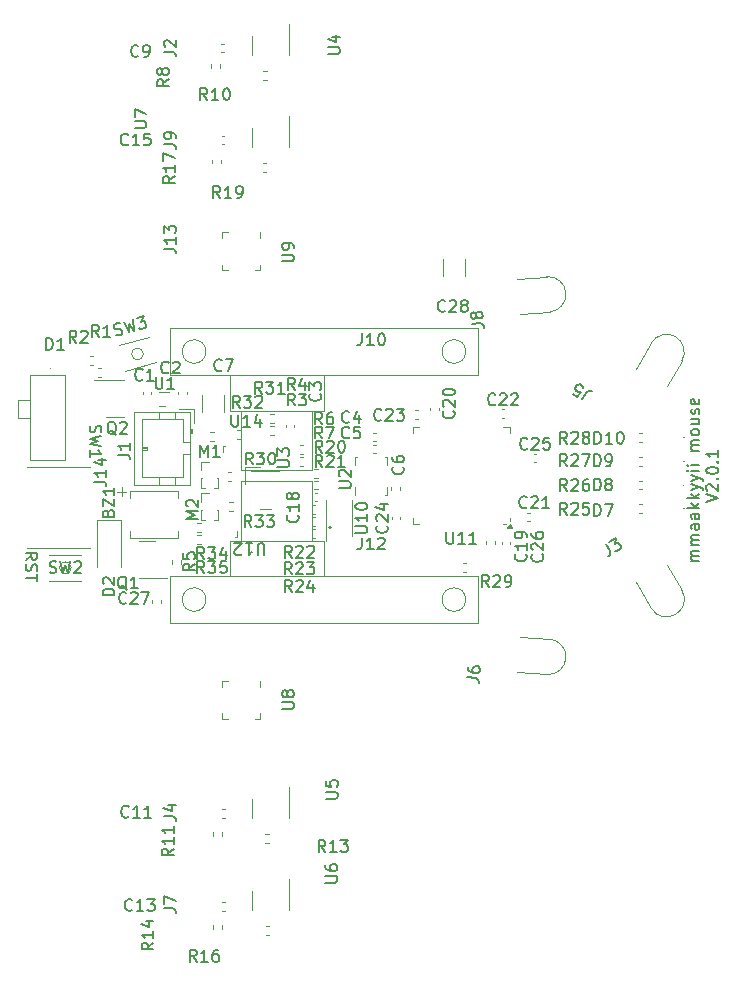
<source format=gbr>
%TF.GenerationSoftware,KiCad,Pcbnew,8.0.3*%
%TF.CreationDate,2024-06-29T22:13:22+09:00*%
%TF.ProjectId,makyi_mouse,6d616b79-695f-46d6-9f75-73652e6b6963,rev?*%
%TF.SameCoordinates,Original*%
%TF.FileFunction,Legend,Top*%
%TF.FilePolarity,Positive*%
%FSLAX46Y46*%
G04 Gerber Fmt 4.6, Leading zero omitted, Abs format (unit mm)*
G04 Created by KiCad (PCBNEW 8.0.3) date 2024-06-29 22:13:22*
%MOMM*%
%LPD*%
G01*
G04 APERTURE LIST*
%ADD10C,0.150000*%
%ADD11C,0.100000*%
%ADD12C,0.120000*%
%ADD13C,0.200000*%
G04 APERTURE END LIST*
D10*
X177759875Y-87214285D02*
X177093208Y-87214285D01*
X177188446Y-87214285D02*
X177140827Y-87166666D01*
X177140827Y-87166666D02*
X177093208Y-87071428D01*
X177093208Y-87071428D02*
X177093208Y-86928571D01*
X177093208Y-86928571D02*
X177140827Y-86833333D01*
X177140827Y-86833333D02*
X177236065Y-86785714D01*
X177236065Y-86785714D02*
X177759875Y-86785714D01*
X177236065Y-86785714D02*
X177140827Y-86738095D01*
X177140827Y-86738095D02*
X177093208Y-86642857D01*
X177093208Y-86642857D02*
X177093208Y-86500000D01*
X177093208Y-86500000D02*
X177140827Y-86404761D01*
X177140827Y-86404761D02*
X177236065Y-86357142D01*
X177236065Y-86357142D02*
X177759875Y-86357142D01*
X177759875Y-85880952D02*
X177093208Y-85880952D01*
X177188446Y-85880952D02*
X177140827Y-85833333D01*
X177140827Y-85833333D02*
X177093208Y-85738095D01*
X177093208Y-85738095D02*
X177093208Y-85595238D01*
X177093208Y-85595238D02*
X177140827Y-85500000D01*
X177140827Y-85500000D02*
X177236065Y-85452381D01*
X177236065Y-85452381D02*
X177759875Y-85452381D01*
X177236065Y-85452381D02*
X177140827Y-85404762D01*
X177140827Y-85404762D02*
X177093208Y-85309524D01*
X177093208Y-85309524D02*
X177093208Y-85166667D01*
X177093208Y-85166667D02*
X177140827Y-85071428D01*
X177140827Y-85071428D02*
X177236065Y-85023809D01*
X177236065Y-85023809D02*
X177759875Y-85023809D01*
X177759875Y-84119048D02*
X177236065Y-84119048D01*
X177236065Y-84119048D02*
X177140827Y-84166667D01*
X177140827Y-84166667D02*
X177093208Y-84261905D01*
X177093208Y-84261905D02*
X177093208Y-84452381D01*
X177093208Y-84452381D02*
X177140827Y-84547619D01*
X177712256Y-84119048D02*
X177759875Y-84214286D01*
X177759875Y-84214286D02*
X177759875Y-84452381D01*
X177759875Y-84452381D02*
X177712256Y-84547619D01*
X177712256Y-84547619D02*
X177617017Y-84595238D01*
X177617017Y-84595238D02*
X177521779Y-84595238D01*
X177521779Y-84595238D02*
X177426541Y-84547619D01*
X177426541Y-84547619D02*
X177378922Y-84452381D01*
X177378922Y-84452381D02*
X177378922Y-84214286D01*
X177378922Y-84214286D02*
X177331303Y-84119048D01*
X177759875Y-83214286D02*
X177236065Y-83214286D01*
X177236065Y-83214286D02*
X177140827Y-83261905D01*
X177140827Y-83261905D02*
X177093208Y-83357143D01*
X177093208Y-83357143D02*
X177093208Y-83547619D01*
X177093208Y-83547619D02*
X177140827Y-83642857D01*
X177712256Y-83214286D02*
X177759875Y-83309524D01*
X177759875Y-83309524D02*
X177759875Y-83547619D01*
X177759875Y-83547619D02*
X177712256Y-83642857D01*
X177712256Y-83642857D02*
X177617017Y-83690476D01*
X177617017Y-83690476D02*
X177521779Y-83690476D01*
X177521779Y-83690476D02*
X177426541Y-83642857D01*
X177426541Y-83642857D02*
X177378922Y-83547619D01*
X177378922Y-83547619D02*
X177378922Y-83309524D01*
X177378922Y-83309524D02*
X177331303Y-83214286D01*
X177759875Y-82738095D02*
X176759875Y-82738095D01*
X177378922Y-82642857D02*
X177759875Y-82357143D01*
X177093208Y-82357143D02*
X177474160Y-82738095D01*
X177759875Y-81928571D02*
X176759875Y-81928571D01*
X177378922Y-81833333D02*
X177759875Y-81547619D01*
X177093208Y-81547619D02*
X177474160Y-81928571D01*
X177093208Y-81214285D02*
X177759875Y-80976190D01*
X177093208Y-80738095D02*
X177759875Y-80976190D01*
X177759875Y-80976190D02*
X177997970Y-81071428D01*
X177997970Y-81071428D02*
X178045589Y-81119047D01*
X178045589Y-81119047D02*
X178093208Y-81214285D01*
X177093208Y-80452380D02*
X177759875Y-80214285D01*
X177093208Y-79976190D02*
X177759875Y-80214285D01*
X177759875Y-80214285D02*
X177997970Y-80309523D01*
X177997970Y-80309523D02*
X178045589Y-80357142D01*
X178045589Y-80357142D02*
X178093208Y-80452380D01*
X177759875Y-79595237D02*
X177093208Y-79595237D01*
X176759875Y-79595237D02*
X176807494Y-79642856D01*
X176807494Y-79642856D02*
X176855113Y-79595237D01*
X176855113Y-79595237D02*
X176807494Y-79547618D01*
X176807494Y-79547618D02*
X176759875Y-79595237D01*
X176759875Y-79595237D02*
X176855113Y-79595237D01*
X177759875Y-79119047D02*
X177093208Y-79119047D01*
X176759875Y-79119047D02*
X176807494Y-79166666D01*
X176807494Y-79166666D02*
X176855113Y-79119047D01*
X176855113Y-79119047D02*
X176807494Y-79071428D01*
X176807494Y-79071428D02*
X176759875Y-79119047D01*
X176759875Y-79119047D02*
X176855113Y-79119047D01*
X177759875Y-77880952D02*
X177093208Y-77880952D01*
X177188446Y-77880952D02*
X177140827Y-77833333D01*
X177140827Y-77833333D02*
X177093208Y-77738095D01*
X177093208Y-77738095D02*
X177093208Y-77595238D01*
X177093208Y-77595238D02*
X177140827Y-77500000D01*
X177140827Y-77500000D02*
X177236065Y-77452381D01*
X177236065Y-77452381D02*
X177759875Y-77452381D01*
X177236065Y-77452381D02*
X177140827Y-77404762D01*
X177140827Y-77404762D02*
X177093208Y-77309524D01*
X177093208Y-77309524D02*
X177093208Y-77166667D01*
X177093208Y-77166667D02*
X177140827Y-77071428D01*
X177140827Y-77071428D02*
X177236065Y-77023809D01*
X177236065Y-77023809D02*
X177759875Y-77023809D01*
X177759875Y-76404762D02*
X177712256Y-76500000D01*
X177712256Y-76500000D02*
X177664636Y-76547619D01*
X177664636Y-76547619D02*
X177569398Y-76595238D01*
X177569398Y-76595238D02*
X177283684Y-76595238D01*
X177283684Y-76595238D02*
X177188446Y-76547619D01*
X177188446Y-76547619D02*
X177140827Y-76500000D01*
X177140827Y-76500000D02*
X177093208Y-76404762D01*
X177093208Y-76404762D02*
X177093208Y-76261905D01*
X177093208Y-76261905D02*
X177140827Y-76166667D01*
X177140827Y-76166667D02*
X177188446Y-76119048D01*
X177188446Y-76119048D02*
X177283684Y-76071429D01*
X177283684Y-76071429D02*
X177569398Y-76071429D01*
X177569398Y-76071429D02*
X177664636Y-76119048D01*
X177664636Y-76119048D02*
X177712256Y-76166667D01*
X177712256Y-76166667D02*
X177759875Y-76261905D01*
X177759875Y-76261905D02*
X177759875Y-76404762D01*
X177093208Y-75214286D02*
X177759875Y-75214286D01*
X177093208Y-75642857D02*
X177617017Y-75642857D01*
X177617017Y-75642857D02*
X177712256Y-75595238D01*
X177712256Y-75595238D02*
X177759875Y-75500000D01*
X177759875Y-75500000D02*
X177759875Y-75357143D01*
X177759875Y-75357143D02*
X177712256Y-75261905D01*
X177712256Y-75261905D02*
X177664636Y-75214286D01*
X177712256Y-74785714D02*
X177759875Y-74690476D01*
X177759875Y-74690476D02*
X177759875Y-74500000D01*
X177759875Y-74500000D02*
X177712256Y-74404762D01*
X177712256Y-74404762D02*
X177617017Y-74357143D01*
X177617017Y-74357143D02*
X177569398Y-74357143D01*
X177569398Y-74357143D02*
X177474160Y-74404762D01*
X177474160Y-74404762D02*
X177426541Y-74500000D01*
X177426541Y-74500000D02*
X177426541Y-74642857D01*
X177426541Y-74642857D02*
X177378922Y-74738095D01*
X177378922Y-74738095D02*
X177283684Y-74785714D01*
X177283684Y-74785714D02*
X177236065Y-74785714D01*
X177236065Y-74785714D02*
X177140827Y-74738095D01*
X177140827Y-74738095D02*
X177093208Y-74642857D01*
X177093208Y-74642857D02*
X177093208Y-74500000D01*
X177093208Y-74500000D02*
X177140827Y-74404762D01*
X177712256Y-73547619D02*
X177759875Y-73642857D01*
X177759875Y-73642857D02*
X177759875Y-73833333D01*
X177759875Y-73833333D02*
X177712256Y-73928571D01*
X177712256Y-73928571D02*
X177617017Y-73976190D01*
X177617017Y-73976190D02*
X177236065Y-73976190D01*
X177236065Y-73976190D02*
X177140827Y-73928571D01*
X177140827Y-73928571D02*
X177093208Y-73833333D01*
X177093208Y-73833333D02*
X177093208Y-73642857D01*
X177093208Y-73642857D02*
X177140827Y-73547619D01*
X177140827Y-73547619D02*
X177236065Y-73500000D01*
X177236065Y-73500000D02*
X177331303Y-73500000D01*
X177331303Y-73500000D02*
X177426541Y-73976190D01*
X178369819Y-82238094D02*
X179369819Y-81904761D01*
X179369819Y-81904761D02*
X178369819Y-81571428D01*
X178465057Y-81285713D02*
X178417438Y-81238094D01*
X178417438Y-81238094D02*
X178369819Y-81142856D01*
X178369819Y-81142856D02*
X178369819Y-80904761D01*
X178369819Y-80904761D02*
X178417438Y-80809523D01*
X178417438Y-80809523D02*
X178465057Y-80761904D01*
X178465057Y-80761904D02*
X178560295Y-80714285D01*
X178560295Y-80714285D02*
X178655533Y-80714285D01*
X178655533Y-80714285D02*
X178798390Y-80761904D01*
X178798390Y-80761904D02*
X179369819Y-81333332D01*
X179369819Y-81333332D02*
X179369819Y-80714285D01*
X179274580Y-80285713D02*
X179322200Y-80238094D01*
X179322200Y-80238094D02*
X179369819Y-80285713D01*
X179369819Y-80285713D02*
X179322200Y-80333332D01*
X179322200Y-80333332D02*
X179274580Y-80285713D01*
X179274580Y-80285713D02*
X179369819Y-80285713D01*
X178369819Y-79619047D02*
X178369819Y-79523809D01*
X178369819Y-79523809D02*
X178417438Y-79428571D01*
X178417438Y-79428571D02*
X178465057Y-79380952D01*
X178465057Y-79380952D02*
X178560295Y-79333333D01*
X178560295Y-79333333D02*
X178750771Y-79285714D01*
X178750771Y-79285714D02*
X178988866Y-79285714D01*
X178988866Y-79285714D02*
X179179342Y-79333333D01*
X179179342Y-79333333D02*
X179274580Y-79380952D01*
X179274580Y-79380952D02*
X179322200Y-79428571D01*
X179322200Y-79428571D02*
X179369819Y-79523809D01*
X179369819Y-79523809D02*
X179369819Y-79619047D01*
X179369819Y-79619047D02*
X179322200Y-79714285D01*
X179322200Y-79714285D02*
X179274580Y-79761904D01*
X179274580Y-79761904D02*
X179179342Y-79809523D01*
X179179342Y-79809523D02*
X178988866Y-79857142D01*
X178988866Y-79857142D02*
X178750771Y-79857142D01*
X178750771Y-79857142D02*
X178560295Y-79809523D01*
X178560295Y-79809523D02*
X178465057Y-79761904D01*
X178465057Y-79761904D02*
X178417438Y-79714285D01*
X178417438Y-79714285D02*
X178369819Y-79619047D01*
X179274580Y-78857142D02*
X179322200Y-78809523D01*
X179322200Y-78809523D02*
X179369819Y-78857142D01*
X179369819Y-78857142D02*
X179322200Y-78904761D01*
X179322200Y-78904761D02*
X179274580Y-78857142D01*
X179274580Y-78857142D02*
X179369819Y-78857142D01*
X179369819Y-77857143D02*
X179369819Y-78428571D01*
X179369819Y-78142857D02*
X178369819Y-78142857D01*
X178369819Y-78142857D02*
X178512676Y-78238095D01*
X178512676Y-78238095D02*
X178607914Y-78333333D01*
X178607914Y-78333333D02*
X178655533Y-78428571D01*
X120730180Y-87108207D02*
X121206371Y-86774874D01*
X120730180Y-86536779D02*
X121730180Y-86536779D01*
X121730180Y-86536779D02*
X121730180Y-86917731D01*
X121730180Y-86917731D02*
X121682561Y-87012969D01*
X121682561Y-87012969D02*
X121634942Y-87060588D01*
X121634942Y-87060588D02*
X121539704Y-87108207D01*
X121539704Y-87108207D02*
X121396847Y-87108207D01*
X121396847Y-87108207D02*
X121301609Y-87060588D01*
X121301609Y-87060588D02*
X121253990Y-87012969D01*
X121253990Y-87012969D02*
X121206371Y-86917731D01*
X121206371Y-86917731D02*
X121206371Y-86536779D01*
X120777800Y-87489160D02*
X120730180Y-87632017D01*
X120730180Y-87632017D02*
X120730180Y-87870112D01*
X120730180Y-87870112D02*
X120777800Y-87965350D01*
X120777800Y-87965350D02*
X120825419Y-88012969D01*
X120825419Y-88012969D02*
X120920657Y-88060588D01*
X120920657Y-88060588D02*
X121015895Y-88060588D01*
X121015895Y-88060588D02*
X121111133Y-88012969D01*
X121111133Y-88012969D02*
X121158752Y-87965350D01*
X121158752Y-87965350D02*
X121206371Y-87870112D01*
X121206371Y-87870112D02*
X121253990Y-87679636D01*
X121253990Y-87679636D02*
X121301609Y-87584398D01*
X121301609Y-87584398D02*
X121349228Y-87536779D01*
X121349228Y-87536779D02*
X121444466Y-87489160D01*
X121444466Y-87489160D02*
X121539704Y-87489160D01*
X121539704Y-87489160D02*
X121634942Y-87536779D01*
X121634942Y-87536779D02*
X121682561Y-87584398D01*
X121682561Y-87584398D02*
X121730180Y-87679636D01*
X121730180Y-87679636D02*
X121730180Y-87917731D01*
X121730180Y-87917731D02*
X121682561Y-88060588D01*
X121730180Y-88346303D02*
X121730180Y-88917731D01*
X120730180Y-88632017D02*
X121730180Y-88632017D01*
X139857142Y-84354819D02*
X139523809Y-83878628D01*
X139285714Y-84354819D02*
X139285714Y-83354819D01*
X139285714Y-83354819D02*
X139666666Y-83354819D01*
X139666666Y-83354819D02*
X139761904Y-83402438D01*
X139761904Y-83402438D02*
X139809523Y-83450057D01*
X139809523Y-83450057D02*
X139857142Y-83545295D01*
X139857142Y-83545295D02*
X139857142Y-83688152D01*
X139857142Y-83688152D02*
X139809523Y-83783390D01*
X139809523Y-83783390D02*
X139761904Y-83831009D01*
X139761904Y-83831009D02*
X139666666Y-83878628D01*
X139666666Y-83878628D02*
X139285714Y-83878628D01*
X140190476Y-83354819D02*
X140809523Y-83354819D01*
X140809523Y-83354819D02*
X140476190Y-83735771D01*
X140476190Y-83735771D02*
X140619047Y-83735771D01*
X140619047Y-83735771D02*
X140714285Y-83783390D01*
X140714285Y-83783390D02*
X140761904Y-83831009D01*
X140761904Y-83831009D02*
X140809523Y-83926247D01*
X140809523Y-83926247D02*
X140809523Y-84164342D01*
X140809523Y-84164342D02*
X140761904Y-84259580D01*
X140761904Y-84259580D02*
X140714285Y-84307200D01*
X140714285Y-84307200D02*
X140619047Y-84354819D01*
X140619047Y-84354819D02*
X140333333Y-84354819D01*
X140333333Y-84354819D02*
X140238095Y-84307200D01*
X140238095Y-84307200D02*
X140190476Y-84259580D01*
X141142857Y-83354819D02*
X141761904Y-83354819D01*
X141761904Y-83354819D02*
X141428571Y-83735771D01*
X141428571Y-83735771D02*
X141571428Y-83735771D01*
X141571428Y-83735771D02*
X141666666Y-83783390D01*
X141666666Y-83783390D02*
X141714285Y-83831009D01*
X141714285Y-83831009D02*
X141761904Y-83926247D01*
X141761904Y-83926247D02*
X141761904Y-84164342D01*
X141761904Y-84164342D02*
X141714285Y-84259580D01*
X141714285Y-84259580D02*
X141666666Y-84307200D01*
X141666666Y-84307200D02*
X141571428Y-84354819D01*
X141571428Y-84354819D02*
X141285714Y-84354819D01*
X141285714Y-84354819D02*
X141190476Y-84307200D01*
X141190476Y-84307200D02*
X141142857Y-84259580D01*
X143759580Y-83342857D02*
X143807200Y-83390476D01*
X143807200Y-83390476D02*
X143854819Y-83533333D01*
X143854819Y-83533333D02*
X143854819Y-83628571D01*
X143854819Y-83628571D02*
X143807200Y-83771428D01*
X143807200Y-83771428D02*
X143711961Y-83866666D01*
X143711961Y-83866666D02*
X143616723Y-83914285D01*
X143616723Y-83914285D02*
X143426247Y-83961904D01*
X143426247Y-83961904D02*
X143283390Y-83961904D01*
X143283390Y-83961904D02*
X143092914Y-83914285D01*
X143092914Y-83914285D02*
X142997676Y-83866666D01*
X142997676Y-83866666D02*
X142902438Y-83771428D01*
X142902438Y-83771428D02*
X142854819Y-83628571D01*
X142854819Y-83628571D02*
X142854819Y-83533333D01*
X142854819Y-83533333D02*
X142902438Y-83390476D01*
X142902438Y-83390476D02*
X142950057Y-83342857D01*
X143854819Y-82390476D02*
X143854819Y-82961904D01*
X143854819Y-82676190D02*
X142854819Y-82676190D01*
X142854819Y-82676190D02*
X142997676Y-82771428D01*
X142997676Y-82771428D02*
X143092914Y-82866666D01*
X143092914Y-82866666D02*
X143140533Y-82961904D01*
X143283390Y-81819047D02*
X143235771Y-81914285D01*
X143235771Y-81914285D02*
X143188152Y-81961904D01*
X143188152Y-81961904D02*
X143092914Y-82009523D01*
X143092914Y-82009523D02*
X143045295Y-82009523D01*
X143045295Y-82009523D02*
X142950057Y-81961904D01*
X142950057Y-81961904D02*
X142902438Y-81914285D01*
X142902438Y-81914285D02*
X142854819Y-81819047D01*
X142854819Y-81819047D02*
X142854819Y-81628571D01*
X142854819Y-81628571D02*
X142902438Y-81533333D01*
X142902438Y-81533333D02*
X142950057Y-81485714D01*
X142950057Y-81485714D02*
X143045295Y-81438095D01*
X143045295Y-81438095D02*
X143092914Y-81438095D01*
X143092914Y-81438095D02*
X143188152Y-81485714D01*
X143188152Y-81485714D02*
X143235771Y-81533333D01*
X143235771Y-81533333D02*
X143283390Y-81628571D01*
X143283390Y-81628571D02*
X143283390Y-81819047D01*
X143283390Y-81819047D02*
X143331009Y-81914285D01*
X143331009Y-81914285D02*
X143378628Y-81961904D01*
X143378628Y-81961904D02*
X143473866Y-82009523D01*
X143473866Y-82009523D02*
X143664342Y-82009523D01*
X143664342Y-82009523D02*
X143759580Y-81961904D01*
X143759580Y-81961904D02*
X143807200Y-81914285D01*
X143807200Y-81914285D02*
X143854819Y-81819047D01*
X143854819Y-81819047D02*
X143854819Y-81628571D01*
X143854819Y-81628571D02*
X143807200Y-81533333D01*
X143807200Y-81533333D02*
X143759580Y-81485714D01*
X143759580Y-81485714D02*
X143664342Y-81438095D01*
X143664342Y-81438095D02*
X143473866Y-81438095D01*
X143473866Y-81438095D02*
X143378628Y-81485714D01*
X143378628Y-81485714D02*
X143331009Y-81533333D01*
X143331009Y-81533333D02*
X143283390Y-81628571D01*
X143533333Y-74054819D02*
X143200000Y-73578628D01*
X142961905Y-74054819D02*
X142961905Y-73054819D01*
X142961905Y-73054819D02*
X143342857Y-73054819D01*
X143342857Y-73054819D02*
X143438095Y-73102438D01*
X143438095Y-73102438D02*
X143485714Y-73150057D01*
X143485714Y-73150057D02*
X143533333Y-73245295D01*
X143533333Y-73245295D02*
X143533333Y-73388152D01*
X143533333Y-73388152D02*
X143485714Y-73483390D01*
X143485714Y-73483390D02*
X143438095Y-73531009D01*
X143438095Y-73531009D02*
X143342857Y-73578628D01*
X143342857Y-73578628D02*
X142961905Y-73578628D01*
X143866667Y-73054819D02*
X144485714Y-73054819D01*
X144485714Y-73054819D02*
X144152381Y-73435771D01*
X144152381Y-73435771D02*
X144295238Y-73435771D01*
X144295238Y-73435771D02*
X144390476Y-73483390D01*
X144390476Y-73483390D02*
X144438095Y-73531009D01*
X144438095Y-73531009D02*
X144485714Y-73626247D01*
X144485714Y-73626247D02*
X144485714Y-73864342D01*
X144485714Y-73864342D02*
X144438095Y-73959580D01*
X144438095Y-73959580D02*
X144390476Y-74007200D01*
X144390476Y-74007200D02*
X144295238Y-74054819D01*
X144295238Y-74054819D02*
X144009524Y-74054819D01*
X144009524Y-74054819D02*
X143914286Y-74007200D01*
X143914286Y-74007200D02*
X143866667Y-73959580D01*
X131554819Y-119542857D02*
X131078628Y-119876190D01*
X131554819Y-120114285D02*
X130554819Y-120114285D01*
X130554819Y-120114285D02*
X130554819Y-119733333D01*
X130554819Y-119733333D02*
X130602438Y-119638095D01*
X130602438Y-119638095D02*
X130650057Y-119590476D01*
X130650057Y-119590476D02*
X130745295Y-119542857D01*
X130745295Y-119542857D02*
X130888152Y-119542857D01*
X130888152Y-119542857D02*
X130983390Y-119590476D01*
X130983390Y-119590476D02*
X131031009Y-119638095D01*
X131031009Y-119638095D02*
X131078628Y-119733333D01*
X131078628Y-119733333D02*
X131078628Y-120114285D01*
X131554819Y-118590476D02*
X131554819Y-119161904D01*
X131554819Y-118876190D02*
X130554819Y-118876190D01*
X130554819Y-118876190D02*
X130697676Y-118971428D01*
X130697676Y-118971428D02*
X130792914Y-119066666D01*
X130792914Y-119066666D02*
X130840533Y-119161904D01*
X130888152Y-117733333D02*
X131554819Y-117733333D01*
X130507200Y-117971428D02*
X131221485Y-118209523D01*
X131221485Y-118209523D02*
X131221485Y-117590476D01*
X129257142Y-90759580D02*
X129209523Y-90807200D01*
X129209523Y-90807200D02*
X129066666Y-90854819D01*
X129066666Y-90854819D02*
X128971428Y-90854819D01*
X128971428Y-90854819D02*
X128828571Y-90807200D01*
X128828571Y-90807200D02*
X128733333Y-90711961D01*
X128733333Y-90711961D02*
X128685714Y-90616723D01*
X128685714Y-90616723D02*
X128638095Y-90426247D01*
X128638095Y-90426247D02*
X128638095Y-90283390D01*
X128638095Y-90283390D02*
X128685714Y-90092914D01*
X128685714Y-90092914D02*
X128733333Y-89997676D01*
X128733333Y-89997676D02*
X128828571Y-89902438D01*
X128828571Y-89902438D02*
X128971428Y-89854819D01*
X128971428Y-89854819D02*
X129066666Y-89854819D01*
X129066666Y-89854819D02*
X129209523Y-89902438D01*
X129209523Y-89902438D02*
X129257142Y-89950057D01*
X129638095Y-89950057D02*
X129685714Y-89902438D01*
X129685714Y-89902438D02*
X129780952Y-89854819D01*
X129780952Y-89854819D02*
X130019047Y-89854819D01*
X130019047Y-89854819D02*
X130114285Y-89902438D01*
X130114285Y-89902438D02*
X130161904Y-89950057D01*
X130161904Y-89950057D02*
X130209523Y-90045295D01*
X130209523Y-90045295D02*
X130209523Y-90140533D01*
X130209523Y-90140533D02*
X130161904Y-90283390D01*
X130161904Y-90283390D02*
X129590476Y-90854819D01*
X129590476Y-90854819D02*
X130209523Y-90854819D01*
X130542857Y-89854819D02*
X131209523Y-89854819D01*
X131209523Y-89854819D02*
X130780952Y-90854819D01*
X132454819Y-51933333D02*
X133169104Y-51933333D01*
X133169104Y-51933333D02*
X133311961Y-51980952D01*
X133311961Y-51980952D02*
X133407200Y-52076190D01*
X133407200Y-52076190D02*
X133454819Y-52219047D01*
X133454819Y-52219047D02*
X133454819Y-52314285D01*
X133454819Y-51409523D02*
X133454819Y-51219047D01*
X133454819Y-51219047D02*
X133407200Y-51123809D01*
X133407200Y-51123809D02*
X133359580Y-51076190D01*
X133359580Y-51076190D02*
X133216723Y-50980952D01*
X133216723Y-50980952D02*
X133026247Y-50933333D01*
X133026247Y-50933333D02*
X132645295Y-50933333D01*
X132645295Y-50933333D02*
X132550057Y-50980952D01*
X132550057Y-50980952D02*
X132502438Y-51028571D01*
X132502438Y-51028571D02*
X132454819Y-51123809D01*
X132454819Y-51123809D02*
X132454819Y-51314285D01*
X132454819Y-51314285D02*
X132502438Y-51409523D01*
X132502438Y-51409523D02*
X132550057Y-51457142D01*
X132550057Y-51457142D02*
X132645295Y-51504761D01*
X132645295Y-51504761D02*
X132883390Y-51504761D01*
X132883390Y-51504761D02*
X132978628Y-51457142D01*
X132978628Y-51457142D02*
X133026247Y-51409523D01*
X133026247Y-51409523D02*
X133073866Y-51314285D01*
X133073866Y-51314285D02*
X133073866Y-51123809D01*
X133073866Y-51123809D02*
X133026247Y-51028571D01*
X133026247Y-51028571D02*
X132978628Y-50980952D01*
X132978628Y-50980952D02*
X132883390Y-50933333D01*
X163207142Y-77699580D02*
X163159523Y-77747200D01*
X163159523Y-77747200D02*
X163016666Y-77794819D01*
X163016666Y-77794819D02*
X162921428Y-77794819D01*
X162921428Y-77794819D02*
X162778571Y-77747200D01*
X162778571Y-77747200D02*
X162683333Y-77651961D01*
X162683333Y-77651961D02*
X162635714Y-77556723D01*
X162635714Y-77556723D02*
X162588095Y-77366247D01*
X162588095Y-77366247D02*
X162588095Y-77223390D01*
X162588095Y-77223390D02*
X162635714Y-77032914D01*
X162635714Y-77032914D02*
X162683333Y-76937676D01*
X162683333Y-76937676D02*
X162778571Y-76842438D01*
X162778571Y-76842438D02*
X162921428Y-76794819D01*
X162921428Y-76794819D02*
X163016666Y-76794819D01*
X163016666Y-76794819D02*
X163159523Y-76842438D01*
X163159523Y-76842438D02*
X163207142Y-76890057D01*
X163588095Y-76890057D02*
X163635714Y-76842438D01*
X163635714Y-76842438D02*
X163730952Y-76794819D01*
X163730952Y-76794819D02*
X163969047Y-76794819D01*
X163969047Y-76794819D02*
X164064285Y-76842438D01*
X164064285Y-76842438D02*
X164111904Y-76890057D01*
X164111904Y-76890057D02*
X164159523Y-76985295D01*
X164159523Y-76985295D02*
X164159523Y-77080533D01*
X164159523Y-77080533D02*
X164111904Y-77223390D01*
X164111904Y-77223390D02*
X163540476Y-77794819D01*
X163540476Y-77794819D02*
X164159523Y-77794819D01*
X165064285Y-76794819D02*
X164588095Y-76794819D01*
X164588095Y-76794819D02*
X164540476Y-77271009D01*
X164540476Y-77271009D02*
X164588095Y-77223390D01*
X164588095Y-77223390D02*
X164683333Y-77175771D01*
X164683333Y-77175771D02*
X164921428Y-77175771D01*
X164921428Y-77175771D02*
X165016666Y-77223390D01*
X165016666Y-77223390D02*
X165064285Y-77271009D01*
X165064285Y-77271009D02*
X165111904Y-77366247D01*
X165111904Y-77366247D02*
X165111904Y-77604342D01*
X165111904Y-77604342D02*
X165064285Y-77699580D01*
X165064285Y-77699580D02*
X165016666Y-77747200D01*
X165016666Y-77747200D02*
X164921428Y-77794819D01*
X164921428Y-77794819D02*
X164683333Y-77794819D01*
X164683333Y-77794819D02*
X164588095Y-77747200D01*
X164588095Y-77747200D02*
X164540476Y-77699580D01*
X168861905Y-81254819D02*
X168861905Y-80254819D01*
X168861905Y-80254819D02*
X169100000Y-80254819D01*
X169100000Y-80254819D02*
X169242857Y-80302438D01*
X169242857Y-80302438D02*
X169338095Y-80397676D01*
X169338095Y-80397676D02*
X169385714Y-80492914D01*
X169385714Y-80492914D02*
X169433333Y-80683390D01*
X169433333Y-80683390D02*
X169433333Y-80826247D01*
X169433333Y-80826247D02*
X169385714Y-81016723D01*
X169385714Y-81016723D02*
X169338095Y-81111961D01*
X169338095Y-81111961D02*
X169242857Y-81207200D01*
X169242857Y-81207200D02*
X169100000Y-81254819D01*
X169100000Y-81254819D02*
X168861905Y-81254819D01*
X170004762Y-80683390D02*
X169909524Y-80635771D01*
X169909524Y-80635771D02*
X169861905Y-80588152D01*
X169861905Y-80588152D02*
X169814286Y-80492914D01*
X169814286Y-80492914D02*
X169814286Y-80445295D01*
X169814286Y-80445295D02*
X169861905Y-80350057D01*
X169861905Y-80350057D02*
X169909524Y-80302438D01*
X169909524Y-80302438D02*
X170004762Y-80254819D01*
X170004762Y-80254819D02*
X170195238Y-80254819D01*
X170195238Y-80254819D02*
X170290476Y-80302438D01*
X170290476Y-80302438D02*
X170338095Y-80350057D01*
X170338095Y-80350057D02*
X170385714Y-80445295D01*
X170385714Y-80445295D02*
X170385714Y-80492914D01*
X170385714Y-80492914D02*
X170338095Y-80588152D01*
X170338095Y-80588152D02*
X170290476Y-80635771D01*
X170290476Y-80635771D02*
X170195238Y-80683390D01*
X170195238Y-80683390D02*
X170004762Y-80683390D01*
X170004762Y-80683390D02*
X169909524Y-80731009D01*
X169909524Y-80731009D02*
X169861905Y-80778628D01*
X169861905Y-80778628D02*
X169814286Y-80873866D01*
X169814286Y-80873866D02*
X169814286Y-81064342D01*
X169814286Y-81064342D02*
X169861905Y-81159580D01*
X169861905Y-81159580D02*
X169909524Y-81207200D01*
X169909524Y-81207200D02*
X170004762Y-81254819D01*
X170004762Y-81254819D02*
X170195238Y-81254819D01*
X170195238Y-81254819D02*
X170290476Y-81207200D01*
X170290476Y-81207200D02*
X170338095Y-81159580D01*
X170338095Y-81159580D02*
X170385714Y-81064342D01*
X170385714Y-81064342D02*
X170385714Y-80873866D01*
X170385714Y-80873866D02*
X170338095Y-80778628D01*
X170338095Y-80778628D02*
X170290476Y-80731009D01*
X170290476Y-80731009D02*
X170195238Y-80683390D01*
X143257142Y-86954819D02*
X142923809Y-86478628D01*
X142685714Y-86954819D02*
X142685714Y-85954819D01*
X142685714Y-85954819D02*
X143066666Y-85954819D01*
X143066666Y-85954819D02*
X143161904Y-86002438D01*
X143161904Y-86002438D02*
X143209523Y-86050057D01*
X143209523Y-86050057D02*
X143257142Y-86145295D01*
X143257142Y-86145295D02*
X143257142Y-86288152D01*
X143257142Y-86288152D02*
X143209523Y-86383390D01*
X143209523Y-86383390D02*
X143161904Y-86431009D01*
X143161904Y-86431009D02*
X143066666Y-86478628D01*
X143066666Y-86478628D02*
X142685714Y-86478628D01*
X143638095Y-86050057D02*
X143685714Y-86002438D01*
X143685714Y-86002438D02*
X143780952Y-85954819D01*
X143780952Y-85954819D02*
X144019047Y-85954819D01*
X144019047Y-85954819D02*
X144114285Y-86002438D01*
X144114285Y-86002438D02*
X144161904Y-86050057D01*
X144161904Y-86050057D02*
X144209523Y-86145295D01*
X144209523Y-86145295D02*
X144209523Y-86240533D01*
X144209523Y-86240533D02*
X144161904Y-86383390D01*
X144161904Y-86383390D02*
X143590476Y-86954819D01*
X143590476Y-86954819D02*
X144209523Y-86954819D01*
X144590476Y-86050057D02*
X144638095Y-86002438D01*
X144638095Y-86002438D02*
X144733333Y-85954819D01*
X144733333Y-85954819D02*
X144971428Y-85954819D01*
X144971428Y-85954819D02*
X145066666Y-86002438D01*
X145066666Y-86002438D02*
X145114285Y-86050057D01*
X145114285Y-86050057D02*
X145161904Y-86145295D01*
X145161904Y-86145295D02*
X145161904Y-86240533D01*
X145161904Y-86240533D02*
X145114285Y-86383390D01*
X145114285Y-86383390D02*
X144542857Y-86954819D01*
X144542857Y-86954819D02*
X145161904Y-86954819D01*
X129304761Y-89650057D02*
X129209523Y-89602438D01*
X129209523Y-89602438D02*
X129114285Y-89507200D01*
X129114285Y-89507200D02*
X128971428Y-89364342D01*
X128971428Y-89364342D02*
X128876190Y-89316723D01*
X128876190Y-89316723D02*
X128780952Y-89316723D01*
X128828571Y-89554819D02*
X128733333Y-89507200D01*
X128733333Y-89507200D02*
X128638095Y-89411961D01*
X128638095Y-89411961D02*
X128590476Y-89221485D01*
X128590476Y-89221485D02*
X128590476Y-88888152D01*
X128590476Y-88888152D02*
X128638095Y-88697676D01*
X128638095Y-88697676D02*
X128733333Y-88602438D01*
X128733333Y-88602438D02*
X128828571Y-88554819D01*
X128828571Y-88554819D02*
X129019047Y-88554819D01*
X129019047Y-88554819D02*
X129114285Y-88602438D01*
X129114285Y-88602438D02*
X129209523Y-88697676D01*
X129209523Y-88697676D02*
X129257142Y-88888152D01*
X129257142Y-88888152D02*
X129257142Y-89221485D01*
X129257142Y-89221485D02*
X129209523Y-89411961D01*
X129209523Y-89411961D02*
X129114285Y-89507200D01*
X129114285Y-89507200D02*
X129019047Y-89554819D01*
X129019047Y-89554819D02*
X128828571Y-89554819D01*
X130209523Y-89554819D02*
X129638095Y-89554819D01*
X129923809Y-89554819D02*
X129923809Y-88554819D01*
X129923809Y-88554819D02*
X129828571Y-88697676D01*
X129828571Y-88697676D02*
X129733333Y-88792914D01*
X129733333Y-88792914D02*
X129638095Y-88840533D01*
X128254819Y-90138094D02*
X127254819Y-90138094D01*
X127254819Y-90138094D02*
X127254819Y-89899999D01*
X127254819Y-89899999D02*
X127302438Y-89757142D01*
X127302438Y-89757142D02*
X127397676Y-89661904D01*
X127397676Y-89661904D02*
X127492914Y-89614285D01*
X127492914Y-89614285D02*
X127683390Y-89566666D01*
X127683390Y-89566666D02*
X127826247Y-89566666D01*
X127826247Y-89566666D02*
X128016723Y-89614285D01*
X128016723Y-89614285D02*
X128111961Y-89661904D01*
X128111961Y-89661904D02*
X128207200Y-89757142D01*
X128207200Y-89757142D02*
X128254819Y-89899999D01*
X128254819Y-89899999D02*
X128254819Y-90138094D01*
X127350057Y-89185713D02*
X127302438Y-89138094D01*
X127302438Y-89138094D02*
X127254819Y-89042856D01*
X127254819Y-89042856D02*
X127254819Y-88804761D01*
X127254819Y-88804761D02*
X127302438Y-88709523D01*
X127302438Y-88709523D02*
X127350057Y-88661904D01*
X127350057Y-88661904D02*
X127445295Y-88614285D01*
X127445295Y-88614285D02*
X127540533Y-88614285D01*
X127540533Y-88614285D02*
X127683390Y-88661904D01*
X127683390Y-88661904D02*
X128254819Y-89233332D01*
X128254819Y-89233332D02*
X128254819Y-88614285D01*
X133254819Y-111592857D02*
X132778628Y-111926190D01*
X133254819Y-112164285D02*
X132254819Y-112164285D01*
X132254819Y-112164285D02*
X132254819Y-111783333D01*
X132254819Y-111783333D02*
X132302438Y-111688095D01*
X132302438Y-111688095D02*
X132350057Y-111640476D01*
X132350057Y-111640476D02*
X132445295Y-111592857D01*
X132445295Y-111592857D02*
X132588152Y-111592857D01*
X132588152Y-111592857D02*
X132683390Y-111640476D01*
X132683390Y-111640476D02*
X132731009Y-111688095D01*
X132731009Y-111688095D02*
X132778628Y-111783333D01*
X132778628Y-111783333D02*
X132778628Y-112164285D01*
X133254819Y-110640476D02*
X133254819Y-111211904D01*
X133254819Y-110926190D02*
X132254819Y-110926190D01*
X132254819Y-110926190D02*
X132397676Y-111021428D01*
X132397676Y-111021428D02*
X132492914Y-111116666D01*
X132492914Y-111116666D02*
X132540533Y-111211904D01*
X133254819Y-109688095D02*
X133254819Y-110259523D01*
X133254819Y-109973809D02*
X132254819Y-109973809D01*
X132254819Y-109973809D02*
X132397676Y-110069047D01*
X132397676Y-110069047D02*
X132492914Y-110164285D01*
X132492914Y-110164285D02*
X132540533Y-110259523D01*
X135054819Y-87466666D02*
X134578628Y-87799999D01*
X135054819Y-88038094D02*
X134054819Y-88038094D01*
X134054819Y-88038094D02*
X134054819Y-87657142D01*
X134054819Y-87657142D02*
X134102438Y-87561904D01*
X134102438Y-87561904D02*
X134150057Y-87514285D01*
X134150057Y-87514285D02*
X134245295Y-87466666D01*
X134245295Y-87466666D02*
X134388152Y-87466666D01*
X134388152Y-87466666D02*
X134483390Y-87514285D01*
X134483390Y-87514285D02*
X134531009Y-87561904D01*
X134531009Y-87561904D02*
X134578628Y-87657142D01*
X134578628Y-87657142D02*
X134578628Y-88038094D01*
X134054819Y-86561904D02*
X134054819Y-87038094D01*
X134054819Y-87038094D02*
X134531009Y-87085713D01*
X134531009Y-87085713D02*
X134483390Y-87038094D01*
X134483390Y-87038094D02*
X134435771Y-86942856D01*
X134435771Y-86942856D02*
X134435771Y-86704761D01*
X134435771Y-86704761D02*
X134483390Y-86609523D01*
X134483390Y-86609523D02*
X134531009Y-86561904D01*
X134531009Y-86561904D02*
X134626247Y-86514285D01*
X134626247Y-86514285D02*
X134864342Y-86514285D01*
X134864342Y-86514285D02*
X134959580Y-86561904D01*
X134959580Y-86561904D02*
X135007200Y-86609523D01*
X135007200Y-86609523D02*
X135054819Y-86704761D01*
X135054819Y-86704761D02*
X135054819Y-86942856D01*
X135054819Y-86942856D02*
X135007200Y-87038094D01*
X135007200Y-87038094D02*
X134959580Y-87085713D01*
X158127841Y-97084549D02*
X158839409Y-97146803D01*
X158839409Y-97146803D02*
X158977572Y-97206692D01*
X158977572Y-97206692D02*
X159064147Y-97309868D01*
X159064147Y-97309868D02*
X159099134Y-97456332D01*
X159099134Y-97456332D02*
X159090834Y-97551207D01*
X158206696Y-96183230D02*
X158190095Y-96372981D01*
X158190095Y-96372981D02*
X158229233Y-96472007D01*
X158229233Y-96472007D02*
X158272520Y-96523595D01*
X158272520Y-96523595D02*
X158406533Y-96630922D01*
X158406533Y-96630922D02*
X158592134Y-96694961D01*
X158592134Y-96694961D02*
X158971637Y-96728163D01*
X158971637Y-96728163D02*
X159070663Y-96689025D01*
X159070663Y-96689025D02*
X159122251Y-96645738D01*
X159122251Y-96645738D02*
X159177989Y-96555012D01*
X159177989Y-96555012D02*
X159194591Y-96365261D01*
X159194591Y-96365261D02*
X159155453Y-96266235D01*
X159155453Y-96266235D02*
X159112166Y-96214647D01*
X159112166Y-96214647D02*
X159021440Y-96158909D01*
X159021440Y-96158909D02*
X158784251Y-96138157D01*
X158784251Y-96138157D02*
X158685225Y-96177295D01*
X158685225Y-96177295D02*
X158633637Y-96220582D01*
X158633637Y-96220582D02*
X158577899Y-96311308D01*
X158577899Y-96311308D02*
X158561298Y-96501059D01*
X158561298Y-96501059D02*
X158600435Y-96600085D01*
X158600435Y-96600085D02*
X158643722Y-96651673D01*
X158643722Y-96651673D02*
X158734448Y-96707411D01*
X148133333Y-75459580D02*
X148085714Y-75507200D01*
X148085714Y-75507200D02*
X147942857Y-75554819D01*
X147942857Y-75554819D02*
X147847619Y-75554819D01*
X147847619Y-75554819D02*
X147704762Y-75507200D01*
X147704762Y-75507200D02*
X147609524Y-75411961D01*
X147609524Y-75411961D02*
X147561905Y-75316723D01*
X147561905Y-75316723D02*
X147514286Y-75126247D01*
X147514286Y-75126247D02*
X147514286Y-74983390D01*
X147514286Y-74983390D02*
X147561905Y-74792914D01*
X147561905Y-74792914D02*
X147609524Y-74697676D01*
X147609524Y-74697676D02*
X147704762Y-74602438D01*
X147704762Y-74602438D02*
X147847619Y-74554819D01*
X147847619Y-74554819D02*
X147942857Y-74554819D01*
X147942857Y-74554819D02*
X148085714Y-74602438D01*
X148085714Y-74602438D02*
X148133333Y-74650057D01*
X148990476Y-74888152D02*
X148990476Y-75554819D01*
X148752381Y-74507200D02*
X148514286Y-75221485D01*
X148514286Y-75221485D02*
X149133333Y-75221485D01*
X135857142Y-88254819D02*
X135523809Y-87778628D01*
X135285714Y-88254819D02*
X135285714Y-87254819D01*
X135285714Y-87254819D02*
X135666666Y-87254819D01*
X135666666Y-87254819D02*
X135761904Y-87302438D01*
X135761904Y-87302438D02*
X135809523Y-87350057D01*
X135809523Y-87350057D02*
X135857142Y-87445295D01*
X135857142Y-87445295D02*
X135857142Y-87588152D01*
X135857142Y-87588152D02*
X135809523Y-87683390D01*
X135809523Y-87683390D02*
X135761904Y-87731009D01*
X135761904Y-87731009D02*
X135666666Y-87778628D01*
X135666666Y-87778628D02*
X135285714Y-87778628D01*
X136190476Y-87254819D02*
X136809523Y-87254819D01*
X136809523Y-87254819D02*
X136476190Y-87635771D01*
X136476190Y-87635771D02*
X136619047Y-87635771D01*
X136619047Y-87635771D02*
X136714285Y-87683390D01*
X136714285Y-87683390D02*
X136761904Y-87731009D01*
X136761904Y-87731009D02*
X136809523Y-87826247D01*
X136809523Y-87826247D02*
X136809523Y-88064342D01*
X136809523Y-88064342D02*
X136761904Y-88159580D01*
X136761904Y-88159580D02*
X136714285Y-88207200D01*
X136714285Y-88207200D02*
X136619047Y-88254819D01*
X136619047Y-88254819D02*
X136333333Y-88254819D01*
X136333333Y-88254819D02*
X136238095Y-88207200D01*
X136238095Y-88207200D02*
X136190476Y-88159580D01*
X137714285Y-87254819D02*
X137238095Y-87254819D01*
X137238095Y-87254819D02*
X137190476Y-87731009D01*
X137190476Y-87731009D02*
X137238095Y-87683390D01*
X137238095Y-87683390D02*
X137333333Y-87635771D01*
X137333333Y-87635771D02*
X137571428Y-87635771D01*
X137571428Y-87635771D02*
X137666666Y-87683390D01*
X137666666Y-87683390D02*
X137714285Y-87731009D01*
X137714285Y-87731009D02*
X137761904Y-87826247D01*
X137761904Y-87826247D02*
X137761904Y-88064342D01*
X137761904Y-88064342D02*
X137714285Y-88159580D01*
X137714285Y-88159580D02*
X137666666Y-88207200D01*
X137666666Y-88207200D02*
X137571428Y-88254819D01*
X137571428Y-88254819D02*
X137333333Y-88254819D01*
X137333333Y-88254819D02*
X137238095Y-88207200D01*
X137238095Y-88207200D02*
X137190476Y-88159580D01*
X166557142Y-83304819D02*
X166223809Y-82828628D01*
X165985714Y-83304819D02*
X165985714Y-82304819D01*
X165985714Y-82304819D02*
X166366666Y-82304819D01*
X166366666Y-82304819D02*
X166461904Y-82352438D01*
X166461904Y-82352438D02*
X166509523Y-82400057D01*
X166509523Y-82400057D02*
X166557142Y-82495295D01*
X166557142Y-82495295D02*
X166557142Y-82638152D01*
X166557142Y-82638152D02*
X166509523Y-82733390D01*
X166509523Y-82733390D02*
X166461904Y-82781009D01*
X166461904Y-82781009D02*
X166366666Y-82828628D01*
X166366666Y-82828628D02*
X165985714Y-82828628D01*
X166938095Y-82400057D02*
X166985714Y-82352438D01*
X166985714Y-82352438D02*
X167080952Y-82304819D01*
X167080952Y-82304819D02*
X167319047Y-82304819D01*
X167319047Y-82304819D02*
X167414285Y-82352438D01*
X167414285Y-82352438D02*
X167461904Y-82400057D01*
X167461904Y-82400057D02*
X167509523Y-82495295D01*
X167509523Y-82495295D02*
X167509523Y-82590533D01*
X167509523Y-82590533D02*
X167461904Y-82733390D01*
X167461904Y-82733390D02*
X166890476Y-83304819D01*
X166890476Y-83304819D02*
X167509523Y-83304819D01*
X168414285Y-82304819D02*
X167938095Y-82304819D01*
X167938095Y-82304819D02*
X167890476Y-82781009D01*
X167890476Y-82781009D02*
X167938095Y-82733390D01*
X167938095Y-82733390D02*
X168033333Y-82685771D01*
X168033333Y-82685771D02*
X168271428Y-82685771D01*
X168271428Y-82685771D02*
X168366666Y-82733390D01*
X168366666Y-82733390D02*
X168414285Y-82781009D01*
X168414285Y-82781009D02*
X168461904Y-82876247D01*
X168461904Y-82876247D02*
X168461904Y-83114342D01*
X168461904Y-83114342D02*
X168414285Y-83209580D01*
X168414285Y-83209580D02*
X168366666Y-83257200D01*
X168366666Y-83257200D02*
X168271428Y-83304819D01*
X168271428Y-83304819D02*
X168033333Y-83304819D01*
X168033333Y-83304819D02*
X167938095Y-83257200D01*
X167938095Y-83257200D02*
X167890476Y-83209580D01*
X166557142Y-81304819D02*
X166223809Y-80828628D01*
X165985714Y-81304819D02*
X165985714Y-80304819D01*
X165985714Y-80304819D02*
X166366666Y-80304819D01*
X166366666Y-80304819D02*
X166461904Y-80352438D01*
X166461904Y-80352438D02*
X166509523Y-80400057D01*
X166509523Y-80400057D02*
X166557142Y-80495295D01*
X166557142Y-80495295D02*
X166557142Y-80638152D01*
X166557142Y-80638152D02*
X166509523Y-80733390D01*
X166509523Y-80733390D02*
X166461904Y-80781009D01*
X166461904Y-80781009D02*
X166366666Y-80828628D01*
X166366666Y-80828628D02*
X165985714Y-80828628D01*
X166938095Y-80400057D02*
X166985714Y-80352438D01*
X166985714Y-80352438D02*
X167080952Y-80304819D01*
X167080952Y-80304819D02*
X167319047Y-80304819D01*
X167319047Y-80304819D02*
X167414285Y-80352438D01*
X167414285Y-80352438D02*
X167461904Y-80400057D01*
X167461904Y-80400057D02*
X167509523Y-80495295D01*
X167509523Y-80495295D02*
X167509523Y-80590533D01*
X167509523Y-80590533D02*
X167461904Y-80733390D01*
X167461904Y-80733390D02*
X166890476Y-81304819D01*
X166890476Y-81304819D02*
X167509523Y-81304819D01*
X168366666Y-80304819D02*
X168176190Y-80304819D01*
X168176190Y-80304819D02*
X168080952Y-80352438D01*
X168080952Y-80352438D02*
X168033333Y-80400057D01*
X168033333Y-80400057D02*
X167938095Y-80542914D01*
X167938095Y-80542914D02*
X167890476Y-80733390D01*
X167890476Y-80733390D02*
X167890476Y-81114342D01*
X167890476Y-81114342D02*
X167938095Y-81209580D01*
X167938095Y-81209580D02*
X167985714Y-81257200D01*
X167985714Y-81257200D02*
X168080952Y-81304819D01*
X168080952Y-81304819D02*
X168271428Y-81304819D01*
X168271428Y-81304819D02*
X168366666Y-81257200D01*
X168366666Y-81257200D02*
X168414285Y-81209580D01*
X168414285Y-81209580D02*
X168461904Y-81114342D01*
X168461904Y-81114342D02*
X168461904Y-80876247D01*
X168461904Y-80876247D02*
X168414285Y-80781009D01*
X168414285Y-80781009D02*
X168366666Y-80733390D01*
X168366666Y-80733390D02*
X168271428Y-80685771D01*
X168271428Y-80685771D02*
X168080952Y-80685771D01*
X168080952Y-80685771D02*
X167985714Y-80733390D01*
X167985714Y-80733390D02*
X167938095Y-80781009D01*
X167938095Y-80781009D02*
X167890476Y-80876247D01*
X142054819Y-79261904D02*
X142864342Y-79261904D01*
X142864342Y-79261904D02*
X142959580Y-79214285D01*
X142959580Y-79214285D02*
X143007200Y-79166666D01*
X143007200Y-79166666D02*
X143054819Y-79071428D01*
X143054819Y-79071428D02*
X143054819Y-78880952D01*
X143054819Y-78880952D02*
X143007200Y-78785714D01*
X143007200Y-78785714D02*
X142959580Y-78738095D01*
X142959580Y-78738095D02*
X142864342Y-78690476D01*
X142864342Y-78690476D02*
X142054819Y-78690476D01*
X142054819Y-78309523D02*
X142054819Y-77690476D01*
X142054819Y-77690476D02*
X142435771Y-78023809D01*
X142435771Y-78023809D02*
X142435771Y-77880952D01*
X142435771Y-77880952D02*
X142483390Y-77785714D01*
X142483390Y-77785714D02*
X142531009Y-77738095D01*
X142531009Y-77738095D02*
X142626247Y-77690476D01*
X142626247Y-77690476D02*
X142864342Y-77690476D01*
X142864342Y-77690476D02*
X142959580Y-77738095D01*
X142959580Y-77738095D02*
X143007200Y-77785714D01*
X143007200Y-77785714D02*
X143054819Y-77880952D01*
X143054819Y-77880952D02*
X143054819Y-78166666D01*
X143054819Y-78166666D02*
X143007200Y-78261904D01*
X143007200Y-78261904D02*
X142959580Y-78309523D01*
X133354819Y-54642857D02*
X132878628Y-54976190D01*
X133354819Y-55214285D02*
X132354819Y-55214285D01*
X132354819Y-55214285D02*
X132354819Y-54833333D01*
X132354819Y-54833333D02*
X132402438Y-54738095D01*
X132402438Y-54738095D02*
X132450057Y-54690476D01*
X132450057Y-54690476D02*
X132545295Y-54642857D01*
X132545295Y-54642857D02*
X132688152Y-54642857D01*
X132688152Y-54642857D02*
X132783390Y-54690476D01*
X132783390Y-54690476D02*
X132831009Y-54738095D01*
X132831009Y-54738095D02*
X132878628Y-54833333D01*
X132878628Y-54833333D02*
X132878628Y-55214285D01*
X133354819Y-53690476D02*
X133354819Y-54261904D01*
X133354819Y-53976190D02*
X132354819Y-53976190D01*
X132354819Y-53976190D02*
X132497676Y-54071428D01*
X132497676Y-54071428D02*
X132592914Y-54166666D01*
X132592914Y-54166666D02*
X132640533Y-54261904D01*
X132354819Y-53357142D02*
X132354819Y-52690476D01*
X132354819Y-52690476D02*
X133354819Y-53119047D01*
X169838734Y-85794526D02*
X170195877Y-86413115D01*
X170195877Y-86413115D02*
X170226066Y-86560643D01*
X170226066Y-86560643D02*
X170191206Y-86690740D01*
X170191206Y-86690740D02*
X170091298Y-86803408D01*
X170091298Y-86803408D02*
X170008819Y-86851027D01*
X170168648Y-85604049D02*
X170704759Y-85294526D01*
X170704759Y-85294526D02*
X170606560Y-85791107D01*
X170606560Y-85791107D02*
X170730278Y-85719678D01*
X170730278Y-85719678D02*
X170836566Y-85713298D01*
X170836566Y-85713298D02*
X170901615Y-85730728D01*
X170901615Y-85730728D02*
X170990474Y-85789397D01*
X170990474Y-85789397D02*
X171109521Y-85995594D01*
X171109521Y-85995594D02*
X171115901Y-86101882D01*
X171115901Y-86101882D02*
X171098471Y-86166931D01*
X171098471Y-86166931D02*
X171039802Y-86255789D01*
X171039802Y-86255789D02*
X170792366Y-86398646D01*
X170792366Y-86398646D02*
X170686078Y-86405026D01*
X170686078Y-86405026D02*
X170621029Y-86387596D01*
X167868971Y-73553871D02*
X168226114Y-72935281D01*
X168226114Y-72935281D02*
X168338782Y-72835373D01*
X168338782Y-72835373D02*
X168468880Y-72800513D01*
X168468880Y-72800513D02*
X168616407Y-72830703D01*
X168616407Y-72830703D02*
X168698886Y-72878322D01*
X167044185Y-73077680D02*
X167456578Y-73315775D01*
X167456578Y-73315775D02*
X167735913Y-72927192D01*
X167735913Y-72927192D02*
X167670864Y-72944622D01*
X167670864Y-72944622D02*
X167564576Y-72938242D01*
X167564576Y-72938242D02*
X167358379Y-72819194D01*
X167358379Y-72819194D02*
X167299710Y-72730336D01*
X167299710Y-72730336D02*
X167282280Y-72665287D01*
X167282280Y-72665287D02*
X167288660Y-72558999D01*
X167288660Y-72558999D02*
X167407708Y-72352802D01*
X167407708Y-72352802D02*
X167496566Y-72294133D01*
X167496566Y-72294133D02*
X167561615Y-72276704D01*
X167561615Y-72276704D02*
X167667903Y-72283083D01*
X167667903Y-72283083D02*
X167874099Y-72402131D01*
X167874099Y-72402131D02*
X167932769Y-72490989D01*
X167932769Y-72490989D02*
X167950198Y-72556038D01*
X138161905Y-74854819D02*
X138161905Y-75664342D01*
X138161905Y-75664342D02*
X138209524Y-75759580D01*
X138209524Y-75759580D02*
X138257143Y-75807200D01*
X138257143Y-75807200D02*
X138352381Y-75854819D01*
X138352381Y-75854819D02*
X138542857Y-75854819D01*
X138542857Y-75854819D02*
X138638095Y-75807200D01*
X138638095Y-75807200D02*
X138685714Y-75759580D01*
X138685714Y-75759580D02*
X138733333Y-75664342D01*
X138733333Y-75664342D02*
X138733333Y-74854819D01*
X139733333Y-75854819D02*
X139161905Y-75854819D01*
X139447619Y-75854819D02*
X139447619Y-74854819D01*
X139447619Y-74854819D02*
X139352381Y-74997676D01*
X139352381Y-74997676D02*
X139257143Y-75092914D01*
X139257143Y-75092914D02*
X139161905Y-75140533D01*
X140590476Y-75188152D02*
X140590476Y-75854819D01*
X140352381Y-74807200D02*
X140114286Y-75521485D01*
X140114286Y-75521485D02*
X140733333Y-75521485D01*
X143533333Y-72754819D02*
X143200000Y-72278628D01*
X142961905Y-72754819D02*
X142961905Y-71754819D01*
X142961905Y-71754819D02*
X143342857Y-71754819D01*
X143342857Y-71754819D02*
X143438095Y-71802438D01*
X143438095Y-71802438D02*
X143485714Y-71850057D01*
X143485714Y-71850057D02*
X143533333Y-71945295D01*
X143533333Y-71945295D02*
X143533333Y-72088152D01*
X143533333Y-72088152D02*
X143485714Y-72183390D01*
X143485714Y-72183390D02*
X143438095Y-72231009D01*
X143438095Y-72231009D02*
X143342857Y-72278628D01*
X143342857Y-72278628D02*
X142961905Y-72278628D01*
X144390476Y-72088152D02*
X144390476Y-72754819D01*
X144152381Y-71707200D02*
X143914286Y-72421485D01*
X143914286Y-72421485D02*
X144533333Y-72421485D01*
X142454819Y-61861904D02*
X143264342Y-61861904D01*
X143264342Y-61861904D02*
X143359580Y-61814285D01*
X143359580Y-61814285D02*
X143407200Y-61766666D01*
X143407200Y-61766666D02*
X143454819Y-61671428D01*
X143454819Y-61671428D02*
X143454819Y-61480952D01*
X143454819Y-61480952D02*
X143407200Y-61385714D01*
X143407200Y-61385714D02*
X143359580Y-61338095D01*
X143359580Y-61338095D02*
X143264342Y-61290476D01*
X143264342Y-61290476D02*
X142454819Y-61290476D01*
X143454819Y-60766666D02*
X143454819Y-60576190D01*
X143454819Y-60576190D02*
X143407200Y-60480952D01*
X143407200Y-60480952D02*
X143359580Y-60433333D01*
X143359580Y-60433333D02*
X143216723Y-60338095D01*
X143216723Y-60338095D02*
X143026247Y-60290476D01*
X143026247Y-60290476D02*
X142645295Y-60290476D01*
X142645295Y-60290476D02*
X142550057Y-60338095D01*
X142550057Y-60338095D02*
X142502438Y-60385714D01*
X142502438Y-60385714D02*
X142454819Y-60480952D01*
X142454819Y-60480952D02*
X142454819Y-60671428D01*
X142454819Y-60671428D02*
X142502438Y-60766666D01*
X142502438Y-60766666D02*
X142550057Y-60814285D01*
X142550057Y-60814285D02*
X142645295Y-60861904D01*
X142645295Y-60861904D02*
X142883390Y-60861904D01*
X142883390Y-60861904D02*
X142978628Y-60814285D01*
X142978628Y-60814285D02*
X143026247Y-60766666D01*
X143026247Y-60766666D02*
X143073866Y-60671428D01*
X143073866Y-60671428D02*
X143073866Y-60480952D01*
X143073866Y-60480952D02*
X143026247Y-60385714D01*
X143026247Y-60385714D02*
X142978628Y-60338095D01*
X142978628Y-60338095D02*
X142883390Y-60290476D01*
X139957142Y-79054819D02*
X139623809Y-78578628D01*
X139385714Y-79054819D02*
X139385714Y-78054819D01*
X139385714Y-78054819D02*
X139766666Y-78054819D01*
X139766666Y-78054819D02*
X139861904Y-78102438D01*
X139861904Y-78102438D02*
X139909523Y-78150057D01*
X139909523Y-78150057D02*
X139957142Y-78245295D01*
X139957142Y-78245295D02*
X139957142Y-78388152D01*
X139957142Y-78388152D02*
X139909523Y-78483390D01*
X139909523Y-78483390D02*
X139861904Y-78531009D01*
X139861904Y-78531009D02*
X139766666Y-78578628D01*
X139766666Y-78578628D02*
X139385714Y-78578628D01*
X140290476Y-78054819D02*
X140909523Y-78054819D01*
X140909523Y-78054819D02*
X140576190Y-78435771D01*
X140576190Y-78435771D02*
X140719047Y-78435771D01*
X140719047Y-78435771D02*
X140814285Y-78483390D01*
X140814285Y-78483390D02*
X140861904Y-78531009D01*
X140861904Y-78531009D02*
X140909523Y-78626247D01*
X140909523Y-78626247D02*
X140909523Y-78864342D01*
X140909523Y-78864342D02*
X140861904Y-78959580D01*
X140861904Y-78959580D02*
X140814285Y-79007200D01*
X140814285Y-79007200D02*
X140719047Y-79054819D01*
X140719047Y-79054819D02*
X140433333Y-79054819D01*
X140433333Y-79054819D02*
X140338095Y-79007200D01*
X140338095Y-79007200D02*
X140290476Y-78959580D01*
X141528571Y-78054819D02*
X141623809Y-78054819D01*
X141623809Y-78054819D02*
X141719047Y-78102438D01*
X141719047Y-78102438D02*
X141766666Y-78150057D01*
X141766666Y-78150057D02*
X141814285Y-78245295D01*
X141814285Y-78245295D02*
X141861904Y-78435771D01*
X141861904Y-78435771D02*
X141861904Y-78673866D01*
X141861904Y-78673866D02*
X141814285Y-78864342D01*
X141814285Y-78864342D02*
X141766666Y-78959580D01*
X141766666Y-78959580D02*
X141719047Y-79007200D01*
X141719047Y-79007200D02*
X141623809Y-79054819D01*
X141623809Y-79054819D02*
X141528571Y-79054819D01*
X141528571Y-79054819D02*
X141433333Y-79007200D01*
X141433333Y-79007200D02*
X141385714Y-78959580D01*
X141385714Y-78959580D02*
X141338095Y-78864342D01*
X141338095Y-78864342D02*
X141290476Y-78673866D01*
X141290476Y-78673866D02*
X141290476Y-78435771D01*
X141290476Y-78435771D02*
X141338095Y-78245295D01*
X141338095Y-78245295D02*
X141385714Y-78150057D01*
X141385714Y-78150057D02*
X141433333Y-78102438D01*
X141433333Y-78102438D02*
X141528571Y-78054819D01*
X137333333Y-71059580D02*
X137285714Y-71107200D01*
X137285714Y-71107200D02*
X137142857Y-71154819D01*
X137142857Y-71154819D02*
X137047619Y-71154819D01*
X137047619Y-71154819D02*
X136904762Y-71107200D01*
X136904762Y-71107200D02*
X136809524Y-71011961D01*
X136809524Y-71011961D02*
X136761905Y-70916723D01*
X136761905Y-70916723D02*
X136714286Y-70726247D01*
X136714286Y-70726247D02*
X136714286Y-70583390D01*
X136714286Y-70583390D02*
X136761905Y-70392914D01*
X136761905Y-70392914D02*
X136809524Y-70297676D01*
X136809524Y-70297676D02*
X136904762Y-70202438D01*
X136904762Y-70202438D02*
X137047619Y-70154819D01*
X137047619Y-70154819D02*
X137142857Y-70154819D01*
X137142857Y-70154819D02*
X137285714Y-70202438D01*
X137285714Y-70202438D02*
X137333333Y-70250057D01*
X137666667Y-70154819D02*
X138333333Y-70154819D01*
X138333333Y-70154819D02*
X137904762Y-71154819D01*
X145833333Y-76854819D02*
X145500000Y-76378628D01*
X145261905Y-76854819D02*
X145261905Y-75854819D01*
X145261905Y-75854819D02*
X145642857Y-75854819D01*
X145642857Y-75854819D02*
X145738095Y-75902438D01*
X145738095Y-75902438D02*
X145785714Y-75950057D01*
X145785714Y-75950057D02*
X145833333Y-76045295D01*
X145833333Y-76045295D02*
X145833333Y-76188152D01*
X145833333Y-76188152D02*
X145785714Y-76283390D01*
X145785714Y-76283390D02*
X145738095Y-76331009D01*
X145738095Y-76331009D02*
X145642857Y-76378628D01*
X145642857Y-76378628D02*
X145261905Y-76378628D01*
X146166667Y-75854819D02*
X146833333Y-75854819D01*
X146833333Y-75854819D02*
X146404762Y-76854819D01*
X156361905Y-84764819D02*
X156361905Y-85574342D01*
X156361905Y-85574342D02*
X156409524Y-85669580D01*
X156409524Y-85669580D02*
X156457143Y-85717200D01*
X156457143Y-85717200D02*
X156552381Y-85764819D01*
X156552381Y-85764819D02*
X156742857Y-85764819D01*
X156742857Y-85764819D02*
X156838095Y-85717200D01*
X156838095Y-85717200D02*
X156885714Y-85669580D01*
X156885714Y-85669580D02*
X156933333Y-85574342D01*
X156933333Y-85574342D02*
X156933333Y-84764819D01*
X157933333Y-85764819D02*
X157361905Y-85764819D01*
X157647619Y-85764819D02*
X157647619Y-84764819D01*
X157647619Y-84764819D02*
X157552381Y-84907676D01*
X157552381Y-84907676D02*
X157457143Y-85002914D01*
X157457143Y-85002914D02*
X157361905Y-85050533D01*
X158885714Y-85764819D02*
X158314286Y-85764819D01*
X158600000Y-85764819D02*
X158600000Y-84764819D01*
X158600000Y-84764819D02*
X158504762Y-84907676D01*
X158504762Y-84907676D02*
X158409524Y-85002914D01*
X158409524Y-85002914D02*
X158314286Y-85050533D01*
X143257142Y-88354819D02*
X142923809Y-87878628D01*
X142685714Y-88354819D02*
X142685714Y-87354819D01*
X142685714Y-87354819D02*
X143066666Y-87354819D01*
X143066666Y-87354819D02*
X143161904Y-87402438D01*
X143161904Y-87402438D02*
X143209523Y-87450057D01*
X143209523Y-87450057D02*
X143257142Y-87545295D01*
X143257142Y-87545295D02*
X143257142Y-87688152D01*
X143257142Y-87688152D02*
X143209523Y-87783390D01*
X143209523Y-87783390D02*
X143161904Y-87831009D01*
X143161904Y-87831009D02*
X143066666Y-87878628D01*
X143066666Y-87878628D02*
X142685714Y-87878628D01*
X143638095Y-87450057D02*
X143685714Y-87402438D01*
X143685714Y-87402438D02*
X143780952Y-87354819D01*
X143780952Y-87354819D02*
X144019047Y-87354819D01*
X144019047Y-87354819D02*
X144114285Y-87402438D01*
X144114285Y-87402438D02*
X144161904Y-87450057D01*
X144161904Y-87450057D02*
X144209523Y-87545295D01*
X144209523Y-87545295D02*
X144209523Y-87640533D01*
X144209523Y-87640533D02*
X144161904Y-87783390D01*
X144161904Y-87783390D02*
X143590476Y-88354819D01*
X143590476Y-88354819D02*
X144209523Y-88354819D01*
X144542857Y-87354819D02*
X145161904Y-87354819D01*
X145161904Y-87354819D02*
X144828571Y-87735771D01*
X144828571Y-87735771D02*
X144971428Y-87735771D01*
X144971428Y-87735771D02*
X145066666Y-87783390D01*
X145066666Y-87783390D02*
X145114285Y-87831009D01*
X145114285Y-87831009D02*
X145161904Y-87926247D01*
X145161904Y-87926247D02*
X145161904Y-88164342D01*
X145161904Y-88164342D02*
X145114285Y-88259580D01*
X145114285Y-88259580D02*
X145066666Y-88307200D01*
X145066666Y-88307200D02*
X144971428Y-88354819D01*
X144971428Y-88354819D02*
X144685714Y-88354819D01*
X144685714Y-88354819D02*
X144590476Y-88307200D01*
X144590476Y-88307200D02*
X144542857Y-88259580D01*
X160507142Y-73949580D02*
X160459523Y-73997200D01*
X160459523Y-73997200D02*
X160316666Y-74044819D01*
X160316666Y-74044819D02*
X160221428Y-74044819D01*
X160221428Y-74044819D02*
X160078571Y-73997200D01*
X160078571Y-73997200D02*
X159983333Y-73901961D01*
X159983333Y-73901961D02*
X159935714Y-73806723D01*
X159935714Y-73806723D02*
X159888095Y-73616247D01*
X159888095Y-73616247D02*
X159888095Y-73473390D01*
X159888095Y-73473390D02*
X159935714Y-73282914D01*
X159935714Y-73282914D02*
X159983333Y-73187676D01*
X159983333Y-73187676D02*
X160078571Y-73092438D01*
X160078571Y-73092438D02*
X160221428Y-73044819D01*
X160221428Y-73044819D02*
X160316666Y-73044819D01*
X160316666Y-73044819D02*
X160459523Y-73092438D01*
X160459523Y-73092438D02*
X160507142Y-73140057D01*
X160888095Y-73140057D02*
X160935714Y-73092438D01*
X160935714Y-73092438D02*
X161030952Y-73044819D01*
X161030952Y-73044819D02*
X161269047Y-73044819D01*
X161269047Y-73044819D02*
X161364285Y-73092438D01*
X161364285Y-73092438D02*
X161411904Y-73140057D01*
X161411904Y-73140057D02*
X161459523Y-73235295D01*
X161459523Y-73235295D02*
X161459523Y-73330533D01*
X161459523Y-73330533D02*
X161411904Y-73473390D01*
X161411904Y-73473390D02*
X160840476Y-74044819D01*
X160840476Y-74044819D02*
X161459523Y-74044819D01*
X161840476Y-73140057D02*
X161888095Y-73092438D01*
X161888095Y-73092438D02*
X161983333Y-73044819D01*
X161983333Y-73044819D02*
X162221428Y-73044819D01*
X162221428Y-73044819D02*
X162316666Y-73092438D01*
X162316666Y-73092438D02*
X162364285Y-73140057D01*
X162364285Y-73140057D02*
X162411904Y-73235295D01*
X162411904Y-73235295D02*
X162411904Y-73330533D01*
X162411904Y-73330533D02*
X162364285Y-73473390D01*
X162364285Y-73473390D02*
X161792857Y-74044819D01*
X161792857Y-74044819D02*
X162411904Y-74044819D01*
X132454819Y-116633333D02*
X133169104Y-116633333D01*
X133169104Y-116633333D02*
X133311961Y-116680952D01*
X133311961Y-116680952D02*
X133407200Y-116776190D01*
X133407200Y-116776190D02*
X133454819Y-116919047D01*
X133454819Y-116919047D02*
X133454819Y-117014285D01*
X132454819Y-116252380D02*
X132454819Y-115585714D01*
X132454819Y-115585714D02*
X133454819Y-116014285D01*
X145857142Y-78054819D02*
X145523809Y-77578628D01*
X145285714Y-78054819D02*
X145285714Y-77054819D01*
X145285714Y-77054819D02*
X145666666Y-77054819D01*
X145666666Y-77054819D02*
X145761904Y-77102438D01*
X145761904Y-77102438D02*
X145809523Y-77150057D01*
X145809523Y-77150057D02*
X145857142Y-77245295D01*
X145857142Y-77245295D02*
X145857142Y-77388152D01*
X145857142Y-77388152D02*
X145809523Y-77483390D01*
X145809523Y-77483390D02*
X145761904Y-77531009D01*
X145761904Y-77531009D02*
X145666666Y-77578628D01*
X145666666Y-77578628D02*
X145285714Y-77578628D01*
X146238095Y-77150057D02*
X146285714Y-77102438D01*
X146285714Y-77102438D02*
X146380952Y-77054819D01*
X146380952Y-77054819D02*
X146619047Y-77054819D01*
X146619047Y-77054819D02*
X146714285Y-77102438D01*
X146714285Y-77102438D02*
X146761904Y-77150057D01*
X146761904Y-77150057D02*
X146809523Y-77245295D01*
X146809523Y-77245295D02*
X146809523Y-77340533D01*
X146809523Y-77340533D02*
X146761904Y-77483390D01*
X146761904Y-77483390D02*
X146190476Y-78054819D01*
X146190476Y-78054819D02*
X146809523Y-78054819D01*
X147428571Y-77054819D02*
X147523809Y-77054819D01*
X147523809Y-77054819D02*
X147619047Y-77102438D01*
X147619047Y-77102438D02*
X147666666Y-77150057D01*
X147666666Y-77150057D02*
X147714285Y-77245295D01*
X147714285Y-77245295D02*
X147761904Y-77435771D01*
X147761904Y-77435771D02*
X147761904Y-77673866D01*
X147761904Y-77673866D02*
X147714285Y-77864342D01*
X147714285Y-77864342D02*
X147666666Y-77959580D01*
X147666666Y-77959580D02*
X147619047Y-78007200D01*
X147619047Y-78007200D02*
X147523809Y-78054819D01*
X147523809Y-78054819D02*
X147428571Y-78054819D01*
X147428571Y-78054819D02*
X147333333Y-78007200D01*
X147333333Y-78007200D02*
X147285714Y-77959580D01*
X147285714Y-77959580D02*
X147238095Y-77864342D01*
X147238095Y-77864342D02*
X147190476Y-77673866D01*
X147190476Y-77673866D02*
X147190476Y-77435771D01*
X147190476Y-77435771D02*
X147238095Y-77245295D01*
X147238095Y-77245295D02*
X147285714Y-77150057D01*
X147285714Y-77150057D02*
X147333333Y-77102438D01*
X147333333Y-77102438D02*
X147428571Y-77054819D01*
X151299580Y-84242857D02*
X151347200Y-84290476D01*
X151347200Y-84290476D02*
X151394819Y-84433333D01*
X151394819Y-84433333D02*
X151394819Y-84528571D01*
X151394819Y-84528571D02*
X151347200Y-84671428D01*
X151347200Y-84671428D02*
X151251961Y-84766666D01*
X151251961Y-84766666D02*
X151156723Y-84814285D01*
X151156723Y-84814285D02*
X150966247Y-84861904D01*
X150966247Y-84861904D02*
X150823390Y-84861904D01*
X150823390Y-84861904D02*
X150632914Y-84814285D01*
X150632914Y-84814285D02*
X150537676Y-84766666D01*
X150537676Y-84766666D02*
X150442438Y-84671428D01*
X150442438Y-84671428D02*
X150394819Y-84528571D01*
X150394819Y-84528571D02*
X150394819Y-84433333D01*
X150394819Y-84433333D02*
X150442438Y-84290476D01*
X150442438Y-84290476D02*
X150490057Y-84242857D01*
X150490057Y-83861904D02*
X150442438Y-83814285D01*
X150442438Y-83814285D02*
X150394819Y-83719047D01*
X150394819Y-83719047D02*
X150394819Y-83480952D01*
X150394819Y-83480952D02*
X150442438Y-83385714D01*
X150442438Y-83385714D02*
X150490057Y-83338095D01*
X150490057Y-83338095D02*
X150585295Y-83290476D01*
X150585295Y-83290476D02*
X150680533Y-83290476D01*
X150680533Y-83290476D02*
X150823390Y-83338095D01*
X150823390Y-83338095D02*
X151394819Y-83909523D01*
X151394819Y-83909523D02*
X151394819Y-83290476D01*
X150728152Y-82433333D02*
X151394819Y-82433333D01*
X150347200Y-82671428D02*
X151061485Y-82909523D01*
X151061485Y-82909523D02*
X151061485Y-82290476D01*
X166557142Y-77304819D02*
X166223809Y-76828628D01*
X165985714Y-77304819D02*
X165985714Y-76304819D01*
X165985714Y-76304819D02*
X166366666Y-76304819D01*
X166366666Y-76304819D02*
X166461904Y-76352438D01*
X166461904Y-76352438D02*
X166509523Y-76400057D01*
X166509523Y-76400057D02*
X166557142Y-76495295D01*
X166557142Y-76495295D02*
X166557142Y-76638152D01*
X166557142Y-76638152D02*
X166509523Y-76733390D01*
X166509523Y-76733390D02*
X166461904Y-76781009D01*
X166461904Y-76781009D02*
X166366666Y-76828628D01*
X166366666Y-76828628D02*
X165985714Y-76828628D01*
X166938095Y-76400057D02*
X166985714Y-76352438D01*
X166985714Y-76352438D02*
X167080952Y-76304819D01*
X167080952Y-76304819D02*
X167319047Y-76304819D01*
X167319047Y-76304819D02*
X167414285Y-76352438D01*
X167414285Y-76352438D02*
X167461904Y-76400057D01*
X167461904Y-76400057D02*
X167509523Y-76495295D01*
X167509523Y-76495295D02*
X167509523Y-76590533D01*
X167509523Y-76590533D02*
X167461904Y-76733390D01*
X167461904Y-76733390D02*
X166890476Y-77304819D01*
X166890476Y-77304819D02*
X167509523Y-77304819D01*
X168080952Y-76733390D02*
X167985714Y-76685771D01*
X167985714Y-76685771D02*
X167938095Y-76638152D01*
X167938095Y-76638152D02*
X167890476Y-76542914D01*
X167890476Y-76542914D02*
X167890476Y-76495295D01*
X167890476Y-76495295D02*
X167938095Y-76400057D01*
X167938095Y-76400057D02*
X167985714Y-76352438D01*
X167985714Y-76352438D02*
X168080952Y-76304819D01*
X168080952Y-76304819D02*
X168271428Y-76304819D01*
X168271428Y-76304819D02*
X168366666Y-76352438D01*
X168366666Y-76352438D02*
X168414285Y-76400057D01*
X168414285Y-76400057D02*
X168461904Y-76495295D01*
X168461904Y-76495295D02*
X168461904Y-76542914D01*
X168461904Y-76542914D02*
X168414285Y-76638152D01*
X168414285Y-76638152D02*
X168366666Y-76685771D01*
X168366666Y-76685771D02*
X168271428Y-76733390D01*
X168271428Y-76733390D02*
X168080952Y-76733390D01*
X168080952Y-76733390D02*
X167985714Y-76781009D01*
X167985714Y-76781009D02*
X167938095Y-76828628D01*
X167938095Y-76828628D02*
X167890476Y-76923866D01*
X167890476Y-76923866D02*
X167890476Y-77114342D01*
X167890476Y-77114342D02*
X167938095Y-77209580D01*
X167938095Y-77209580D02*
X167985714Y-77257200D01*
X167985714Y-77257200D02*
X168080952Y-77304819D01*
X168080952Y-77304819D02*
X168271428Y-77304819D01*
X168271428Y-77304819D02*
X168366666Y-77257200D01*
X168366666Y-77257200D02*
X168414285Y-77209580D01*
X168414285Y-77209580D02*
X168461904Y-77114342D01*
X168461904Y-77114342D02*
X168461904Y-76923866D01*
X168461904Y-76923866D02*
X168414285Y-76828628D01*
X168414285Y-76828628D02*
X168366666Y-76781009D01*
X168366666Y-76781009D02*
X168271428Y-76733390D01*
X122766667Y-88207200D02*
X122909524Y-88254819D01*
X122909524Y-88254819D02*
X123147619Y-88254819D01*
X123147619Y-88254819D02*
X123242857Y-88207200D01*
X123242857Y-88207200D02*
X123290476Y-88159580D01*
X123290476Y-88159580D02*
X123338095Y-88064342D01*
X123338095Y-88064342D02*
X123338095Y-87969104D01*
X123338095Y-87969104D02*
X123290476Y-87873866D01*
X123290476Y-87873866D02*
X123242857Y-87826247D01*
X123242857Y-87826247D02*
X123147619Y-87778628D01*
X123147619Y-87778628D02*
X122957143Y-87731009D01*
X122957143Y-87731009D02*
X122861905Y-87683390D01*
X122861905Y-87683390D02*
X122814286Y-87635771D01*
X122814286Y-87635771D02*
X122766667Y-87540533D01*
X122766667Y-87540533D02*
X122766667Y-87445295D01*
X122766667Y-87445295D02*
X122814286Y-87350057D01*
X122814286Y-87350057D02*
X122861905Y-87302438D01*
X122861905Y-87302438D02*
X122957143Y-87254819D01*
X122957143Y-87254819D02*
X123195238Y-87254819D01*
X123195238Y-87254819D02*
X123338095Y-87302438D01*
X123671429Y-87254819D02*
X123909524Y-88254819D01*
X123909524Y-88254819D02*
X124100000Y-87540533D01*
X124100000Y-87540533D02*
X124290476Y-88254819D01*
X124290476Y-88254819D02*
X124528572Y-87254819D01*
X124861905Y-87350057D02*
X124909524Y-87302438D01*
X124909524Y-87302438D02*
X125004762Y-87254819D01*
X125004762Y-87254819D02*
X125242857Y-87254819D01*
X125242857Y-87254819D02*
X125338095Y-87302438D01*
X125338095Y-87302438D02*
X125385714Y-87350057D01*
X125385714Y-87350057D02*
X125433333Y-87445295D01*
X125433333Y-87445295D02*
X125433333Y-87540533D01*
X125433333Y-87540533D02*
X125385714Y-87683390D01*
X125385714Y-87683390D02*
X124814286Y-88254819D01*
X124814286Y-88254819D02*
X125433333Y-88254819D01*
X148654819Y-84838094D02*
X149464342Y-84838094D01*
X149464342Y-84838094D02*
X149559580Y-84790475D01*
X149559580Y-84790475D02*
X149607200Y-84742856D01*
X149607200Y-84742856D02*
X149654819Y-84647618D01*
X149654819Y-84647618D02*
X149654819Y-84457142D01*
X149654819Y-84457142D02*
X149607200Y-84361904D01*
X149607200Y-84361904D02*
X149559580Y-84314285D01*
X149559580Y-84314285D02*
X149464342Y-84266666D01*
X149464342Y-84266666D02*
X148654819Y-84266666D01*
X149654819Y-83266666D02*
X149654819Y-83838094D01*
X149654819Y-83552380D02*
X148654819Y-83552380D01*
X148654819Y-83552380D02*
X148797676Y-83647618D01*
X148797676Y-83647618D02*
X148892914Y-83742856D01*
X148892914Y-83742856D02*
X148940533Y-83838094D01*
X148654819Y-82647618D02*
X148654819Y-82552380D01*
X148654819Y-82552380D02*
X148702438Y-82457142D01*
X148702438Y-82457142D02*
X148750057Y-82409523D01*
X148750057Y-82409523D02*
X148845295Y-82361904D01*
X148845295Y-82361904D02*
X149035771Y-82314285D01*
X149035771Y-82314285D02*
X149273866Y-82314285D01*
X149273866Y-82314285D02*
X149464342Y-82361904D01*
X149464342Y-82361904D02*
X149559580Y-82409523D01*
X149559580Y-82409523D02*
X149607200Y-82457142D01*
X149607200Y-82457142D02*
X149654819Y-82552380D01*
X149654819Y-82552380D02*
X149654819Y-82647618D01*
X149654819Y-82647618D02*
X149607200Y-82742856D01*
X149607200Y-82742856D02*
X149559580Y-82790475D01*
X149559580Y-82790475D02*
X149464342Y-82838094D01*
X149464342Y-82838094D02*
X149273866Y-82885713D01*
X149273866Y-82885713D02*
X149035771Y-82885713D01*
X149035771Y-82885713D02*
X148845295Y-82838094D01*
X148845295Y-82838094D02*
X148750057Y-82790475D01*
X148750057Y-82790475D02*
X148702438Y-82742856D01*
X148702438Y-82742856D02*
X148654819Y-82647618D01*
X147254819Y-81061904D02*
X148064342Y-81061904D01*
X148064342Y-81061904D02*
X148159580Y-81014285D01*
X148159580Y-81014285D02*
X148207200Y-80966666D01*
X148207200Y-80966666D02*
X148254819Y-80871428D01*
X148254819Y-80871428D02*
X148254819Y-80680952D01*
X148254819Y-80680952D02*
X148207200Y-80585714D01*
X148207200Y-80585714D02*
X148159580Y-80538095D01*
X148159580Y-80538095D02*
X148064342Y-80490476D01*
X148064342Y-80490476D02*
X147254819Y-80490476D01*
X147350057Y-80061904D02*
X147302438Y-80014285D01*
X147302438Y-80014285D02*
X147254819Y-79919047D01*
X147254819Y-79919047D02*
X147254819Y-79680952D01*
X147254819Y-79680952D02*
X147302438Y-79585714D01*
X147302438Y-79585714D02*
X147350057Y-79538095D01*
X147350057Y-79538095D02*
X147445295Y-79490476D01*
X147445295Y-79490476D02*
X147540533Y-79490476D01*
X147540533Y-79490476D02*
X147683390Y-79538095D01*
X147683390Y-79538095D02*
X148254819Y-80109523D01*
X148254819Y-80109523D02*
X148254819Y-79490476D01*
X145833333Y-75654819D02*
X145500000Y-75178628D01*
X145261905Y-75654819D02*
X145261905Y-74654819D01*
X145261905Y-74654819D02*
X145642857Y-74654819D01*
X145642857Y-74654819D02*
X145738095Y-74702438D01*
X145738095Y-74702438D02*
X145785714Y-74750057D01*
X145785714Y-74750057D02*
X145833333Y-74845295D01*
X145833333Y-74845295D02*
X145833333Y-74988152D01*
X145833333Y-74988152D02*
X145785714Y-75083390D01*
X145785714Y-75083390D02*
X145738095Y-75131009D01*
X145738095Y-75131009D02*
X145642857Y-75178628D01*
X145642857Y-75178628D02*
X145261905Y-75178628D01*
X146690476Y-74654819D02*
X146500000Y-74654819D01*
X146500000Y-74654819D02*
X146404762Y-74702438D01*
X146404762Y-74702438D02*
X146357143Y-74750057D01*
X146357143Y-74750057D02*
X146261905Y-74892914D01*
X146261905Y-74892914D02*
X146214286Y-75083390D01*
X146214286Y-75083390D02*
X146214286Y-75464342D01*
X146214286Y-75464342D02*
X146261905Y-75559580D01*
X146261905Y-75559580D02*
X146309524Y-75607200D01*
X146309524Y-75607200D02*
X146404762Y-75654819D01*
X146404762Y-75654819D02*
X146595238Y-75654819D01*
X146595238Y-75654819D02*
X146690476Y-75607200D01*
X146690476Y-75607200D02*
X146738095Y-75559580D01*
X146738095Y-75559580D02*
X146785714Y-75464342D01*
X146785714Y-75464342D02*
X146785714Y-75226247D01*
X146785714Y-75226247D02*
X146738095Y-75131009D01*
X146738095Y-75131009D02*
X146690476Y-75083390D01*
X146690476Y-75083390D02*
X146595238Y-75035771D01*
X146595238Y-75035771D02*
X146404762Y-75035771D01*
X146404762Y-75035771D02*
X146309524Y-75083390D01*
X146309524Y-75083390D02*
X146261905Y-75131009D01*
X146261905Y-75131009D02*
X146214286Y-75226247D01*
X140938094Y-86745180D02*
X140938094Y-85935657D01*
X140938094Y-85935657D02*
X140890475Y-85840419D01*
X140890475Y-85840419D02*
X140842856Y-85792800D01*
X140842856Y-85792800D02*
X140747618Y-85745180D01*
X140747618Y-85745180D02*
X140557142Y-85745180D01*
X140557142Y-85745180D02*
X140461904Y-85792800D01*
X140461904Y-85792800D02*
X140414285Y-85840419D01*
X140414285Y-85840419D02*
X140366666Y-85935657D01*
X140366666Y-85935657D02*
X140366666Y-86745180D01*
X139366666Y-85745180D02*
X139938094Y-85745180D01*
X139652380Y-85745180D02*
X139652380Y-86745180D01*
X139652380Y-86745180D02*
X139747618Y-86602323D01*
X139747618Y-86602323D02*
X139842856Y-86507085D01*
X139842856Y-86507085D02*
X139938094Y-86459466D01*
X138985713Y-86649942D02*
X138938094Y-86697561D01*
X138938094Y-86697561D02*
X138842856Y-86745180D01*
X138842856Y-86745180D02*
X138604761Y-86745180D01*
X138604761Y-86745180D02*
X138509523Y-86697561D01*
X138509523Y-86697561D02*
X138461904Y-86649942D01*
X138461904Y-86649942D02*
X138414285Y-86554704D01*
X138414285Y-86554704D02*
X138414285Y-86459466D01*
X138414285Y-86459466D02*
X138461904Y-86316609D01*
X138461904Y-86316609D02*
X139033332Y-85745180D01*
X139033332Y-85745180D02*
X138414285Y-85745180D01*
X148133333Y-76759580D02*
X148085714Y-76807200D01*
X148085714Y-76807200D02*
X147942857Y-76854819D01*
X147942857Y-76854819D02*
X147847619Y-76854819D01*
X147847619Y-76854819D02*
X147704762Y-76807200D01*
X147704762Y-76807200D02*
X147609524Y-76711961D01*
X147609524Y-76711961D02*
X147561905Y-76616723D01*
X147561905Y-76616723D02*
X147514286Y-76426247D01*
X147514286Y-76426247D02*
X147514286Y-76283390D01*
X147514286Y-76283390D02*
X147561905Y-76092914D01*
X147561905Y-76092914D02*
X147609524Y-75997676D01*
X147609524Y-75997676D02*
X147704762Y-75902438D01*
X147704762Y-75902438D02*
X147847619Y-75854819D01*
X147847619Y-75854819D02*
X147942857Y-75854819D01*
X147942857Y-75854819D02*
X148085714Y-75902438D01*
X148085714Y-75902438D02*
X148133333Y-75950057D01*
X149038095Y-75854819D02*
X148561905Y-75854819D01*
X148561905Y-75854819D02*
X148514286Y-76331009D01*
X148514286Y-76331009D02*
X148561905Y-76283390D01*
X148561905Y-76283390D02*
X148657143Y-76235771D01*
X148657143Y-76235771D02*
X148895238Y-76235771D01*
X148895238Y-76235771D02*
X148990476Y-76283390D01*
X148990476Y-76283390D02*
X149038095Y-76331009D01*
X149038095Y-76331009D02*
X149085714Y-76426247D01*
X149085714Y-76426247D02*
X149085714Y-76664342D01*
X149085714Y-76664342D02*
X149038095Y-76759580D01*
X149038095Y-76759580D02*
X148990476Y-76807200D01*
X148990476Y-76807200D02*
X148895238Y-76854819D01*
X148895238Y-76854819D02*
X148657143Y-76854819D01*
X148657143Y-76854819D02*
X148561905Y-76807200D01*
X148561905Y-76807200D02*
X148514286Y-76759580D01*
X140757142Y-73054819D02*
X140423809Y-72578628D01*
X140185714Y-73054819D02*
X140185714Y-72054819D01*
X140185714Y-72054819D02*
X140566666Y-72054819D01*
X140566666Y-72054819D02*
X140661904Y-72102438D01*
X140661904Y-72102438D02*
X140709523Y-72150057D01*
X140709523Y-72150057D02*
X140757142Y-72245295D01*
X140757142Y-72245295D02*
X140757142Y-72388152D01*
X140757142Y-72388152D02*
X140709523Y-72483390D01*
X140709523Y-72483390D02*
X140661904Y-72531009D01*
X140661904Y-72531009D02*
X140566666Y-72578628D01*
X140566666Y-72578628D02*
X140185714Y-72578628D01*
X141090476Y-72054819D02*
X141709523Y-72054819D01*
X141709523Y-72054819D02*
X141376190Y-72435771D01*
X141376190Y-72435771D02*
X141519047Y-72435771D01*
X141519047Y-72435771D02*
X141614285Y-72483390D01*
X141614285Y-72483390D02*
X141661904Y-72531009D01*
X141661904Y-72531009D02*
X141709523Y-72626247D01*
X141709523Y-72626247D02*
X141709523Y-72864342D01*
X141709523Y-72864342D02*
X141661904Y-72959580D01*
X141661904Y-72959580D02*
X141614285Y-73007200D01*
X141614285Y-73007200D02*
X141519047Y-73054819D01*
X141519047Y-73054819D02*
X141233333Y-73054819D01*
X141233333Y-73054819D02*
X141138095Y-73007200D01*
X141138095Y-73007200D02*
X141090476Y-72959580D01*
X142661904Y-73054819D02*
X142090476Y-73054819D01*
X142376190Y-73054819D02*
X142376190Y-72054819D01*
X142376190Y-72054819D02*
X142280952Y-72197676D01*
X142280952Y-72197676D02*
X142185714Y-72292914D01*
X142185714Y-72292914D02*
X142090476Y-72340533D01*
X132454819Y-60809523D02*
X133169104Y-60809523D01*
X133169104Y-60809523D02*
X133311961Y-60857142D01*
X133311961Y-60857142D02*
X133407200Y-60952380D01*
X133407200Y-60952380D02*
X133454819Y-61095237D01*
X133454819Y-61095237D02*
X133454819Y-61190475D01*
X133454819Y-59809523D02*
X133454819Y-60380951D01*
X133454819Y-60095237D02*
X132454819Y-60095237D01*
X132454819Y-60095237D02*
X132597676Y-60190475D01*
X132597676Y-60190475D02*
X132692914Y-60285713D01*
X132692914Y-60285713D02*
X132740533Y-60380951D01*
X132454819Y-59476189D02*
X132454819Y-58857142D01*
X132454819Y-58857142D02*
X132835771Y-59190475D01*
X132835771Y-59190475D02*
X132835771Y-59047618D01*
X132835771Y-59047618D02*
X132883390Y-58952380D01*
X132883390Y-58952380D02*
X132931009Y-58904761D01*
X132931009Y-58904761D02*
X133026247Y-58857142D01*
X133026247Y-58857142D02*
X133264342Y-58857142D01*
X133264342Y-58857142D02*
X133359580Y-58904761D01*
X133359580Y-58904761D02*
X133407200Y-58952380D01*
X133407200Y-58952380D02*
X133454819Y-59047618D01*
X133454819Y-59047618D02*
X133454819Y-59333332D01*
X133454819Y-59333332D02*
X133407200Y-59428570D01*
X133407200Y-59428570D02*
X133359580Y-59476189D01*
X128404761Y-76550057D02*
X128309523Y-76502438D01*
X128309523Y-76502438D02*
X128214285Y-76407200D01*
X128214285Y-76407200D02*
X128071428Y-76264342D01*
X128071428Y-76264342D02*
X127976190Y-76216723D01*
X127976190Y-76216723D02*
X127880952Y-76216723D01*
X127928571Y-76454819D02*
X127833333Y-76407200D01*
X127833333Y-76407200D02*
X127738095Y-76311961D01*
X127738095Y-76311961D02*
X127690476Y-76121485D01*
X127690476Y-76121485D02*
X127690476Y-75788152D01*
X127690476Y-75788152D02*
X127738095Y-75597676D01*
X127738095Y-75597676D02*
X127833333Y-75502438D01*
X127833333Y-75502438D02*
X127928571Y-75454819D01*
X127928571Y-75454819D02*
X128119047Y-75454819D01*
X128119047Y-75454819D02*
X128214285Y-75502438D01*
X128214285Y-75502438D02*
X128309523Y-75597676D01*
X128309523Y-75597676D02*
X128357142Y-75788152D01*
X128357142Y-75788152D02*
X128357142Y-76121485D01*
X128357142Y-76121485D02*
X128309523Y-76311961D01*
X128309523Y-76311961D02*
X128214285Y-76407200D01*
X128214285Y-76407200D02*
X128119047Y-76454819D01*
X128119047Y-76454819D02*
X127928571Y-76454819D01*
X128738095Y-75550057D02*
X128785714Y-75502438D01*
X128785714Y-75502438D02*
X128880952Y-75454819D01*
X128880952Y-75454819D02*
X129119047Y-75454819D01*
X129119047Y-75454819D02*
X129214285Y-75502438D01*
X129214285Y-75502438D02*
X129261904Y-75550057D01*
X129261904Y-75550057D02*
X129309523Y-75645295D01*
X129309523Y-75645295D02*
X129309523Y-75740533D01*
X129309523Y-75740533D02*
X129261904Y-75883390D01*
X129261904Y-75883390D02*
X128690476Y-76454819D01*
X128690476Y-76454819D02*
X129309523Y-76454819D01*
X142454819Y-99761904D02*
X143264342Y-99761904D01*
X143264342Y-99761904D02*
X143359580Y-99714285D01*
X143359580Y-99714285D02*
X143407200Y-99666666D01*
X143407200Y-99666666D02*
X143454819Y-99571428D01*
X143454819Y-99571428D02*
X143454819Y-99380952D01*
X143454819Y-99380952D02*
X143407200Y-99285714D01*
X143407200Y-99285714D02*
X143359580Y-99238095D01*
X143359580Y-99238095D02*
X143264342Y-99190476D01*
X143264342Y-99190476D02*
X142454819Y-99190476D01*
X142883390Y-98571428D02*
X142835771Y-98666666D01*
X142835771Y-98666666D02*
X142788152Y-98714285D01*
X142788152Y-98714285D02*
X142692914Y-98761904D01*
X142692914Y-98761904D02*
X142645295Y-98761904D01*
X142645295Y-98761904D02*
X142550057Y-98714285D01*
X142550057Y-98714285D02*
X142502438Y-98666666D01*
X142502438Y-98666666D02*
X142454819Y-98571428D01*
X142454819Y-98571428D02*
X142454819Y-98380952D01*
X142454819Y-98380952D02*
X142502438Y-98285714D01*
X142502438Y-98285714D02*
X142550057Y-98238095D01*
X142550057Y-98238095D02*
X142645295Y-98190476D01*
X142645295Y-98190476D02*
X142692914Y-98190476D01*
X142692914Y-98190476D02*
X142788152Y-98238095D01*
X142788152Y-98238095D02*
X142835771Y-98285714D01*
X142835771Y-98285714D02*
X142883390Y-98380952D01*
X142883390Y-98380952D02*
X142883390Y-98571428D01*
X142883390Y-98571428D02*
X142931009Y-98666666D01*
X142931009Y-98666666D02*
X142978628Y-98714285D01*
X142978628Y-98714285D02*
X143073866Y-98761904D01*
X143073866Y-98761904D02*
X143264342Y-98761904D01*
X143264342Y-98761904D02*
X143359580Y-98714285D01*
X143359580Y-98714285D02*
X143407200Y-98666666D01*
X143407200Y-98666666D02*
X143454819Y-98571428D01*
X143454819Y-98571428D02*
X143454819Y-98380952D01*
X143454819Y-98380952D02*
X143407200Y-98285714D01*
X143407200Y-98285714D02*
X143359580Y-98238095D01*
X143359580Y-98238095D02*
X143264342Y-98190476D01*
X143264342Y-98190476D02*
X143073866Y-98190476D01*
X143073866Y-98190476D02*
X142978628Y-98238095D01*
X142978628Y-98238095D02*
X142931009Y-98285714D01*
X142931009Y-98285714D02*
X142883390Y-98380952D01*
X158485945Y-67179580D02*
X159197513Y-67117326D01*
X159197513Y-67117326D02*
X159343976Y-67152313D01*
X159343976Y-67152313D02*
X159447153Y-67238888D01*
X159447153Y-67238888D02*
X159507041Y-67377052D01*
X159507041Y-67377052D02*
X159515342Y-67471927D01*
X158858932Y-66525536D02*
X158819795Y-66624561D01*
X158819795Y-66624561D02*
X158776507Y-66676150D01*
X158776507Y-66676150D02*
X158685782Y-66731888D01*
X158685782Y-66731888D02*
X158638344Y-66736038D01*
X158638344Y-66736038D02*
X158539318Y-66696901D01*
X158539318Y-66696901D02*
X158487730Y-66653613D01*
X158487730Y-66653613D02*
X158431991Y-66562888D01*
X158431991Y-66562888D02*
X158415390Y-66373137D01*
X158415390Y-66373137D02*
X158454528Y-66274111D01*
X158454528Y-66274111D02*
X158497815Y-66222523D01*
X158497815Y-66222523D02*
X158588541Y-66166784D01*
X158588541Y-66166784D02*
X158635979Y-66162634D01*
X158635979Y-66162634D02*
X158735004Y-66201771D01*
X158735004Y-66201771D02*
X158786593Y-66245059D01*
X158786593Y-66245059D02*
X158842331Y-66335784D01*
X158842331Y-66335784D02*
X158858932Y-66525536D01*
X158858932Y-66525536D02*
X158914670Y-66616261D01*
X158914670Y-66616261D02*
X158966259Y-66659549D01*
X158966259Y-66659549D02*
X159065285Y-66698686D01*
X159065285Y-66698686D02*
X159255036Y-66682085D01*
X159255036Y-66682085D02*
X159345761Y-66626346D01*
X159345761Y-66626346D02*
X159389049Y-66574758D01*
X159389049Y-66574758D02*
X159428186Y-66475732D01*
X159428186Y-66475732D02*
X159411585Y-66285981D01*
X159411585Y-66285981D02*
X159355847Y-66195255D01*
X159355847Y-66195255D02*
X159304259Y-66151968D01*
X159304259Y-66151968D02*
X159205233Y-66112831D01*
X159205233Y-66112831D02*
X159015481Y-66129432D01*
X159015481Y-66129432D02*
X158924756Y-66185170D01*
X158924756Y-66185170D02*
X158881468Y-66236758D01*
X158881468Y-66236758D02*
X158842331Y-66335784D01*
X149190476Y-67954819D02*
X149190476Y-68669104D01*
X149190476Y-68669104D02*
X149142857Y-68811961D01*
X149142857Y-68811961D02*
X149047619Y-68907200D01*
X149047619Y-68907200D02*
X148904762Y-68954819D01*
X148904762Y-68954819D02*
X148809524Y-68954819D01*
X150190476Y-68954819D02*
X149619048Y-68954819D01*
X149904762Y-68954819D02*
X149904762Y-67954819D01*
X149904762Y-67954819D02*
X149809524Y-68097676D01*
X149809524Y-68097676D02*
X149714286Y-68192914D01*
X149714286Y-68192914D02*
X149619048Y-68240533D01*
X150809524Y-67954819D02*
X150904762Y-67954819D01*
X150904762Y-67954819D02*
X151000000Y-68002438D01*
X151000000Y-68002438D02*
X151047619Y-68050057D01*
X151047619Y-68050057D02*
X151095238Y-68145295D01*
X151095238Y-68145295D02*
X151142857Y-68335771D01*
X151142857Y-68335771D02*
X151142857Y-68573866D01*
X151142857Y-68573866D02*
X151095238Y-68764342D01*
X151095238Y-68764342D02*
X151047619Y-68859580D01*
X151047619Y-68859580D02*
X151000000Y-68907200D01*
X151000000Y-68907200D02*
X150904762Y-68954819D01*
X150904762Y-68954819D02*
X150809524Y-68954819D01*
X150809524Y-68954819D02*
X150714286Y-68907200D01*
X150714286Y-68907200D02*
X150666667Y-68859580D01*
X150666667Y-68859580D02*
X150619048Y-68764342D01*
X150619048Y-68764342D02*
X150571429Y-68573866D01*
X150571429Y-68573866D02*
X150571429Y-68335771D01*
X150571429Y-68335771D02*
X150619048Y-68145295D01*
X150619048Y-68145295D02*
X150666667Y-68050057D01*
X150666667Y-68050057D02*
X150714286Y-68002438D01*
X150714286Y-68002438D02*
X150809524Y-67954819D01*
X135857142Y-87054819D02*
X135523809Y-86578628D01*
X135285714Y-87054819D02*
X135285714Y-86054819D01*
X135285714Y-86054819D02*
X135666666Y-86054819D01*
X135666666Y-86054819D02*
X135761904Y-86102438D01*
X135761904Y-86102438D02*
X135809523Y-86150057D01*
X135809523Y-86150057D02*
X135857142Y-86245295D01*
X135857142Y-86245295D02*
X135857142Y-86388152D01*
X135857142Y-86388152D02*
X135809523Y-86483390D01*
X135809523Y-86483390D02*
X135761904Y-86531009D01*
X135761904Y-86531009D02*
X135666666Y-86578628D01*
X135666666Y-86578628D02*
X135285714Y-86578628D01*
X136190476Y-86054819D02*
X136809523Y-86054819D01*
X136809523Y-86054819D02*
X136476190Y-86435771D01*
X136476190Y-86435771D02*
X136619047Y-86435771D01*
X136619047Y-86435771D02*
X136714285Y-86483390D01*
X136714285Y-86483390D02*
X136761904Y-86531009D01*
X136761904Y-86531009D02*
X136809523Y-86626247D01*
X136809523Y-86626247D02*
X136809523Y-86864342D01*
X136809523Y-86864342D02*
X136761904Y-86959580D01*
X136761904Y-86959580D02*
X136714285Y-87007200D01*
X136714285Y-87007200D02*
X136619047Y-87054819D01*
X136619047Y-87054819D02*
X136333333Y-87054819D01*
X136333333Y-87054819D02*
X136238095Y-87007200D01*
X136238095Y-87007200D02*
X136190476Y-86959580D01*
X137666666Y-86388152D02*
X137666666Y-87054819D01*
X137428571Y-86007200D02*
X137190476Y-86721485D01*
X137190476Y-86721485D02*
X137809523Y-86721485D01*
X138857142Y-74254819D02*
X138523809Y-73778628D01*
X138285714Y-74254819D02*
X138285714Y-73254819D01*
X138285714Y-73254819D02*
X138666666Y-73254819D01*
X138666666Y-73254819D02*
X138761904Y-73302438D01*
X138761904Y-73302438D02*
X138809523Y-73350057D01*
X138809523Y-73350057D02*
X138857142Y-73445295D01*
X138857142Y-73445295D02*
X138857142Y-73588152D01*
X138857142Y-73588152D02*
X138809523Y-73683390D01*
X138809523Y-73683390D02*
X138761904Y-73731009D01*
X138761904Y-73731009D02*
X138666666Y-73778628D01*
X138666666Y-73778628D02*
X138285714Y-73778628D01*
X139190476Y-73254819D02*
X139809523Y-73254819D01*
X139809523Y-73254819D02*
X139476190Y-73635771D01*
X139476190Y-73635771D02*
X139619047Y-73635771D01*
X139619047Y-73635771D02*
X139714285Y-73683390D01*
X139714285Y-73683390D02*
X139761904Y-73731009D01*
X139761904Y-73731009D02*
X139809523Y-73826247D01*
X139809523Y-73826247D02*
X139809523Y-74064342D01*
X139809523Y-74064342D02*
X139761904Y-74159580D01*
X139761904Y-74159580D02*
X139714285Y-74207200D01*
X139714285Y-74207200D02*
X139619047Y-74254819D01*
X139619047Y-74254819D02*
X139333333Y-74254819D01*
X139333333Y-74254819D02*
X139238095Y-74207200D01*
X139238095Y-74207200D02*
X139190476Y-74159580D01*
X140190476Y-73350057D02*
X140238095Y-73302438D01*
X140238095Y-73302438D02*
X140333333Y-73254819D01*
X140333333Y-73254819D02*
X140571428Y-73254819D01*
X140571428Y-73254819D02*
X140666666Y-73302438D01*
X140666666Y-73302438D02*
X140714285Y-73350057D01*
X140714285Y-73350057D02*
X140761904Y-73445295D01*
X140761904Y-73445295D02*
X140761904Y-73540533D01*
X140761904Y-73540533D02*
X140714285Y-73683390D01*
X140714285Y-73683390D02*
X140142857Y-74254819D01*
X140142857Y-74254819D02*
X140761904Y-74254819D01*
X164459580Y-86672857D02*
X164507200Y-86720476D01*
X164507200Y-86720476D02*
X164554819Y-86863333D01*
X164554819Y-86863333D02*
X164554819Y-86958571D01*
X164554819Y-86958571D02*
X164507200Y-87101428D01*
X164507200Y-87101428D02*
X164411961Y-87196666D01*
X164411961Y-87196666D02*
X164316723Y-87244285D01*
X164316723Y-87244285D02*
X164126247Y-87291904D01*
X164126247Y-87291904D02*
X163983390Y-87291904D01*
X163983390Y-87291904D02*
X163792914Y-87244285D01*
X163792914Y-87244285D02*
X163697676Y-87196666D01*
X163697676Y-87196666D02*
X163602438Y-87101428D01*
X163602438Y-87101428D02*
X163554819Y-86958571D01*
X163554819Y-86958571D02*
X163554819Y-86863333D01*
X163554819Y-86863333D02*
X163602438Y-86720476D01*
X163602438Y-86720476D02*
X163650057Y-86672857D01*
X163650057Y-86291904D02*
X163602438Y-86244285D01*
X163602438Y-86244285D02*
X163554819Y-86149047D01*
X163554819Y-86149047D02*
X163554819Y-85910952D01*
X163554819Y-85910952D02*
X163602438Y-85815714D01*
X163602438Y-85815714D02*
X163650057Y-85768095D01*
X163650057Y-85768095D02*
X163745295Y-85720476D01*
X163745295Y-85720476D02*
X163840533Y-85720476D01*
X163840533Y-85720476D02*
X163983390Y-85768095D01*
X163983390Y-85768095D02*
X164554819Y-86339523D01*
X164554819Y-86339523D02*
X164554819Y-85720476D01*
X163554819Y-84863333D02*
X163554819Y-85053809D01*
X163554819Y-85053809D02*
X163602438Y-85149047D01*
X163602438Y-85149047D02*
X163650057Y-85196666D01*
X163650057Y-85196666D02*
X163792914Y-85291904D01*
X163792914Y-85291904D02*
X163983390Y-85339523D01*
X163983390Y-85339523D02*
X164364342Y-85339523D01*
X164364342Y-85339523D02*
X164459580Y-85291904D01*
X164459580Y-85291904D02*
X164507200Y-85244285D01*
X164507200Y-85244285D02*
X164554819Y-85149047D01*
X164554819Y-85149047D02*
X164554819Y-84958571D01*
X164554819Y-84958571D02*
X164507200Y-84863333D01*
X164507200Y-84863333D02*
X164459580Y-84815714D01*
X164459580Y-84815714D02*
X164364342Y-84768095D01*
X164364342Y-84768095D02*
X164126247Y-84768095D01*
X164126247Y-84768095D02*
X164031009Y-84815714D01*
X164031009Y-84815714D02*
X163983390Y-84863333D01*
X163983390Y-84863333D02*
X163935771Y-84958571D01*
X163935771Y-84958571D02*
X163935771Y-85149047D01*
X163935771Y-85149047D02*
X163983390Y-85244285D01*
X163983390Y-85244285D02*
X164031009Y-85291904D01*
X164031009Y-85291904D02*
X164126247Y-85339523D01*
X159957142Y-89424819D02*
X159623809Y-88948628D01*
X159385714Y-89424819D02*
X159385714Y-88424819D01*
X159385714Y-88424819D02*
X159766666Y-88424819D01*
X159766666Y-88424819D02*
X159861904Y-88472438D01*
X159861904Y-88472438D02*
X159909523Y-88520057D01*
X159909523Y-88520057D02*
X159957142Y-88615295D01*
X159957142Y-88615295D02*
X159957142Y-88758152D01*
X159957142Y-88758152D02*
X159909523Y-88853390D01*
X159909523Y-88853390D02*
X159861904Y-88901009D01*
X159861904Y-88901009D02*
X159766666Y-88948628D01*
X159766666Y-88948628D02*
X159385714Y-88948628D01*
X160338095Y-88520057D02*
X160385714Y-88472438D01*
X160385714Y-88472438D02*
X160480952Y-88424819D01*
X160480952Y-88424819D02*
X160719047Y-88424819D01*
X160719047Y-88424819D02*
X160814285Y-88472438D01*
X160814285Y-88472438D02*
X160861904Y-88520057D01*
X160861904Y-88520057D02*
X160909523Y-88615295D01*
X160909523Y-88615295D02*
X160909523Y-88710533D01*
X160909523Y-88710533D02*
X160861904Y-88853390D01*
X160861904Y-88853390D02*
X160290476Y-89424819D01*
X160290476Y-89424819D02*
X160909523Y-89424819D01*
X161385714Y-89424819D02*
X161576190Y-89424819D01*
X161576190Y-89424819D02*
X161671428Y-89377200D01*
X161671428Y-89377200D02*
X161719047Y-89329580D01*
X161719047Y-89329580D02*
X161814285Y-89186723D01*
X161814285Y-89186723D02*
X161861904Y-88996247D01*
X161861904Y-88996247D02*
X161861904Y-88615295D01*
X161861904Y-88615295D02*
X161814285Y-88520057D01*
X161814285Y-88520057D02*
X161766666Y-88472438D01*
X161766666Y-88472438D02*
X161671428Y-88424819D01*
X161671428Y-88424819D02*
X161480952Y-88424819D01*
X161480952Y-88424819D02*
X161385714Y-88472438D01*
X161385714Y-88472438D02*
X161338095Y-88520057D01*
X161338095Y-88520057D02*
X161290476Y-88615295D01*
X161290476Y-88615295D02*
X161290476Y-88853390D01*
X161290476Y-88853390D02*
X161338095Y-88948628D01*
X161338095Y-88948628D02*
X161385714Y-88996247D01*
X161385714Y-88996247D02*
X161480952Y-89043866D01*
X161480952Y-89043866D02*
X161671428Y-89043866D01*
X161671428Y-89043866D02*
X161766666Y-88996247D01*
X161766666Y-88996247D02*
X161814285Y-88948628D01*
X161814285Y-88948628D02*
X161861904Y-88853390D01*
X156257142Y-66059580D02*
X156209523Y-66107200D01*
X156209523Y-66107200D02*
X156066666Y-66154819D01*
X156066666Y-66154819D02*
X155971428Y-66154819D01*
X155971428Y-66154819D02*
X155828571Y-66107200D01*
X155828571Y-66107200D02*
X155733333Y-66011961D01*
X155733333Y-66011961D02*
X155685714Y-65916723D01*
X155685714Y-65916723D02*
X155638095Y-65726247D01*
X155638095Y-65726247D02*
X155638095Y-65583390D01*
X155638095Y-65583390D02*
X155685714Y-65392914D01*
X155685714Y-65392914D02*
X155733333Y-65297676D01*
X155733333Y-65297676D02*
X155828571Y-65202438D01*
X155828571Y-65202438D02*
X155971428Y-65154819D01*
X155971428Y-65154819D02*
X156066666Y-65154819D01*
X156066666Y-65154819D02*
X156209523Y-65202438D01*
X156209523Y-65202438D02*
X156257142Y-65250057D01*
X156638095Y-65250057D02*
X156685714Y-65202438D01*
X156685714Y-65202438D02*
X156780952Y-65154819D01*
X156780952Y-65154819D02*
X157019047Y-65154819D01*
X157019047Y-65154819D02*
X157114285Y-65202438D01*
X157114285Y-65202438D02*
X157161904Y-65250057D01*
X157161904Y-65250057D02*
X157209523Y-65345295D01*
X157209523Y-65345295D02*
X157209523Y-65440533D01*
X157209523Y-65440533D02*
X157161904Y-65583390D01*
X157161904Y-65583390D02*
X156590476Y-66154819D01*
X156590476Y-66154819D02*
X157209523Y-66154819D01*
X157780952Y-65583390D02*
X157685714Y-65535771D01*
X157685714Y-65535771D02*
X157638095Y-65488152D01*
X157638095Y-65488152D02*
X157590476Y-65392914D01*
X157590476Y-65392914D02*
X157590476Y-65345295D01*
X157590476Y-65345295D02*
X157638095Y-65250057D01*
X157638095Y-65250057D02*
X157685714Y-65202438D01*
X157685714Y-65202438D02*
X157780952Y-65154819D01*
X157780952Y-65154819D02*
X157971428Y-65154819D01*
X157971428Y-65154819D02*
X158066666Y-65202438D01*
X158066666Y-65202438D02*
X158114285Y-65250057D01*
X158114285Y-65250057D02*
X158161904Y-65345295D01*
X158161904Y-65345295D02*
X158161904Y-65392914D01*
X158161904Y-65392914D02*
X158114285Y-65488152D01*
X158114285Y-65488152D02*
X158066666Y-65535771D01*
X158066666Y-65535771D02*
X157971428Y-65583390D01*
X157971428Y-65583390D02*
X157780952Y-65583390D01*
X157780952Y-65583390D02*
X157685714Y-65631009D01*
X157685714Y-65631009D02*
X157638095Y-65678628D01*
X157638095Y-65678628D02*
X157590476Y-65773866D01*
X157590476Y-65773866D02*
X157590476Y-65964342D01*
X157590476Y-65964342D02*
X157638095Y-66059580D01*
X157638095Y-66059580D02*
X157685714Y-66107200D01*
X157685714Y-66107200D02*
X157780952Y-66154819D01*
X157780952Y-66154819D02*
X157971428Y-66154819D01*
X157971428Y-66154819D02*
X158066666Y-66107200D01*
X158066666Y-66107200D02*
X158114285Y-66059580D01*
X158114285Y-66059580D02*
X158161904Y-65964342D01*
X158161904Y-65964342D02*
X158161904Y-65773866D01*
X158161904Y-65773866D02*
X158114285Y-65678628D01*
X158114285Y-65678628D02*
X158066666Y-65631009D01*
X158066666Y-65631009D02*
X157971428Y-65583390D01*
X163157142Y-82659580D02*
X163109523Y-82707200D01*
X163109523Y-82707200D02*
X162966666Y-82754819D01*
X162966666Y-82754819D02*
X162871428Y-82754819D01*
X162871428Y-82754819D02*
X162728571Y-82707200D01*
X162728571Y-82707200D02*
X162633333Y-82611961D01*
X162633333Y-82611961D02*
X162585714Y-82516723D01*
X162585714Y-82516723D02*
X162538095Y-82326247D01*
X162538095Y-82326247D02*
X162538095Y-82183390D01*
X162538095Y-82183390D02*
X162585714Y-81992914D01*
X162585714Y-81992914D02*
X162633333Y-81897676D01*
X162633333Y-81897676D02*
X162728571Y-81802438D01*
X162728571Y-81802438D02*
X162871428Y-81754819D01*
X162871428Y-81754819D02*
X162966666Y-81754819D01*
X162966666Y-81754819D02*
X163109523Y-81802438D01*
X163109523Y-81802438D02*
X163157142Y-81850057D01*
X163538095Y-81850057D02*
X163585714Y-81802438D01*
X163585714Y-81802438D02*
X163680952Y-81754819D01*
X163680952Y-81754819D02*
X163919047Y-81754819D01*
X163919047Y-81754819D02*
X164014285Y-81802438D01*
X164014285Y-81802438D02*
X164061904Y-81850057D01*
X164061904Y-81850057D02*
X164109523Y-81945295D01*
X164109523Y-81945295D02*
X164109523Y-82040533D01*
X164109523Y-82040533D02*
X164061904Y-82183390D01*
X164061904Y-82183390D02*
X163490476Y-82754819D01*
X163490476Y-82754819D02*
X164109523Y-82754819D01*
X165061904Y-82754819D02*
X164490476Y-82754819D01*
X164776190Y-82754819D02*
X164776190Y-81754819D01*
X164776190Y-81754819D02*
X164680952Y-81897676D01*
X164680952Y-81897676D02*
X164585714Y-81992914D01*
X164585714Y-81992914D02*
X164490476Y-82040533D01*
X122461905Y-69354819D02*
X122461905Y-68354819D01*
X122461905Y-68354819D02*
X122700000Y-68354819D01*
X122700000Y-68354819D02*
X122842857Y-68402438D01*
X122842857Y-68402438D02*
X122938095Y-68497676D01*
X122938095Y-68497676D02*
X122985714Y-68592914D01*
X122985714Y-68592914D02*
X123033333Y-68783390D01*
X123033333Y-68783390D02*
X123033333Y-68926247D01*
X123033333Y-68926247D02*
X122985714Y-69116723D01*
X122985714Y-69116723D02*
X122938095Y-69211961D01*
X122938095Y-69211961D02*
X122842857Y-69307200D01*
X122842857Y-69307200D02*
X122700000Y-69354819D01*
X122700000Y-69354819D02*
X122461905Y-69354819D01*
X123985714Y-69354819D02*
X123414286Y-69354819D01*
X123700000Y-69354819D02*
X123700000Y-68354819D01*
X123700000Y-68354819D02*
X123604762Y-68497676D01*
X123604762Y-68497676D02*
X123509524Y-68592914D01*
X123509524Y-68592914D02*
X123414286Y-68640533D01*
X126554819Y-80509523D02*
X127269104Y-80509523D01*
X127269104Y-80509523D02*
X127411961Y-80557142D01*
X127411961Y-80557142D02*
X127507200Y-80652380D01*
X127507200Y-80652380D02*
X127554819Y-80795237D01*
X127554819Y-80795237D02*
X127554819Y-80890475D01*
X127554819Y-79509523D02*
X127554819Y-80080951D01*
X127554819Y-79795237D02*
X126554819Y-79795237D01*
X126554819Y-79795237D02*
X126697676Y-79890475D01*
X126697676Y-79890475D02*
X126792914Y-79985713D01*
X126792914Y-79985713D02*
X126840533Y-80080951D01*
X126888152Y-78652380D02*
X127554819Y-78652380D01*
X126507200Y-78890475D02*
X127221485Y-79128570D01*
X127221485Y-79128570D02*
X127221485Y-78509523D01*
X132854819Y-46466666D02*
X132378628Y-46799999D01*
X132854819Y-47038094D02*
X131854819Y-47038094D01*
X131854819Y-47038094D02*
X131854819Y-46657142D01*
X131854819Y-46657142D02*
X131902438Y-46561904D01*
X131902438Y-46561904D02*
X131950057Y-46514285D01*
X131950057Y-46514285D02*
X132045295Y-46466666D01*
X132045295Y-46466666D02*
X132188152Y-46466666D01*
X132188152Y-46466666D02*
X132283390Y-46514285D01*
X132283390Y-46514285D02*
X132331009Y-46561904D01*
X132331009Y-46561904D02*
X132378628Y-46657142D01*
X132378628Y-46657142D02*
X132378628Y-47038094D01*
X132283390Y-45895237D02*
X132235771Y-45990475D01*
X132235771Y-45990475D02*
X132188152Y-46038094D01*
X132188152Y-46038094D02*
X132092914Y-46085713D01*
X132092914Y-46085713D02*
X132045295Y-46085713D01*
X132045295Y-46085713D02*
X131950057Y-46038094D01*
X131950057Y-46038094D02*
X131902438Y-45990475D01*
X131902438Y-45990475D02*
X131854819Y-45895237D01*
X131854819Y-45895237D02*
X131854819Y-45704761D01*
X131854819Y-45704761D02*
X131902438Y-45609523D01*
X131902438Y-45609523D02*
X131950057Y-45561904D01*
X131950057Y-45561904D02*
X132045295Y-45514285D01*
X132045295Y-45514285D02*
X132092914Y-45514285D01*
X132092914Y-45514285D02*
X132188152Y-45561904D01*
X132188152Y-45561904D02*
X132235771Y-45609523D01*
X132235771Y-45609523D02*
X132283390Y-45704761D01*
X132283390Y-45704761D02*
X132283390Y-45895237D01*
X132283390Y-45895237D02*
X132331009Y-45990475D01*
X132331009Y-45990475D02*
X132378628Y-46038094D01*
X132378628Y-46038094D02*
X132473866Y-46085713D01*
X132473866Y-46085713D02*
X132664342Y-46085713D01*
X132664342Y-46085713D02*
X132759580Y-46038094D01*
X132759580Y-46038094D02*
X132807200Y-45990475D01*
X132807200Y-45990475D02*
X132854819Y-45895237D01*
X132854819Y-45895237D02*
X132854819Y-45704761D01*
X132854819Y-45704761D02*
X132807200Y-45609523D01*
X132807200Y-45609523D02*
X132759580Y-45561904D01*
X132759580Y-45561904D02*
X132664342Y-45514285D01*
X132664342Y-45514285D02*
X132473866Y-45514285D01*
X132473866Y-45514285D02*
X132378628Y-45561904D01*
X132378628Y-45561904D02*
X132331009Y-45609523D01*
X132331009Y-45609523D02*
X132283390Y-45704761D01*
X168885714Y-77304819D02*
X168885714Y-76304819D01*
X168885714Y-76304819D02*
X169123809Y-76304819D01*
X169123809Y-76304819D02*
X169266666Y-76352438D01*
X169266666Y-76352438D02*
X169361904Y-76447676D01*
X169361904Y-76447676D02*
X169409523Y-76542914D01*
X169409523Y-76542914D02*
X169457142Y-76733390D01*
X169457142Y-76733390D02*
X169457142Y-76876247D01*
X169457142Y-76876247D02*
X169409523Y-77066723D01*
X169409523Y-77066723D02*
X169361904Y-77161961D01*
X169361904Y-77161961D02*
X169266666Y-77257200D01*
X169266666Y-77257200D02*
X169123809Y-77304819D01*
X169123809Y-77304819D02*
X168885714Y-77304819D01*
X170409523Y-77304819D02*
X169838095Y-77304819D01*
X170123809Y-77304819D02*
X170123809Y-76304819D01*
X170123809Y-76304819D02*
X170028571Y-76447676D01*
X170028571Y-76447676D02*
X169933333Y-76542914D01*
X169933333Y-76542914D02*
X169838095Y-76590533D01*
X171028571Y-76304819D02*
X171123809Y-76304819D01*
X171123809Y-76304819D02*
X171219047Y-76352438D01*
X171219047Y-76352438D02*
X171266666Y-76400057D01*
X171266666Y-76400057D02*
X171314285Y-76495295D01*
X171314285Y-76495295D02*
X171361904Y-76685771D01*
X171361904Y-76685771D02*
X171361904Y-76923866D01*
X171361904Y-76923866D02*
X171314285Y-77114342D01*
X171314285Y-77114342D02*
X171266666Y-77209580D01*
X171266666Y-77209580D02*
X171219047Y-77257200D01*
X171219047Y-77257200D02*
X171123809Y-77304819D01*
X171123809Y-77304819D02*
X171028571Y-77304819D01*
X171028571Y-77304819D02*
X170933333Y-77257200D01*
X170933333Y-77257200D02*
X170885714Y-77209580D01*
X170885714Y-77209580D02*
X170838095Y-77114342D01*
X170838095Y-77114342D02*
X170790476Y-76923866D01*
X170790476Y-76923866D02*
X170790476Y-76685771D01*
X170790476Y-76685771D02*
X170838095Y-76495295D01*
X170838095Y-76495295D02*
X170885714Y-76400057D01*
X170885714Y-76400057D02*
X170933333Y-76352438D01*
X170933333Y-76352438D02*
X171028571Y-76304819D01*
X126933333Y-68254819D02*
X126600000Y-67778628D01*
X126361905Y-68254819D02*
X126361905Y-67254819D01*
X126361905Y-67254819D02*
X126742857Y-67254819D01*
X126742857Y-67254819D02*
X126838095Y-67302438D01*
X126838095Y-67302438D02*
X126885714Y-67350057D01*
X126885714Y-67350057D02*
X126933333Y-67445295D01*
X126933333Y-67445295D02*
X126933333Y-67588152D01*
X126933333Y-67588152D02*
X126885714Y-67683390D01*
X126885714Y-67683390D02*
X126838095Y-67731009D01*
X126838095Y-67731009D02*
X126742857Y-67778628D01*
X126742857Y-67778628D02*
X126361905Y-67778628D01*
X127885714Y-68254819D02*
X127314286Y-68254819D01*
X127600000Y-68254819D02*
X127600000Y-67254819D01*
X127600000Y-67254819D02*
X127504762Y-67397676D01*
X127504762Y-67397676D02*
X127409524Y-67492914D01*
X127409524Y-67492914D02*
X127314286Y-67540533D01*
X132833333Y-71259580D02*
X132785714Y-71307200D01*
X132785714Y-71307200D02*
X132642857Y-71354819D01*
X132642857Y-71354819D02*
X132547619Y-71354819D01*
X132547619Y-71354819D02*
X132404762Y-71307200D01*
X132404762Y-71307200D02*
X132309524Y-71211961D01*
X132309524Y-71211961D02*
X132261905Y-71116723D01*
X132261905Y-71116723D02*
X132214286Y-70926247D01*
X132214286Y-70926247D02*
X132214286Y-70783390D01*
X132214286Y-70783390D02*
X132261905Y-70592914D01*
X132261905Y-70592914D02*
X132309524Y-70497676D01*
X132309524Y-70497676D02*
X132404762Y-70402438D01*
X132404762Y-70402438D02*
X132547619Y-70354819D01*
X132547619Y-70354819D02*
X132642857Y-70354819D01*
X132642857Y-70354819D02*
X132785714Y-70402438D01*
X132785714Y-70402438D02*
X132833333Y-70450057D01*
X133214286Y-70450057D02*
X133261905Y-70402438D01*
X133261905Y-70402438D02*
X133357143Y-70354819D01*
X133357143Y-70354819D02*
X133595238Y-70354819D01*
X133595238Y-70354819D02*
X133690476Y-70402438D01*
X133690476Y-70402438D02*
X133738095Y-70450057D01*
X133738095Y-70450057D02*
X133785714Y-70545295D01*
X133785714Y-70545295D02*
X133785714Y-70640533D01*
X133785714Y-70640533D02*
X133738095Y-70783390D01*
X133738095Y-70783390D02*
X133166667Y-71354819D01*
X133166667Y-71354819D02*
X133785714Y-71354819D01*
X131738095Y-71654819D02*
X131738095Y-72464342D01*
X131738095Y-72464342D02*
X131785714Y-72559580D01*
X131785714Y-72559580D02*
X131833333Y-72607200D01*
X131833333Y-72607200D02*
X131928571Y-72654819D01*
X131928571Y-72654819D02*
X132119047Y-72654819D01*
X132119047Y-72654819D02*
X132214285Y-72607200D01*
X132214285Y-72607200D02*
X132261904Y-72559580D01*
X132261904Y-72559580D02*
X132309523Y-72464342D01*
X132309523Y-72464342D02*
X132309523Y-71654819D01*
X133309523Y-72654819D02*
X132738095Y-72654819D01*
X133023809Y-72654819D02*
X133023809Y-71654819D01*
X133023809Y-71654819D02*
X132928571Y-71797676D01*
X132928571Y-71797676D02*
X132833333Y-71892914D01*
X132833333Y-71892914D02*
X132738095Y-71940533D01*
X130633333Y-71859580D02*
X130585714Y-71907200D01*
X130585714Y-71907200D02*
X130442857Y-71954819D01*
X130442857Y-71954819D02*
X130347619Y-71954819D01*
X130347619Y-71954819D02*
X130204762Y-71907200D01*
X130204762Y-71907200D02*
X130109524Y-71811961D01*
X130109524Y-71811961D02*
X130061905Y-71716723D01*
X130061905Y-71716723D02*
X130014286Y-71526247D01*
X130014286Y-71526247D02*
X130014286Y-71383390D01*
X130014286Y-71383390D02*
X130061905Y-71192914D01*
X130061905Y-71192914D02*
X130109524Y-71097676D01*
X130109524Y-71097676D02*
X130204762Y-71002438D01*
X130204762Y-71002438D02*
X130347619Y-70954819D01*
X130347619Y-70954819D02*
X130442857Y-70954819D01*
X130442857Y-70954819D02*
X130585714Y-71002438D01*
X130585714Y-71002438D02*
X130633333Y-71050057D01*
X131585714Y-71954819D02*
X131014286Y-71954819D01*
X131300000Y-71954819D02*
X131300000Y-70954819D01*
X131300000Y-70954819D02*
X131204762Y-71097676D01*
X131204762Y-71097676D02*
X131109524Y-71192914D01*
X131109524Y-71192914D02*
X131014286Y-71240533D01*
X132454819Y-108833333D02*
X133169104Y-108833333D01*
X133169104Y-108833333D02*
X133311961Y-108880952D01*
X133311961Y-108880952D02*
X133407200Y-108976190D01*
X133407200Y-108976190D02*
X133454819Y-109119047D01*
X133454819Y-109119047D02*
X133454819Y-109214285D01*
X132788152Y-107928571D02*
X133454819Y-107928571D01*
X132407200Y-108166666D02*
X133121485Y-108404761D01*
X133121485Y-108404761D02*
X133121485Y-107785714D01*
X168861905Y-83404819D02*
X168861905Y-82404819D01*
X168861905Y-82404819D02*
X169100000Y-82404819D01*
X169100000Y-82404819D02*
X169242857Y-82452438D01*
X169242857Y-82452438D02*
X169338095Y-82547676D01*
X169338095Y-82547676D02*
X169385714Y-82642914D01*
X169385714Y-82642914D02*
X169433333Y-82833390D01*
X169433333Y-82833390D02*
X169433333Y-82976247D01*
X169433333Y-82976247D02*
X169385714Y-83166723D01*
X169385714Y-83166723D02*
X169338095Y-83261961D01*
X169338095Y-83261961D02*
X169242857Y-83357200D01*
X169242857Y-83357200D02*
X169100000Y-83404819D01*
X169100000Y-83404819D02*
X168861905Y-83404819D01*
X169766667Y-82404819D02*
X170433333Y-82404819D01*
X170433333Y-82404819D02*
X170004762Y-83404819D01*
X150857142Y-75259580D02*
X150809523Y-75307200D01*
X150809523Y-75307200D02*
X150666666Y-75354819D01*
X150666666Y-75354819D02*
X150571428Y-75354819D01*
X150571428Y-75354819D02*
X150428571Y-75307200D01*
X150428571Y-75307200D02*
X150333333Y-75211961D01*
X150333333Y-75211961D02*
X150285714Y-75116723D01*
X150285714Y-75116723D02*
X150238095Y-74926247D01*
X150238095Y-74926247D02*
X150238095Y-74783390D01*
X150238095Y-74783390D02*
X150285714Y-74592914D01*
X150285714Y-74592914D02*
X150333333Y-74497676D01*
X150333333Y-74497676D02*
X150428571Y-74402438D01*
X150428571Y-74402438D02*
X150571428Y-74354819D01*
X150571428Y-74354819D02*
X150666666Y-74354819D01*
X150666666Y-74354819D02*
X150809523Y-74402438D01*
X150809523Y-74402438D02*
X150857142Y-74450057D01*
X151238095Y-74450057D02*
X151285714Y-74402438D01*
X151285714Y-74402438D02*
X151380952Y-74354819D01*
X151380952Y-74354819D02*
X151619047Y-74354819D01*
X151619047Y-74354819D02*
X151714285Y-74402438D01*
X151714285Y-74402438D02*
X151761904Y-74450057D01*
X151761904Y-74450057D02*
X151809523Y-74545295D01*
X151809523Y-74545295D02*
X151809523Y-74640533D01*
X151809523Y-74640533D02*
X151761904Y-74783390D01*
X151761904Y-74783390D02*
X151190476Y-75354819D01*
X151190476Y-75354819D02*
X151809523Y-75354819D01*
X152142857Y-74354819D02*
X152761904Y-74354819D01*
X152761904Y-74354819D02*
X152428571Y-74735771D01*
X152428571Y-74735771D02*
X152571428Y-74735771D01*
X152571428Y-74735771D02*
X152666666Y-74783390D01*
X152666666Y-74783390D02*
X152714285Y-74831009D01*
X152714285Y-74831009D02*
X152761904Y-74926247D01*
X152761904Y-74926247D02*
X152761904Y-75164342D01*
X152761904Y-75164342D02*
X152714285Y-75259580D01*
X152714285Y-75259580D02*
X152666666Y-75307200D01*
X152666666Y-75307200D02*
X152571428Y-75354819D01*
X152571428Y-75354819D02*
X152285714Y-75354819D01*
X152285714Y-75354819D02*
X152190476Y-75307200D01*
X152190476Y-75307200D02*
X152142857Y-75259580D01*
X135490476Y-78394819D02*
X135490476Y-77394819D01*
X135490476Y-77394819D02*
X135823809Y-78109104D01*
X135823809Y-78109104D02*
X136157142Y-77394819D01*
X136157142Y-77394819D02*
X136157142Y-78394819D01*
X137157142Y-78394819D02*
X136585714Y-78394819D01*
X136871428Y-78394819D02*
X136871428Y-77394819D01*
X136871428Y-77394819D02*
X136776190Y-77537676D01*
X136776190Y-77537676D02*
X136680952Y-77632914D01*
X136680952Y-77632914D02*
X136585714Y-77680533D01*
X128396324Y-68120194D02*
X128546638Y-68129217D01*
X128546638Y-68129217D02*
X128776620Y-68067593D01*
X128776620Y-68067593D02*
X128856289Y-67996947D01*
X128856289Y-67996947D02*
X128889960Y-67938626D01*
X128889960Y-67938626D02*
X128911307Y-67834308D01*
X128911307Y-67834308D02*
X128886658Y-67742315D01*
X128886658Y-67742315D02*
X128816012Y-67662647D01*
X128816012Y-67662647D02*
X128757691Y-67628976D01*
X128757691Y-67628976D02*
X128653373Y-67607628D01*
X128653373Y-67607628D02*
X128457063Y-67610931D01*
X128457063Y-67610931D02*
X128352745Y-67589584D01*
X128352745Y-67589584D02*
X128294424Y-67555912D01*
X128294424Y-67555912D02*
X128223778Y-67476244D01*
X128223778Y-67476244D02*
X128199129Y-67384251D01*
X128199129Y-67384251D02*
X128220476Y-67279933D01*
X128220476Y-67279933D02*
X128254147Y-67221612D01*
X128254147Y-67221612D02*
X128333816Y-67150966D01*
X128333816Y-67150966D02*
X128563798Y-67089343D01*
X128563798Y-67089343D02*
X128714112Y-67098365D01*
X129023763Y-66966095D02*
X129512564Y-67870398D01*
X129512564Y-67870398D02*
X129511679Y-67131152D01*
X129511679Y-67131152D02*
X129880536Y-67771800D01*
X129880536Y-67771800D02*
X129851699Y-66744251D01*
X130127678Y-66670302D02*
X130725632Y-66510081D01*
X130725632Y-66510081D02*
X130502254Y-66964326D01*
X130502254Y-66964326D02*
X130640244Y-66927352D01*
X130640244Y-66927352D02*
X130744561Y-66948699D01*
X130744561Y-66948699D02*
X130802882Y-66982370D01*
X130802882Y-66982370D02*
X130873528Y-67062039D01*
X130873528Y-67062039D02*
X130935152Y-67292021D01*
X130935152Y-67292021D02*
X130913805Y-67396339D01*
X130913805Y-67396339D02*
X130880133Y-67454660D01*
X130880133Y-67454660D02*
X130800465Y-67525306D01*
X130800465Y-67525306D02*
X130524486Y-67599254D01*
X130524486Y-67599254D02*
X130420169Y-67577907D01*
X130420169Y-67577907D02*
X130361847Y-67544235D01*
X149190476Y-85254819D02*
X149190476Y-85969104D01*
X149190476Y-85969104D02*
X149142857Y-86111961D01*
X149142857Y-86111961D02*
X149047619Y-86207200D01*
X149047619Y-86207200D02*
X148904762Y-86254819D01*
X148904762Y-86254819D02*
X148809524Y-86254819D01*
X150190476Y-86254819D02*
X149619048Y-86254819D01*
X149904762Y-86254819D02*
X149904762Y-85254819D01*
X149904762Y-85254819D02*
X149809524Y-85397676D01*
X149809524Y-85397676D02*
X149714286Y-85492914D01*
X149714286Y-85492914D02*
X149619048Y-85540533D01*
X150571429Y-85350057D02*
X150619048Y-85302438D01*
X150619048Y-85302438D02*
X150714286Y-85254819D01*
X150714286Y-85254819D02*
X150952381Y-85254819D01*
X150952381Y-85254819D02*
X151047619Y-85302438D01*
X151047619Y-85302438D02*
X151095238Y-85350057D01*
X151095238Y-85350057D02*
X151142857Y-85445295D01*
X151142857Y-85445295D02*
X151142857Y-85540533D01*
X151142857Y-85540533D02*
X151095238Y-85683390D01*
X151095238Y-85683390D02*
X150523810Y-86254819D01*
X150523810Y-86254819D02*
X151142857Y-86254819D01*
X128554819Y-78233333D02*
X129269104Y-78233333D01*
X129269104Y-78233333D02*
X129411961Y-78280952D01*
X129411961Y-78280952D02*
X129507200Y-78376190D01*
X129507200Y-78376190D02*
X129554819Y-78519047D01*
X129554819Y-78519047D02*
X129554819Y-78614285D01*
X129554819Y-77233333D02*
X129554819Y-77804761D01*
X129554819Y-77519047D02*
X128554819Y-77519047D01*
X128554819Y-77519047D02*
X128697676Y-77614285D01*
X128697676Y-77614285D02*
X128792914Y-77709523D01*
X128792914Y-77709523D02*
X128840533Y-77804761D01*
X145857142Y-79254819D02*
X145523809Y-78778628D01*
X145285714Y-79254819D02*
X145285714Y-78254819D01*
X145285714Y-78254819D02*
X145666666Y-78254819D01*
X145666666Y-78254819D02*
X145761904Y-78302438D01*
X145761904Y-78302438D02*
X145809523Y-78350057D01*
X145809523Y-78350057D02*
X145857142Y-78445295D01*
X145857142Y-78445295D02*
X145857142Y-78588152D01*
X145857142Y-78588152D02*
X145809523Y-78683390D01*
X145809523Y-78683390D02*
X145761904Y-78731009D01*
X145761904Y-78731009D02*
X145666666Y-78778628D01*
X145666666Y-78778628D02*
X145285714Y-78778628D01*
X146238095Y-78350057D02*
X146285714Y-78302438D01*
X146285714Y-78302438D02*
X146380952Y-78254819D01*
X146380952Y-78254819D02*
X146619047Y-78254819D01*
X146619047Y-78254819D02*
X146714285Y-78302438D01*
X146714285Y-78302438D02*
X146761904Y-78350057D01*
X146761904Y-78350057D02*
X146809523Y-78445295D01*
X146809523Y-78445295D02*
X146809523Y-78540533D01*
X146809523Y-78540533D02*
X146761904Y-78683390D01*
X146761904Y-78683390D02*
X146190476Y-79254819D01*
X146190476Y-79254819D02*
X146809523Y-79254819D01*
X147761904Y-79254819D02*
X147190476Y-79254819D01*
X147476190Y-79254819D02*
X147476190Y-78254819D01*
X147476190Y-78254819D02*
X147380952Y-78397676D01*
X147380952Y-78397676D02*
X147285714Y-78492914D01*
X147285714Y-78492914D02*
X147190476Y-78540533D01*
X163059580Y-86642857D02*
X163107200Y-86690476D01*
X163107200Y-86690476D02*
X163154819Y-86833333D01*
X163154819Y-86833333D02*
X163154819Y-86928571D01*
X163154819Y-86928571D02*
X163107200Y-87071428D01*
X163107200Y-87071428D02*
X163011961Y-87166666D01*
X163011961Y-87166666D02*
X162916723Y-87214285D01*
X162916723Y-87214285D02*
X162726247Y-87261904D01*
X162726247Y-87261904D02*
X162583390Y-87261904D01*
X162583390Y-87261904D02*
X162392914Y-87214285D01*
X162392914Y-87214285D02*
X162297676Y-87166666D01*
X162297676Y-87166666D02*
X162202438Y-87071428D01*
X162202438Y-87071428D02*
X162154819Y-86928571D01*
X162154819Y-86928571D02*
X162154819Y-86833333D01*
X162154819Y-86833333D02*
X162202438Y-86690476D01*
X162202438Y-86690476D02*
X162250057Y-86642857D01*
X163154819Y-85690476D02*
X163154819Y-86261904D01*
X163154819Y-85976190D02*
X162154819Y-85976190D01*
X162154819Y-85976190D02*
X162297676Y-86071428D01*
X162297676Y-86071428D02*
X162392914Y-86166666D01*
X162392914Y-86166666D02*
X162440533Y-86261904D01*
X163154819Y-85214285D02*
X163154819Y-85023809D01*
X163154819Y-85023809D02*
X163107200Y-84928571D01*
X163107200Y-84928571D02*
X163059580Y-84880952D01*
X163059580Y-84880952D02*
X162916723Y-84785714D01*
X162916723Y-84785714D02*
X162726247Y-84738095D01*
X162726247Y-84738095D02*
X162345295Y-84738095D01*
X162345295Y-84738095D02*
X162250057Y-84785714D01*
X162250057Y-84785714D02*
X162202438Y-84833333D01*
X162202438Y-84833333D02*
X162154819Y-84928571D01*
X162154819Y-84928571D02*
X162154819Y-85119047D01*
X162154819Y-85119047D02*
X162202438Y-85214285D01*
X162202438Y-85214285D02*
X162250057Y-85261904D01*
X162250057Y-85261904D02*
X162345295Y-85309523D01*
X162345295Y-85309523D02*
X162583390Y-85309523D01*
X162583390Y-85309523D02*
X162678628Y-85261904D01*
X162678628Y-85261904D02*
X162726247Y-85214285D01*
X162726247Y-85214285D02*
X162773866Y-85119047D01*
X162773866Y-85119047D02*
X162773866Y-84928571D01*
X162773866Y-84928571D02*
X162726247Y-84833333D01*
X162726247Y-84833333D02*
X162678628Y-84785714D01*
X162678628Y-84785714D02*
X162583390Y-84738095D01*
X135354819Y-83709523D02*
X134354819Y-83709523D01*
X134354819Y-83709523D02*
X135069104Y-83376190D01*
X135069104Y-83376190D02*
X134354819Y-83042857D01*
X134354819Y-83042857D02*
X135354819Y-83042857D01*
X134450057Y-82614285D02*
X134402438Y-82566666D01*
X134402438Y-82566666D02*
X134354819Y-82471428D01*
X134354819Y-82471428D02*
X134354819Y-82233333D01*
X134354819Y-82233333D02*
X134402438Y-82138095D01*
X134402438Y-82138095D02*
X134450057Y-82090476D01*
X134450057Y-82090476D02*
X134545295Y-82042857D01*
X134545295Y-82042857D02*
X134640533Y-82042857D01*
X134640533Y-82042857D02*
X134783390Y-82090476D01*
X134783390Y-82090476D02*
X135354819Y-82661904D01*
X135354819Y-82661904D02*
X135354819Y-82042857D01*
X125033333Y-68754819D02*
X124700000Y-68278628D01*
X124461905Y-68754819D02*
X124461905Y-67754819D01*
X124461905Y-67754819D02*
X124842857Y-67754819D01*
X124842857Y-67754819D02*
X124938095Y-67802438D01*
X124938095Y-67802438D02*
X124985714Y-67850057D01*
X124985714Y-67850057D02*
X125033333Y-67945295D01*
X125033333Y-67945295D02*
X125033333Y-68088152D01*
X125033333Y-68088152D02*
X124985714Y-68183390D01*
X124985714Y-68183390D02*
X124938095Y-68231009D01*
X124938095Y-68231009D02*
X124842857Y-68278628D01*
X124842857Y-68278628D02*
X124461905Y-68278628D01*
X125414286Y-67850057D02*
X125461905Y-67802438D01*
X125461905Y-67802438D02*
X125557143Y-67754819D01*
X125557143Y-67754819D02*
X125795238Y-67754819D01*
X125795238Y-67754819D02*
X125890476Y-67802438D01*
X125890476Y-67802438D02*
X125938095Y-67850057D01*
X125938095Y-67850057D02*
X125985714Y-67945295D01*
X125985714Y-67945295D02*
X125985714Y-68040533D01*
X125985714Y-68040533D02*
X125938095Y-68183390D01*
X125938095Y-68183390D02*
X125366667Y-68754819D01*
X125366667Y-68754819D02*
X125985714Y-68754819D01*
X143257142Y-89854819D02*
X142923809Y-89378628D01*
X142685714Y-89854819D02*
X142685714Y-88854819D01*
X142685714Y-88854819D02*
X143066666Y-88854819D01*
X143066666Y-88854819D02*
X143161904Y-88902438D01*
X143161904Y-88902438D02*
X143209523Y-88950057D01*
X143209523Y-88950057D02*
X143257142Y-89045295D01*
X143257142Y-89045295D02*
X143257142Y-89188152D01*
X143257142Y-89188152D02*
X143209523Y-89283390D01*
X143209523Y-89283390D02*
X143161904Y-89331009D01*
X143161904Y-89331009D02*
X143066666Y-89378628D01*
X143066666Y-89378628D02*
X142685714Y-89378628D01*
X143638095Y-88950057D02*
X143685714Y-88902438D01*
X143685714Y-88902438D02*
X143780952Y-88854819D01*
X143780952Y-88854819D02*
X144019047Y-88854819D01*
X144019047Y-88854819D02*
X144114285Y-88902438D01*
X144114285Y-88902438D02*
X144161904Y-88950057D01*
X144161904Y-88950057D02*
X144209523Y-89045295D01*
X144209523Y-89045295D02*
X144209523Y-89140533D01*
X144209523Y-89140533D02*
X144161904Y-89283390D01*
X144161904Y-89283390D02*
X143590476Y-89854819D01*
X143590476Y-89854819D02*
X144209523Y-89854819D01*
X145066666Y-89188152D02*
X145066666Y-89854819D01*
X144828571Y-88807200D02*
X144590476Y-89521485D01*
X144590476Y-89521485D02*
X145209523Y-89521485D01*
X156959580Y-74542857D02*
X157007200Y-74590476D01*
X157007200Y-74590476D02*
X157054819Y-74733333D01*
X157054819Y-74733333D02*
X157054819Y-74828571D01*
X157054819Y-74828571D02*
X157007200Y-74971428D01*
X157007200Y-74971428D02*
X156911961Y-75066666D01*
X156911961Y-75066666D02*
X156816723Y-75114285D01*
X156816723Y-75114285D02*
X156626247Y-75161904D01*
X156626247Y-75161904D02*
X156483390Y-75161904D01*
X156483390Y-75161904D02*
X156292914Y-75114285D01*
X156292914Y-75114285D02*
X156197676Y-75066666D01*
X156197676Y-75066666D02*
X156102438Y-74971428D01*
X156102438Y-74971428D02*
X156054819Y-74828571D01*
X156054819Y-74828571D02*
X156054819Y-74733333D01*
X156054819Y-74733333D02*
X156102438Y-74590476D01*
X156102438Y-74590476D02*
X156150057Y-74542857D01*
X156150057Y-74161904D02*
X156102438Y-74114285D01*
X156102438Y-74114285D02*
X156054819Y-74019047D01*
X156054819Y-74019047D02*
X156054819Y-73780952D01*
X156054819Y-73780952D02*
X156102438Y-73685714D01*
X156102438Y-73685714D02*
X156150057Y-73638095D01*
X156150057Y-73638095D02*
X156245295Y-73590476D01*
X156245295Y-73590476D02*
X156340533Y-73590476D01*
X156340533Y-73590476D02*
X156483390Y-73638095D01*
X156483390Y-73638095D02*
X157054819Y-74209523D01*
X157054819Y-74209523D02*
X157054819Y-73590476D01*
X156054819Y-72971428D02*
X156054819Y-72876190D01*
X156054819Y-72876190D02*
X156102438Y-72780952D01*
X156102438Y-72780952D02*
X156150057Y-72733333D01*
X156150057Y-72733333D02*
X156245295Y-72685714D01*
X156245295Y-72685714D02*
X156435771Y-72638095D01*
X156435771Y-72638095D02*
X156673866Y-72638095D01*
X156673866Y-72638095D02*
X156864342Y-72685714D01*
X156864342Y-72685714D02*
X156959580Y-72733333D01*
X156959580Y-72733333D02*
X157007200Y-72780952D01*
X157007200Y-72780952D02*
X157054819Y-72876190D01*
X157054819Y-72876190D02*
X157054819Y-72971428D01*
X157054819Y-72971428D02*
X157007200Y-73066666D01*
X157007200Y-73066666D02*
X156959580Y-73114285D01*
X156959580Y-73114285D02*
X156864342Y-73161904D01*
X156864342Y-73161904D02*
X156673866Y-73209523D01*
X156673866Y-73209523D02*
X156435771Y-73209523D01*
X156435771Y-73209523D02*
X156245295Y-73161904D01*
X156245295Y-73161904D02*
X156150057Y-73114285D01*
X156150057Y-73114285D02*
X156102438Y-73066666D01*
X156102438Y-73066666D02*
X156054819Y-72971428D01*
X127731009Y-83180952D02*
X127778628Y-83038095D01*
X127778628Y-83038095D02*
X127826247Y-82990476D01*
X127826247Y-82990476D02*
X127921485Y-82942857D01*
X127921485Y-82942857D02*
X128064342Y-82942857D01*
X128064342Y-82942857D02*
X128159580Y-82990476D01*
X128159580Y-82990476D02*
X128207200Y-83038095D01*
X128207200Y-83038095D02*
X128254819Y-83133333D01*
X128254819Y-83133333D02*
X128254819Y-83514285D01*
X128254819Y-83514285D02*
X127254819Y-83514285D01*
X127254819Y-83514285D02*
X127254819Y-83180952D01*
X127254819Y-83180952D02*
X127302438Y-83085714D01*
X127302438Y-83085714D02*
X127350057Y-83038095D01*
X127350057Y-83038095D02*
X127445295Y-82990476D01*
X127445295Y-82990476D02*
X127540533Y-82990476D01*
X127540533Y-82990476D02*
X127635771Y-83038095D01*
X127635771Y-83038095D02*
X127683390Y-83085714D01*
X127683390Y-83085714D02*
X127731009Y-83180952D01*
X127731009Y-83180952D02*
X127731009Y-83514285D01*
X127254819Y-82609523D02*
X127254819Y-81942857D01*
X127254819Y-81942857D02*
X128254819Y-82609523D01*
X128254819Y-82609523D02*
X128254819Y-81942857D01*
X128254819Y-81038095D02*
X128254819Y-81609523D01*
X128254819Y-81323809D02*
X127254819Y-81323809D01*
X127254819Y-81323809D02*
X127397676Y-81419047D01*
X127397676Y-81419047D02*
X127492914Y-81514285D01*
X127492914Y-81514285D02*
X127540533Y-81609523D01*
D11*
X128503884Y-81391466D02*
X129265789Y-81391466D01*
X128884836Y-81772419D02*
X128884836Y-81010514D01*
D10*
X166557142Y-79204819D02*
X166223809Y-78728628D01*
X165985714Y-79204819D02*
X165985714Y-78204819D01*
X165985714Y-78204819D02*
X166366666Y-78204819D01*
X166366666Y-78204819D02*
X166461904Y-78252438D01*
X166461904Y-78252438D02*
X166509523Y-78300057D01*
X166509523Y-78300057D02*
X166557142Y-78395295D01*
X166557142Y-78395295D02*
X166557142Y-78538152D01*
X166557142Y-78538152D02*
X166509523Y-78633390D01*
X166509523Y-78633390D02*
X166461904Y-78681009D01*
X166461904Y-78681009D02*
X166366666Y-78728628D01*
X166366666Y-78728628D02*
X165985714Y-78728628D01*
X166938095Y-78300057D02*
X166985714Y-78252438D01*
X166985714Y-78252438D02*
X167080952Y-78204819D01*
X167080952Y-78204819D02*
X167319047Y-78204819D01*
X167319047Y-78204819D02*
X167414285Y-78252438D01*
X167414285Y-78252438D02*
X167461904Y-78300057D01*
X167461904Y-78300057D02*
X167509523Y-78395295D01*
X167509523Y-78395295D02*
X167509523Y-78490533D01*
X167509523Y-78490533D02*
X167461904Y-78633390D01*
X167461904Y-78633390D02*
X166890476Y-79204819D01*
X166890476Y-79204819D02*
X167509523Y-79204819D01*
X167842857Y-78204819D02*
X168509523Y-78204819D01*
X168509523Y-78204819D02*
X168080952Y-79204819D01*
X126192800Y-75766667D02*
X126145180Y-75909524D01*
X126145180Y-75909524D02*
X126145180Y-76147619D01*
X126145180Y-76147619D02*
X126192800Y-76242857D01*
X126192800Y-76242857D02*
X126240419Y-76290476D01*
X126240419Y-76290476D02*
X126335657Y-76338095D01*
X126335657Y-76338095D02*
X126430895Y-76338095D01*
X126430895Y-76338095D02*
X126526133Y-76290476D01*
X126526133Y-76290476D02*
X126573752Y-76242857D01*
X126573752Y-76242857D02*
X126621371Y-76147619D01*
X126621371Y-76147619D02*
X126668990Y-75957143D01*
X126668990Y-75957143D02*
X126716609Y-75861905D01*
X126716609Y-75861905D02*
X126764228Y-75814286D01*
X126764228Y-75814286D02*
X126859466Y-75766667D01*
X126859466Y-75766667D02*
X126954704Y-75766667D01*
X126954704Y-75766667D02*
X127049942Y-75814286D01*
X127049942Y-75814286D02*
X127097561Y-75861905D01*
X127097561Y-75861905D02*
X127145180Y-75957143D01*
X127145180Y-75957143D02*
X127145180Y-76195238D01*
X127145180Y-76195238D02*
X127097561Y-76338095D01*
X127145180Y-76671429D02*
X126145180Y-76909524D01*
X126145180Y-76909524D02*
X126859466Y-77100000D01*
X126859466Y-77100000D02*
X126145180Y-77290476D01*
X126145180Y-77290476D02*
X127145180Y-77528572D01*
X126145180Y-78433333D02*
X126145180Y-77861905D01*
X126145180Y-78147619D02*
X127145180Y-78147619D01*
X127145180Y-78147619D02*
X127002323Y-78052381D01*
X127002323Y-78052381D02*
X126907085Y-77957143D01*
X126907085Y-77957143D02*
X126859466Y-77861905D01*
X145659580Y-73066666D02*
X145707200Y-73114285D01*
X145707200Y-73114285D02*
X145754819Y-73257142D01*
X145754819Y-73257142D02*
X145754819Y-73352380D01*
X145754819Y-73352380D02*
X145707200Y-73495237D01*
X145707200Y-73495237D02*
X145611961Y-73590475D01*
X145611961Y-73590475D02*
X145516723Y-73638094D01*
X145516723Y-73638094D02*
X145326247Y-73685713D01*
X145326247Y-73685713D02*
X145183390Y-73685713D01*
X145183390Y-73685713D02*
X144992914Y-73638094D01*
X144992914Y-73638094D02*
X144897676Y-73590475D01*
X144897676Y-73590475D02*
X144802438Y-73495237D01*
X144802438Y-73495237D02*
X144754819Y-73352380D01*
X144754819Y-73352380D02*
X144754819Y-73257142D01*
X144754819Y-73257142D02*
X144802438Y-73114285D01*
X144802438Y-73114285D02*
X144850057Y-73066666D01*
X144754819Y-72733332D02*
X144754819Y-72114285D01*
X144754819Y-72114285D02*
X145135771Y-72447618D01*
X145135771Y-72447618D02*
X145135771Y-72304761D01*
X145135771Y-72304761D02*
X145183390Y-72209523D01*
X145183390Y-72209523D02*
X145231009Y-72161904D01*
X145231009Y-72161904D02*
X145326247Y-72114285D01*
X145326247Y-72114285D02*
X145564342Y-72114285D01*
X145564342Y-72114285D02*
X145659580Y-72161904D01*
X145659580Y-72161904D02*
X145707200Y-72209523D01*
X145707200Y-72209523D02*
X145754819Y-72304761D01*
X145754819Y-72304761D02*
X145754819Y-72590475D01*
X145754819Y-72590475D02*
X145707200Y-72685713D01*
X145707200Y-72685713D02*
X145659580Y-72733332D01*
X168861905Y-79204819D02*
X168861905Y-78204819D01*
X168861905Y-78204819D02*
X169100000Y-78204819D01*
X169100000Y-78204819D02*
X169242857Y-78252438D01*
X169242857Y-78252438D02*
X169338095Y-78347676D01*
X169338095Y-78347676D02*
X169385714Y-78442914D01*
X169385714Y-78442914D02*
X169433333Y-78633390D01*
X169433333Y-78633390D02*
X169433333Y-78776247D01*
X169433333Y-78776247D02*
X169385714Y-78966723D01*
X169385714Y-78966723D02*
X169338095Y-79061961D01*
X169338095Y-79061961D02*
X169242857Y-79157200D01*
X169242857Y-79157200D02*
X169100000Y-79204819D01*
X169100000Y-79204819D02*
X168861905Y-79204819D01*
X169909524Y-79204819D02*
X170100000Y-79204819D01*
X170100000Y-79204819D02*
X170195238Y-79157200D01*
X170195238Y-79157200D02*
X170242857Y-79109580D01*
X170242857Y-79109580D02*
X170338095Y-78966723D01*
X170338095Y-78966723D02*
X170385714Y-78776247D01*
X170385714Y-78776247D02*
X170385714Y-78395295D01*
X170385714Y-78395295D02*
X170338095Y-78300057D01*
X170338095Y-78300057D02*
X170290476Y-78252438D01*
X170290476Y-78252438D02*
X170195238Y-78204819D01*
X170195238Y-78204819D02*
X170004762Y-78204819D01*
X170004762Y-78204819D02*
X169909524Y-78252438D01*
X169909524Y-78252438D02*
X169861905Y-78300057D01*
X169861905Y-78300057D02*
X169814286Y-78395295D01*
X169814286Y-78395295D02*
X169814286Y-78633390D01*
X169814286Y-78633390D02*
X169861905Y-78728628D01*
X169861905Y-78728628D02*
X169909524Y-78776247D01*
X169909524Y-78776247D02*
X170004762Y-78823866D01*
X170004762Y-78823866D02*
X170195238Y-78823866D01*
X170195238Y-78823866D02*
X170290476Y-78776247D01*
X170290476Y-78776247D02*
X170338095Y-78728628D01*
X170338095Y-78728628D02*
X170385714Y-78633390D01*
X152659580Y-79266666D02*
X152707200Y-79314285D01*
X152707200Y-79314285D02*
X152754819Y-79457142D01*
X152754819Y-79457142D02*
X152754819Y-79552380D01*
X152754819Y-79552380D02*
X152707200Y-79695237D01*
X152707200Y-79695237D02*
X152611961Y-79790475D01*
X152611961Y-79790475D02*
X152516723Y-79838094D01*
X152516723Y-79838094D02*
X152326247Y-79885713D01*
X152326247Y-79885713D02*
X152183390Y-79885713D01*
X152183390Y-79885713D02*
X151992914Y-79838094D01*
X151992914Y-79838094D02*
X151897676Y-79790475D01*
X151897676Y-79790475D02*
X151802438Y-79695237D01*
X151802438Y-79695237D02*
X151754819Y-79552380D01*
X151754819Y-79552380D02*
X151754819Y-79457142D01*
X151754819Y-79457142D02*
X151802438Y-79314285D01*
X151802438Y-79314285D02*
X151850057Y-79266666D01*
X151754819Y-78409523D02*
X151754819Y-78599999D01*
X151754819Y-78599999D02*
X151802438Y-78695237D01*
X151802438Y-78695237D02*
X151850057Y-78742856D01*
X151850057Y-78742856D02*
X151992914Y-78838094D01*
X151992914Y-78838094D02*
X152183390Y-78885713D01*
X152183390Y-78885713D02*
X152564342Y-78885713D01*
X152564342Y-78885713D02*
X152659580Y-78838094D01*
X152659580Y-78838094D02*
X152707200Y-78790475D01*
X152707200Y-78790475D02*
X152754819Y-78695237D01*
X152754819Y-78695237D02*
X152754819Y-78504761D01*
X152754819Y-78504761D02*
X152707200Y-78409523D01*
X152707200Y-78409523D02*
X152659580Y-78361904D01*
X152659580Y-78361904D02*
X152564342Y-78314285D01*
X152564342Y-78314285D02*
X152326247Y-78314285D01*
X152326247Y-78314285D02*
X152231009Y-78361904D01*
X152231009Y-78361904D02*
X152183390Y-78409523D01*
X152183390Y-78409523D02*
X152135771Y-78504761D01*
X152135771Y-78504761D02*
X152135771Y-78695237D01*
X152135771Y-78695237D02*
X152183390Y-78790475D01*
X152183390Y-78790475D02*
X152231009Y-78838094D01*
X152231009Y-78838094D02*
X152326247Y-78885713D01*
X146107142Y-111854819D02*
X145773809Y-111378628D01*
X145535714Y-111854819D02*
X145535714Y-110854819D01*
X145535714Y-110854819D02*
X145916666Y-110854819D01*
X145916666Y-110854819D02*
X146011904Y-110902438D01*
X146011904Y-110902438D02*
X146059523Y-110950057D01*
X146059523Y-110950057D02*
X146107142Y-111045295D01*
X146107142Y-111045295D02*
X146107142Y-111188152D01*
X146107142Y-111188152D02*
X146059523Y-111283390D01*
X146059523Y-111283390D02*
X146011904Y-111331009D01*
X146011904Y-111331009D02*
X145916666Y-111378628D01*
X145916666Y-111378628D02*
X145535714Y-111378628D01*
X147059523Y-111854819D02*
X146488095Y-111854819D01*
X146773809Y-111854819D02*
X146773809Y-110854819D01*
X146773809Y-110854819D02*
X146678571Y-110997676D01*
X146678571Y-110997676D02*
X146583333Y-111092914D01*
X146583333Y-111092914D02*
X146488095Y-111140533D01*
X147392857Y-110854819D02*
X148011904Y-110854819D01*
X148011904Y-110854819D02*
X147678571Y-111235771D01*
X147678571Y-111235771D02*
X147821428Y-111235771D01*
X147821428Y-111235771D02*
X147916666Y-111283390D01*
X147916666Y-111283390D02*
X147964285Y-111331009D01*
X147964285Y-111331009D02*
X148011904Y-111426247D01*
X148011904Y-111426247D02*
X148011904Y-111664342D01*
X148011904Y-111664342D02*
X147964285Y-111759580D01*
X147964285Y-111759580D02*
X147916666Y-111807200D01*
X147916666Y-111807200D02*
X147821428Y-111854819D01*
X147821428Y-111854819D02*
X147535714Y-111854819D01*
X147535714Y-111854819D02*
X147440476Y-111807200D01*
X147440476Y-111807200D02*
X147392857Y-111759580D01*
X146104819Y-114461904D02*
X146914342Y-114461904D01*
X146914342Y-114461904D02*
X147009580Y-114414285D01*
X147009580Y-114414285D02*
X147057200Y-114366666D01*
X147057200Y-114366666D02*
X147104819Y-114271428D01*
X147104819Y-114271428D02*
X147104819Y-114080952D01*
X147104819Y-114080952D02*
X147057200Y-113985714D01*
X147057200Y-113985714D02*
X147009580Y-113938095D01*
X147009580Y-113938095D02*
X146914342Y-113890476D01*
X146914342Y-113890476D02*
X146104819Y-113890476D01*
X146104819Y-112985714D02*
X146104819Y-113176190D01*
X146104819Y-113176190D02*
X146152438Y-113271428D01*
X146152438Y-113271428D02*
X146200057Y-113319047D01*
X146200057Y-113319047D02*
X146342914Y-113414285D01*
X146342914Y-113414285D02*
X146533390Y-113461904D01*
X146533390Y-113461904D02*
X146914342Y-113461904D01*
X146914342Y-113461904D02*
X147009580Y-113414285D01*
X147009580Y-113414285D02*
X147057200Y-113366666D01*
X147057200Y-113366666D02*
X147104819Y-113271428D01*
X147104819Y-113271428D02*
X147104819Y-113080952D01*
X147104819Y-113080952D02*
X147057200Y-112985714D01*
X147057200Y-112985714D02*
X147009580Y-112938095D01*
X147009580Y-112938095D02*
X146914342Y-112890476D01*
X146914342Y-112890476D02*
X146676247Y-112890476D01*
X146676247Y-112890476D02*
X146581009Y-112938095D01*
X146581009Y-112938095D02*
X146533390Y-112985714D01*
X146533390Y-112985714D02*
X146485771Y-113080952D01*
X146485771Y-113080952D02*
X146485771Y-113271428D01*
X146485771Y-113271428D02*
X146533390Y-113366666D01*
X146533390Y-113366666D02*
X146581009Y-113414285D01*
X146581009Y-113414285D02*
X146676247Y-113461904D01*
X130283333Y-44459580D02*
X130235714Y-44507200D01*
X130235714Y-44507200D02*
X130092857Y-44554819D01*
X130092857Y-44554819D02*
X129997619Y-44554819D01*
X129997619Y-44554819D02*
X129854762Y-44507200D01*
X129854762Y-44507200D02*
X129759524Y-44411961D01*
X129759524Y-44411961D02*
X129711905Y-44316723D01*
X129711905Y-44316723D02*
X129664286Y-44126247D01*
X129664286Y-44126247D02*
X129664286Y-43983390D01*
X129664286Y-43983390D02*
X129711905Y-43792914D01*
X129711905Y-43792914D02*
X129759524Y-43697676D01*
X129759524Y-43697676D02*
X129854762Y-43602438D01*
X129854762Y-43602438D02*
X129997619Y-43554819D01*
X129997619Y-43554819D02*
X130092857Y-43554819D01*
X130092857Y-43554819D02*
X130235714Y-43602438D01*
X130235714Y-43602438D02*
X130283333Y-43650057D01*
X130759524Y-44554819D02*
X130950000Y-44554819D01*
X130950000Y-44554819D02*
X131045238Y-44507200D01*
X131045238Y-44507200D02*
X131092857Y-44459580D01*
X131092857Y-44459580D02*
X131188095Y-44316723D01*
X131188095Y-44316723D02*
X131235714Y-44126247D01*
X131235714Y-44126247D02*
X131235714Y-43745295D01*
X131235714Y-43745295D02*
X131188095Y-43650057D01*
X131188095Y-43650057D02*
X131140476Y-43602438D01*
X131140476Y-43602438D02*
X131045238Y-43554819D01*
X131045238Y-43554819D02*
X130854762Y-43554819D01*
X130854762Y-43554819D02*
X130759524Y-43602438D01*
X130759524Y-43602438D02*
X130711905Y-43650057D01*
X130711905Y-43650057D02*
X130664286Y-43745295D01*
X130664286Y-43745295D02*
X130664286Y-43983390D01*
X130664286Y-43983390D02*
X130711905Y-44078628D01*
X130711905Y-44078628D02*
X130759524Y-44126247D01*
X130759524Y-44126247D02*
X130854762Y-44173866D01*
X130854762Y-44173866D02*
X131045238Y-44173866D01*
X131045238Y-44173866D02*
X131140476Y-44126247D01*
X131140476Y-44126247D02*
X131188095Y-44078628D01*
X131188095Y-44078628D02*
X131235714Y-43983390D01*
X135207142Y-121154819D02*
X134873809Y-120678628D01*
X134635714Y-121154819D02*
X134635714Y-120154819D01*
X134635714Y-120154819D02*
X135016666Y-120154819D01*
X135016666Y-120154819D02*
X135111904Y-120202438D01*
X135111904Y-120202438D02*
X135159523Y-120250057D01*
X135159523Y-120250057D02*
X135207142Y-120345295D01*
X135207142Y-120345295D02*
X135207142Y-120488152D01*
X135207142Y-120488152D02*
X135159523Y-120583390D01*
X135159523Y-120583390D02*
X135111904Y-120631009D01*
X135111904Y-120631009D02*
X135016666Y-120678628D01*
X135016666Y-120678628D02*
X134635714Y-120678628D01*
X136159523Y-121154819D02*
X135588095Y-121154819D01*
X135873809Y-121154819D02*
X135873809Y-120154819D01*
X135873809Y-120154819D02*
X135778571Y-120297676D01*
X135778571Y-120297676D02*
X135683333Y-120392914D01*
X135683333Y-120392914D02*
X135588095Y-120440533D01*
X137016666Y-120154819D02*
X136826190Y-120154819D01*
X136826190Y-120154819D02*
X136730952Y-120202438D01*
X136730952Y-120202438D02*
X136683333Y-120250057D01*
X136683333Y-120250057D02*
X136588095Y-120392914D01*
X136588095Y-120392914D02*
X136540476Y-120583390D01*
X136540476Y-120583390D02*
X136540476Y-120964342D01*
X136540476Y-120964342D02*
X136588095Y-121059580D01*
X136588095Y-121059580D02*
X136635714Y-121107200D01*
X136635714Y-121107200D02*
X136730952Y-121154819D01*
X136730952Y-121154819D02*
X136921428Y-121154819D01*
X136921428Y-121154819D02*
X137016666Y-121107200D01*
X137016666Y-121107200D02*
X137064285Y-121059580D01*
X137064285Y-121059580D02*
X137111904Y-120964342D01*
X137111904Y-120964342D02*
X137111904Y-120726247D01*
X137111904Y-120726247D02*
X137064285Y-120631009D01*
X137064285Y-120631009D02*
X137016666Y-120583390D01*
X137016666Y-120583390D02*
X136921428Y-120535771D01*
X136921428Y-120535771D02*
X136730952Y-120535771D01*
X136730952Y-120535771D02*
X136635714Y-120583390D01*
X136635714Y-120583390D02*
X136588095Y-120631009D01*
X136588095Y-120631009D02*
X136540476Y-120726247D01*
X137207142Y-56504819D02*
X136873809Y-56028628D01*
X136635714Y-56504819D02*
X136635714Y-55504819D01*
X136635714Y-55504819D02*
X137016666Y-55504819D01*
X137016666Y-55504819D02*
X137111904Y-55552438D01*
X137111904Y-55552438D02*
X137159523Y-55600057D01*
X137159523Y-55600057D02*
X137207142Y-55695295D01*
X137207142Y-55695295D02*
X137207142Y-55838152D01*
X137207142Y-55838152D02*
X137159523Y-55933390D01*
X137159523Y-55933390D02*
X137111904Y-55981009D01*
X137111904Y-55981009D02*
X137016666Y-56028628D01*
X137016666Y-56028628D02*
X136635714Y-56028628D01*
X138159523Y-56504819D02*
X137588095Y-56504819D01*
X137873809Y-56504819D02*
X137873809Y-55504819D01*
X137873809Y-55504819D02*
X137778571Y-55647676D01*
X137778571Y-55647676D02*
X137683333Y-55742914D01*
X137683333Y-55742914D02*
X137588095Y-55790533D01*
X138635714Y-56504819D02*
X138826190Y-56504819D01*
X138826190Y-56504819D02*
X138921428Y-56457200D01*
X138921428Y-56457200D02*
X138969047Y-56409580D01*
X138969047Y-56409580D02*
X139064285Y-56266723D01*
X139064285Y-56266723D02*
X139111904Y-56076247D01*
X139111904Y-56076247D02*
X139111904Y-55695295D01*
X139111904Y-55695295D02*
X139064285Y-55600057D01*
X139064285Y-55600057D02*
X139016666Y-55552438D01*
X139016666Y-55552438D02*
X138921428Y-55504819D01*
X138921428Y-55504819D02*
X138730952Y-55504819D01*
X138730952Y-55504819D02*
X138635714Y-55552438D01*
X138635714Y-55552438D02*
X138588095Y-55600057D01*
X138588095Y-55600057D02*
X138540476Y-55695295D01*
X138540476Y-55695295D02*
X138540476Y-55933390D01*
X138540476Y-55933390D02*
X138588095Y-56028628D01*
X138588095Y-56028628D02*
X138635714Y-56076247D01*
X138635714Y-56076247D02*
X138730952Y-56123866D01*
X138730952Y-56123866D02*
X138921428Y-56123866D01*
X138921428Y-56123866D02*
X139016666Y-56076247D01*
X139016666Y-56076247D02*
X139064285Y-56028628D01*
X139064285Y-56028628D02*
X139111904Y-55933390D01*
X146154819Y-107361904D02*
X146964342Y-107361904D01*
X146964342Y-107361904D02*
X147059580Y-107314285D01*
X147059580Y-107314285D02*
X147107200Y-107266666D01*
X147107200Y-107266666D02*
X147154819Y-107171428D01*
X147154819Y-107171428D02*
X147154819Y-106980952D01*
X147154819Y-106980952D02*
X147107200Y-106885714D01*
X147107200Y-106885714D02*
X147059580Y-106838095D01*
X147059580Y-106838095D02*
X146964342Y-106790476D01*
X146964342Y-106790476D02*
X146154819Y-106790476D01*
X146154819Y-105838095D02*
X146154819Y-106314285D01*
X146154819Y-106314285D02*
X146631009Y-106361904D01*
X146631009Y-106361904D02*
X146583390Y-106314285D01*
X146583390Y-106314285D02*
X146535771Y-106219047D01*
X146535771Y-106219047D02*
X146535771Y-105980952D01*
X146535771Y-105980952D02*
X146583390Y-105885714D01*
X146583390Y-105885714D02*
X146631009Y-105838095D01*
X146631009Y-105838095D02*
X146726247Y-105790476D01*
X146726247Y-105790476D02*
X146964342Y-105790476D01*
X146964342Y-105790476D02*
X147059580Y-105838095D01*
X147059580Y-105838095D02*
X147107200Y-105885714D01*
X147107200Y-105885714D02*
X147154819Y-105980952D01*
X147154819Y-105980952D02*
X147154819Y-106219047D01*
X147154819Y-106219047D02*
X147107200Y-106314285D01*
X147107200Y-106314285D02*
X147059580Y-106361904D01*
X129954819Y-50561904D02*
X130764342Y-50561904D01*
X130764342Y-50561904D02*
X130859580Y-50514285D01*
X130859580Y-50514285D02*
X130907200Y-50466666D01*
X130907200Y-50466666D02*
X130954819Y-50371428D01*
X130954819Y-50371428D02*
X130954819Y-50180952D01*
X130954819Y-50180952D02*
X130907200Y-50085714D01*
X130907200Y-50085714D02*
X130859580Y-50038095D01*
X130859580Y-50038095D02*
X130764342Y-49990476D01*
X130764342Y-49990476D02*
X129954819Y-49990476D01*
X129954819Y-49609523D02*
X129954819Y-48942857D01*
X129954819Y-48942857D02*
X130954819Y-49371428D01*
X136107142Y-48204819D02*
X135773809Y-47728628D01*
X135535714Y-48204819D02*
X135535714Y-47204819D01*
X135535714Y-47204819D02*
X135916666Y-47204819D01*
X135916666Y-47204819D02*
X136011904Y-47252438D01*
X136011904Y-47252438D02*
X136059523Y-47300057D01*
X136059523Y-47300057D02*
X136107142Y-47395295D01*
X136107142Y-47395295D02*
X136107142Y-47538152D01*
X136107142Y-47538152D02*
X136059523Y-47633390D01*
X136059523Y-47633390D02*
X136011904Y-47681009D01*
X136011904Y-47681009D02*
X135916666Y-47728628D01*
X135916666Y-47728628D02*
X135535714Y-47728628D01*
X137059523Y-48204819D02*
X136488095Y-48204819D01*
X136773809Y-48204819D02*
X136773809Y-47204819D01*
X136773809Y-47204819D02*
X136678571Y-47347676D01*
X136678571Y-47347676D02*
X136583333Y-47442914D01*
X136583333Y-47442914D02*
X136488095Y-47490533D01*
X137678571Y-47204819D02*
X137773809Y-47204819D01*
X137773809Y-47204819D02*
X137869047Y-47252438D01*
X137869047Y-47252438D02*
X137916666Y-47300057D01*
X137916666Y-47300057D02*
X137964285Y-47395295D01*
X137964285Y-47395295D02*
X138011904Y-47585771D01*
X138011904Y-47585771D02*
X138011904Y-47823866D01*
X138011904Y-47823866D02*
X137964285Y-48014342D01*
X137964285Y-48014342D02*
X137916666Y-48109580D01*
X137916666Y-48109580D02*
X137869047Y-48157200D01*
X137869047Y-48157200D02*
X137773809Y-48204819D01*
X137773809Y-48204819D02*
X137678571Y-48204819D01*
X137678571Y-48204819D02*
X137583333Y-48157200D01*
X137583333Y-48157200D02*
X137535714Y-48109580D01*
X137535714Y-48109580D02*
X137488095Y-48014342D01*
X137488095Y-48014342D02*
X137440476Y-47823866D01*
X137440476Y-47823866D02*
X137440476Y-47585771D01*
X137440476Y-47585771D02*
X137488095Y-47395295D01*
X137488095Y-47395295D02*
X137535714Y-47300057D01*
X137535714Y-47300057D02*
X137583333Y-47252438D01*
X137583333Y-47252438D02*
X137678571Y-47204819D01*
X129457142Y-108859580D02*
X129409523Y-108907200D01*
X129409523Y-108907200D02*
X129266666Y-108954819D01*
X129266666Y-108954819D02*
X129171428Y-108954819D01*
X129171428Y-108954819D02*
X129028571Y-108907200D01*
X129028571Y-108907200D02*
X128933333Y-108811961D01*
X128933333Y-108811961D02*
X128885714Y-108716723D01*
X128885714Y-108716723D02*
X128838095Y-108526247D01*
X128838095Y-108526247D02*
X128838095Y-108383390D01*
X128838095Y-108383390D02*
X128885714Y-108192914D01*
X128885714Y-108192914D02*
X128933333Y-108097676D01*
X128933333Y-108097676D02*
X129028571Y-108002438D01*
X129028571Y-108002438D02*
X129171428Y-107954819D01*
X129171428Y-107954819D02*
X129266666Y-107954819D01*
X129266666Y-107954819D02*
X129409523Y-108002438D01*
X129409523Y-108002438D02*
X129457142Y-108050057D01*
X130409523Y-108954819D02*
X129838095Y-108954819D01*
X130123809Y-108954819D02*
X130123809Y-107954819D01*
X130123809Y-107954819D02*
X130028571Y-108097676D01*
X130028571Y-108097676D02*
X129933333Y-108192914D01*
X129933333Y-108192914D02*
X129838095Y-108240533D01*
X131361904Y-108954819D02*
X130790476Y-108954819D01*
X131076190Y-108954819D02*
X131076190Y-107954819D01*
X131076190Y-107954819D02*
X130980952Y-108097676D01*
X130980952Y-108097676D02*
X130885714Y-108192914D01*
X130885714Y-108192914D02*
X130790476Y-108240533D01*
X146354819Y-44311904D02*
X147164342Y-44311904D01*
X147164342Y-44311904D02*
X147259580Y-44264285D01*
X147259580Y-44264285D02*
X147307200Y-44216666D01*
X147307200Y-44216666D02*
X147354819Y-44121428D01*
X147354819Y-44121428D02*
X147354819Y-43930952D01*
X147354819Y-43930952D02*
X147307200Y-43835714D01*
X147307200Y-43835714D02*
X147259580Y-43788095D01*
X147259580Y-43788095D02*
X147164342Y-43740476D01*
X147164342Y-43740476D02*
X146354819Y-43740476D01*
X146688152Y-42835714D02*
X147354819Y-42835714D01*
X146307200Y-43073809D02*
X147021485Y-43311904D01*
X147021485Y-43311904D02*
X147021485Y-42692857D01*
X129757142Y-116759580D02*
X129709523Y-116807200D01*
X129709523Y-116807200D02*
X129566666Y-116854819D01*
X129566666Y-116854819D02*
X129471428Y-116854819D01*
X129471428Y-116854819D02*
X129328571Y-116807200D01*
X129328571Y-116807200D02*
X129233333Y-116711961D01*
X129233333Y-116711961D02*
X129185714Y-116616723D01*
X129185714Y-116616723D02*
X129138095Y-116426247D01*
X129138095Y-116426247D02*
X129138095Y-116283390D01*
X129138095Y-116283390D02*
X129185714Y-116092914D01*
X129185714Y-116092914D02*
X129233333Y-115997676D01*
X129233333Y-115997676D02*
X129328571Y-115902438D01*
X129328571Y-115902438D02*
X129471428Y-115854819D01*
X129471428Y-115854819D02*
X129566666Y-115854819D01*
X129566666Y-115854819D02*
X129709523Y-115902438D01*
X129709523Y-115902438D02*
X129757142Y-115950057D01*
X130709523Y-116854819D02*
X130138095Y-116854819D01*
X130423809Y-116854819D02*
X130423809Y-115854819D01*
X130423809Y-115854819D02*
X130328571Y-115997676D01*
X130328571Y-115997676D02*
X130233333Y-116092914D01*
X130233333Y-116092914D02*
X130138095Y-116140533D01*
X131042857Y-115854819D02*
X131661904Y-115854819D01*
X131661904Y-115854819D02*
X131328571Y-116235771D01*
X131328571Y-116235771D02*
X131471428Y-116235771D01*
X131471428Y-116235771D02*
X131566666Y-116283390D01*
X131566666Y-116283390D02*
X131614285Y-116331009D01*
X131614285Y-116331009D02*
X131661904Y-116426247D01*
X131661904Y-116426247D02*
X131661904Y-116664342D01*
X131661904Y-116664342D02*
X131614285Y-116759580D01*
X131614285Y-116759580D02*
X131566666Y-116807200D01*
X131566666Y-116807200D02*
X131471428Y-116854819D01*
X131471428Y-116854819D02*
X131185714Y-116854819D01*
X131185714Y-116854819D02*
X131090476Y-116807200D01*
X131090476Y-116807200D02*
X131042857Y-116759580D01*
X129407142Y-51959580D02*
X129359523Y-52007200D01*
X129359523Y-52007200D02*
X129216666Y-52054819D01*
X129216666Y-52054819D02*
X129121428Y-52054819D01*
X129121428Y-52054819D02*
X128978571Y-52007200D01*
X128978571Y-52007200D02*
X128883333Y-51911961D01*
X128883333Y-51911961D02*
X128835714Y-51816723D01*
X128835714Y-51816723D02*
X128788095Y-51626247D01*
X128788095Y-51626247D02*
X128788095Y-51483390D01*
X128788095Y-51483390D02*
X128835714Y-51292914D01*
X128835714Y-51292914D02*
X128883333Y-51197676D01*
X128883333Y-51197676D02*
X128978571Y-51102438D01*
X128978571Y-51102438D02*
X129121428Y-51054819D01*
X129121428Y-51054819D02*
X129216666Y-51054819D01*
X129216666Y-51054819D02*
X129359523Y-51102438D01*
X129359523Y-51102438D02*
X129407142Y-51150057D01*
X130359523Y-52054819D02*
X129788095Y-52054819D01*
X130073809Y-52054819D02*
X130073809Y-51054819D01*
X130073809Y-51054819D02*
X129978571Y-51197676D01*
X129978571Y-51197676D02*
X129883333Y-51292914D01*
X129883333Y-51292914D02*
X129788095Y-51340533D01*
X131264285Y-51054819D02*
X130788095Y-51054819D01*
X130788095Y-51054819D02*
X130740476Y-51531009D01*
X130740476Y-51531009D02*
X130788095Y-51483390D01*
X130788095Y-51483390D02*
X130883333Y-51435771D01*
X130883333Y-51435771D02*
X131121428Y-51435771D01*
X131121428Y-51435771D02*
X131216666Y-51483390D01*
X131216666Y-51483390D02*
X131264285Y-51531009D01*
X131264285Y-51531009D02*
X131311904Y-51626247D01*
X131311904Y-51626247D02*
X131311904Y-51864342D01*
X131311904Y-51864342D02*
X131264285Y-51959580D01*
X131264285Y-51959580D02*
X131216666Y-52007200D01*
X131216666Y-52007200D02*
X131121428Y-52054819D01*
X131121428Y-52054819D02*
X130883333Y-52054819D01*
X130883333Y-52054819D02*
X130788095Y-52007200D01*
X130788095Y-52007200D02*
X130740476Y-51959580D01*
X132454819Y-44133333D02*
X133169104Y-44133333D01*
X133169104Y-44133333D02*
X133311961Y-44180952D01*
X133311961Y-44180952D02*
X133407200Y-44276190D01*
X133407200Y-44276190D02*
X133454819Y-44419047D01*
X133454819Y-44419047D02*
X133454819Y-44514285D01*
X132550057Y-43704761D02*
X132502438Y-43657142D01*
X132502438Y-43657142D02*
X132454819Y-43561904D01*
X132454819Y-43561904D02*
X132454819Y-43323809D01*
X132454819Y-43323809D02*
X132502438Y-43228571D01*
X132502438Y-43228571D02*
X132550057Y-43180952D01*
X132550057Y-43180952D02*
X132645295Y-43133333D01*
X132645295Y-43133333D02*
X132740533Y-43133333D01*
X132740533Y-43133333D02*
X132883390Y-43180952D01*
X132883390Y-43180952D02*
X133454819Y-43752380D01*
X133454819Y-43752380D02*
X133454819Y-43133333D01*
D12*
%TO.C,R33*%
X138253641Y-82220000D02*
X137946359Y-82220000D01*
X138253641Y-82980000D02*
X137946359Y-82980000D01*
%TO.C,C18*%
X145407836Y-81440000D02*
X145192164Y-81440000D01*
X145407836Y-82160000D02*
X145192164Y-82160000D01*
%TO.C,R3*%
X141446359Y-75820000D02*
X141753641Y-75820000D01*
X141446359Y-76580000D02*
X141753641Y-76580000D01*
%TO.C,R14*%
X136620000Y-118046359D02*
X136620000Y-118353641D01*
X137380000Y-118046359D02*
X137380000Y-118353641D01*
%TO.C,C27*%
X131440000Y-90572164D02*
X131440000Y-90787836D01*
X132160000Y-90572164D02*
X132160000Y-90787836D01*
%TO.C,REF\u002A\u002A*%
X133000000Y-88500000D02*
X159000000Y-88500000D01*
X159000000Y-92500000D01*
X133000000Y-92500000D01*
X133000000Y-88500000D01*
X138000000Y-85500000D02*
X146000000Y-85500000D01*
X146000000Y-88500000D01*
X138000000Y-88500000D01*
X138000000Y-85500000D01*
X139000000Y-80500000D02*
X145000000Y-80500000D01*
X145000000Y-85500000D01*
X139000000Y-85500000D01*
X139000000Y-80500000D01*
X136000000Y-90500000D02*
G75*
G02*
X134000000Y-90500000I-1000000J0D01*
G01*
X134000000Y-90500000D02*
G75*
G02*
X136000000Y-90500000I1000000J0D01*
G01*
X158000000Y-90500000D02*
G75*
G02*
X156000000Y-90500000I-1000000J0D01*
G01*
X156000000Y-90500000D02*
G75*
G02*
X158000000Y-90500000I1000000J0D01*
G01*
%TO.C,C25*%
X163742164Y-78140000D02*
X163957836Y-78140000D01*
X163742164Y-78860000D02*
X163957836Y-78860000D01*
D11*
%TO.C,D8*%
X176515000Y-80800000D02*
G75*
G02*
X176415000Y-80800000I-50000J0D01*
G01*
X176415000Y-80800000D02*
G75*
G02*
X176515000Y-80800000I50000J0D01*
G01*
D12*
%TO.C,R22*%
X145253641Y-82520000D02*
X144946359Y-82520000D01*
X145253641Y-83280000D02*
X144946359Y-83280000D01*
%TO.C,Q1*%
X131000000Y-85540000D02*
X130350000Y-85540000D01*
X131000000Y-85540000D02*
X131650000Y-85540000D01*
X131000000Y-88660000D02*
X130350000Y-88660000D01*
X131000000Y-88660000D02*
X132675000Y-88660000D01*
%TO.C,D2*%
X126800000Y-83740000D02*
X126800000Y-87750000D01*
X128800000Y-83740000D02*
X126800000Y-83740000D01*
X128800000Y-83740000D02*
X128800000Y-87750000D01*
%TO.C,R11*%
X136620000Y-110196359D02*
X136620000Y-110503641D01*
X137380000Y-110196359D02*
X137380000Y-110503641D01*
%TO.C,R5*%
X133120000Y-87146359D02*
X133120000Y-87453641D01*
X133880000Y-87146359D02*
X133880000Y-87453641D01*
%TO.C,J6*%
X164854045Y-96842915D02*
X162363558Y-96625026D01*
X165115512Y-93854331D02*
X162625026Y-93636442D01*
X165115512Y-93854331D02*
G75*
G02*
X164854045Y-96842915I-130733J-1494292D01*
G01*
%TO.C,C4*%
X150357836Y-76390000D02*
X150142164Y-76390000D01*
X150357836Y-77110000D02*
X150142164Y-77110000D01*
%TO.C,R35*%
X135246359Y-85020000D02*
X135553641Y-85020000D01*
X135246359Y-85780000D02*
X135553641Y-85780000D01*
%TO.C,R25*%
X172646359Y-82420000D02*
X172953641Y-82420000D01*
X172646359Y-83180000D02*
X172953641Y-83180000D01*
%TO.C,R26*%
X172646359Y-80420000D02*
X172953641Y-80420000D01*
X172646359Y-81180000D02*
X172953641Y-81180000D01*
%TO.C,U3*%
X139350000Y-79250000D02*
X140550000Y-79250000D01*
X139350000Y-80750000D02*
X139350000Y-79250000D01*
X139800000Y-79630000D02*
X142170000Y-79630000D01*
X141550000Y-82870000D02*
X140550000Y-82870000D01*
%TO.C,R17*%
X136520000Y-53246359D02*
X136520000Y-53553641D01*
X137280000Y-53246359D02*
X137280000Y-53553641D01*
%TO.C,J3*%
X173700962Y-91214102D02*
X172450962Y-89049038D01*
X176299038Y-89714102D02*
X175049038Y-87549038D01*
X176299038Y-89714102D02*
G75*
G02*
X173700962Y-91214102I-1299038J-750000D01*
G01*
%TO.C,J5*%
X173700962Y-68785898D02*
X172450962Y-70950962D01*
X176299038Y-70285898D02*
X175049038Y-72450962D01*
X173700962Y-68785898D02*
G75*
G02*
X176299038Y-70285898I1299038J-750000D01*
G01*
D11*
%TO.C,U14*%
X137475000Y-77500000D02*
X137475000Y-78000000D01*
X137600000Y-77500000D02*
X137475000Y-77500000D01*
D12*
%TO.C,R4*%
X141446359Y-74820000D02*
X141753641Y-74820000D01*
X141446359Y-75580000D02*
X141753641Y-75580000D01*
%TO.C,U9*%
X137390000Y-59390000D02*
X137865000Y-59390000D01*
X137390000Y-59865000D02*
X137390000Y-59390000D01*
X137390000Y-62135000D02*
X137390000Y-62610000D01*
X137390000Y-62610000D02*
X137865000Y-62610000D01*
X140610000Y-59865000D02*
X140610000Y-59390000D01*
X140610000Y-62135000D02*
X140610000Y-62610000D01*
X140610000Y-62610000D02*
X140135000Y-62610000D01*
%TO.C,R30*%
X137846359Y-79720000D02*
X138153641Y-79720000D01*
X137846359Y-80480000D02*
X138153641Y-80480000D01*
%TO.C,C7*%
X135690000Y-74611252D02*
X135690000Y-73188748D01*
X137510000Y-74611252D02*
X137510000Y-73188748D01*
%TO.C,R7*%
X143946359Y-78420000D02*
X144253641Y-78420000D01*
X143946359Y-79180000D02*
X144253641Y-79180000D01*
%TO.C,U11*%
X153490000Y-75890000D02*
X153490000Y-76415000D01*
X153490000Y-84110000D02*
X153490000Y-83585000D01*
X154015000Y-75890000D02*
X153490000Y-75890000D01*
X154015000Y-84110000D02*
X153490000Y-84110000D01*
X161185000Y-75890000D02*
X161710000Y-75890000D01*
X161185000Y-84110000D02*
X161410000Y-84110000D01*
X161710000Y-75890000D02*
X161710000Y-76415000D01*
X161710000Y-83585000D02*
X161710000Y-83870000D01*
X161950000Y-84440000D02*
X161470000Y-84440000D01*
X161710000Y-84110000D01*
X161950000Y-84440000D01*
G36*
X161950000Y-84440000D02*
G01*
X161470000Y-84440000D01*
X161710000Y-84110000D01*
X161950000Y-84440000D01*
G37*
%TO.C,R23*%
X145253641Y-83520000D02*
X144946359Y-83520000D01*
X145253641Y-84280000D02*
X144946359Y-84280000D01*
%TO.C,C22*%
X161042164Y-74390000D02*
X161257836Y-74390000D01*
X161042164Y-75110000D02*
X161257836Y-75110000D01*
%TO.C,R20*%
X145146359Y-79420000D02*
X145453641Y-79420000D01*
X145146359Y-80180000D02*
X145453641Y-80180000D01*
%TO.C,C24*%
X151740000Y-83707836D02*
X151740000Y-83492164D01*
X152460000Y-83707836D02*
X152460000Y-83492164D01*
%TO.C,R28*%
X172646359Y-76410000D02*
X172953641Y-76410000D01*
X172646359Y-77170000D02*
X172953641Y-77170000D01*
D11*
%TO.C,SW2*%
X122750000Y-86700000D02*
X125450000Y-86700000D01*
X122750000Y-88900000D02*
X125450000Y-88900000D01*
X124600000Y-87800000D02*
G75*
G02*
X123600000Y-87800000I-500000J0D01*
G01*
X123600000Y-87800000D02*
G75*
G02*
X124600000Y-87800000I500000J0D01*
G01*
%TO.C,U10*%
X146200000Y-82100000D02*
X146200000Y-85500000D01*
X148400000Y-85100000D02*
X148400000Y-82100000D01*
D13*
X146600000Y-84400000D02*
G75*
G02*
X146400000Y-84400000I-100000J0D01*
G01*
X146400000Y-84400000D02*
G75*
G02*
X146600000Y-84400000I100000J0D01*
G01*
D12*
%TO.C,U2*%
X148640000Y-78390000D02*
X148815000Y-78390000D01*
X148640000Y-79065000D02*
X148640000Y-78390000D01*
X148640000Y-80935000D02*
X148640000Y-81610000D01*
X151360000Y-78390000D02*
X151185000Y-78390000D01*
X151360000Y-79065000D02*
X151360000Y-78390000D01*
X151360000Y-80935000D02*
X151360000Y-81610000D01*
X151360000Y-81610000D02*
X151185000Y-81610000D01*
%TO.C,R6*%
X143946359Y-77420000D02*
X144253641Y-77420000D01*
X143946359Y-78180000D02*
X144253641Y-78180000D01*
D11*
%TO.C,U12*%
X138500000Y-85200000D02*
X138625000Y-85200000D01*
X138625000Y-85200000D02*
X138625000Y-84700000D01*
D12*
%TO.C,C5*%
X150357836Y-77390000D02*
X150142164Y-77390000D01*
X150357836Y-78110000D02*
X150142164Y-78110000D01*
%TO.C,R31*%
X138953641Y-76120000D02*
X138646359Y-76120000D01*
X138953641Y-76880000D02*
X138646359Y-76880000D01*
%TO.C,Q2*%
X128300000Y-71940000D02*
X126500000Y-71940000D01*
X128300000Y-71940000D02*
X129100000Y-71940000D01*
X128300000Y-75060000D02*
X127500000Y-75060000D01*
X128300000Y-75060000D02*
X129100000Y-75060000D01*
%TO.C,U8*%
X137390000Y-97390000D02*
X137865000Y-97390000D01*
X137390000Y-97865000D02*
X137390000Y-97390000D01*
X137390000Y-100135000D02*
X137390000Y-100610000D01*
X137390000Y-100610000D02*
X137865000Y-100610000D01*
X140610000Y-97865000D02*
X140610000Y-97390000D01*
X140610000Y-100135000D02*
X140610000Y-100610000D01*
X140610000Y-100610000D02*
X140135000Y-100610000D01*
%TO.C,J8*%
X164854045Y-63157085D02*
X162363558Y-63374974D01*
X165115512Y-66145669D02*
X162625026Y-66363558D01*
X164854045Y-63157085D02*
G75*
G02*
X165115512Y-66145669I130734J-1494292D01*
G01*
%TO.C,R34*%
X135553641Y-84020000D02*
X135246359Y-84020000D01*
X135553641Y-84780000D02*
X135246359Y-84780000D01*
%TO.C,R32*%
X136346359Y-76320000D02*
X136653641Y-76320000D01*
X136346359Y-77080000D02*
X136653641Y-77080000D01*
%TO.C,C26*%
X161040000Y-85592164D02*
X161040000Y-85807836D01*
X161760000Y-85592164D02*
X161760000Y-85807836D01*
%TO.C,R29*%
X158053641Y-87420000D02*
X157746359Y-87420000D01*
X158053641Y-88180000D02*
X157746359Y-88180000D01*
%TO.C,C28*%
X156090000Y-63111252D02*
X156090000Y-61688748D01*
X157910000Y-63111252D02*
X157910000Y-61688748D01*
%TO.C,C21*%
X163192164Y-83140000D02*
X163407836Y-83140000D01*
X163192164Y-83860000D02*
X163407836Y-83860000D01*
D11*
%TO.C,D1*%
X122885000Y-70900000D02*
G75*
G02*
X122785000Y-70900000I-50000J0D01*
G01*
X122785000Y-70900000D02*
G75*
G02*
X122885000Y-70900000I50000J0D01*
G01*
%TO.C,J14*%
X120850000Y-79300000D02*
X126150000Y-79300000D01*
X120850000Y-86100000D02*
X126150000Y-86100000D01*
D12*
%TO.C,R8*%
X136470000Y-45146359D02*
X136470000Y-45453641D01*
X137230000Y-45146359D02*
X137230000Y-45453641D01*
D11*
%TO.C,D10*%
X176542500Y-76810000D02*
G75*
G02*
X176442500Y-76810000I-50000J0D01*
G01*
X176442500Y-76810000D02*
G75*
G02*
X176542500Y-76810000I50000J0D01*
G01*
D12*
%TO.C,R1*%
X127153641Y-70920000D02*
X126846359Y-70920000D01*
X127153641Y-71680000D02*
X126846359Y-71680000D01*
%TO.C,C2*%
X133640000Y-73107836D02*
X133640000Y-72892164D01*
X134360000Y-73107836D02*
X134360000Y-72892164D01*
D11*
%TO.C,U1*%
X132000000Y-72900000D02*
X132900000Y-72900000D01*
X132000000Y-74100000D02*
X132550000Y-74100000D01*
D12*
%TO.C,C1*%
X130640000Y-73107836D02*
X130640000Y-72892164D01*
X131360000Y-73107836D02*
X131360000Y-72892164D01*
D11*
%TO.C,D7*%
X176542500Y-82790000D02*
G75*
G02*
X176442500Y-82790000I-50000J0D01*
G01*
X176442500Y-82790000D02*
G75*
G02*
X176542500Y-82790000I50000J0D01*
G01*
D12*
%TO.C,C23*%
X153957836Y-74490000D02*
X153742164Y-74490000D01*
X153957836Y-75210000D02*
X153742164Y-75210000D01*
%TO.C,M1*%
X135605000Y-78815000D02*
X136300000Y-78815000D01*
X135605000Y-79500000D02*
X135605000Y-78815000D01*
X135605000Y-80185000D02*
X135605000Y-81060000D01*
X135605000Y-80185000D02*
X135691724Y-80185000D01*
X135605000Y-81060000D02*
X135905507Y-81060000D01*
X136694493Y-81060000D02*
X136995000Y-81060000D01*
X136908276Y-80185000D02*
X136995000Y-80185000D01*
X136995000Y-80185000D02*
X136995000Y-81060000D01*
D11*
%TO.C,SW3*%
X128611299Y-68986887D02*
X131219299Y-68288076D01*
X129180701Y-71111924D02*
X131788701Y-70413113D01*
X130700000Y-69700000D02*
G75*
G02*
X129700000Y-69700000I-500000J0D01*
G01*
X129700000Y-69700000D02*
G75*
G02*
X130700000Y-69700000I500000J0D01*
G01*
D12*
%TO.C,J1*%
X129940000Y-74640000D02*
X129940000Y-80760000D01*
X129940000Y-80760000D02*
X134660000Y-80760000D01*
X130550000Y-75250000D02*
X130550000Y-80150000D01*
X130550000Y-77600000D02*
X131050000Y-77600000D01*
X130550000Y-77700000D02*
X131050000Y-77700000D01*
X130550000Y-80150000D02*
X134050000Y-80150000D01*
X131050000Y-77600000D02*
X131050000Y-77800000D01*
X131050000Y-77800000D02*
X130550000Y-77800000D01*
X132050000Y-74640000D02*
X132050000Y-75250000D01*
X132050000Y-80760000D02*
X132050000Y-80150000D01*
X133350000Y-74640000D02*
X133350000Y-75250000D01*
X133350000Y-80760000D02*
X133350000Y-80150000D01*
X134050000Y-75250000D02*
X130550000Y-75250000D01*
X134050000Y-77200000D02*
X134050000Y-75250000D01*
X134050000Y-78200000D02*
X134660000Y-78200000D01*
X134050000Y-80150000D02*
X134050000Y-78200000D01*
X134660000Y-74640000D02*
X129940000Y-74640000D01*
X134660000Y-76400000D02*
X134860000Y-76400000D01*
X134660000Y-77200000D02*
X134050000Y-77200000D01*
X134660000Y-80760000D02*
X134660000Y-74640000D01*
X134760000Y-76400000D02*
X134760000Y-76100000D01*
X134860000Y-76100000D02*
X134660000Y-76100000D01*
X134860000Y-76400000D02*
X134860000Y-76100000D01*
X134960000Y-74340000D02*
X133710000Y-74340000D01*
X134960000Y-75590000D02*
X134960000Y-74340000D01*
%TO.C,R21*%
X145146359Y-80420000D02*
X145453641Y-80420000D01*
X145146359Y-81180000D02*
X145453641Y-81180000D01*
%TO.C,C19*%
X159740000Y-85562164D02*
X159740000Y-85777836D01*
X160460000Y-85562164D02*
X160460000Y-85777836D01*
%TO.C,M2*%
X135605000Y-81515000D02*
X136300000Y-81515000D01*
X135605000Y-82200000D02*
X135605000Y-81515000D01*
X135605000Y-82885000D02*
X135605000Y-83760000D01*
X135605000Y-82885000D02*
X135691724Y-82885000D01*
X135605000Y-83760000D02*
X135905507Y-83760000D01*
X136694493Y-83760000D02*
X136995000Y-83760000D01*
X136908276Y-82885000D02*
X136995000Y-82885000D01*
X136995000Y-82885000D02*
X136995000Y-83760000D01*
%TO.C,R2*%
X126453641Y-69920000D02*
X126146359Y-69920000D01*
X126453641Y-70680000D02*
X126146359Y-70680000D01*
%TO.C,R24*%
X145253641Y-84520000D02*
X144946359Y-84520000D01*
X145253641Y-85280000D02*
X144946359Y-85280000D01*
%TO.C,C20*%
X154990000Y-74457836D02*
X154990000Y-74242164D01*
X155710000Y-74457836D02*
X155710000Y-74242164D01*
D11*
%TO.C,BZ1*%
X129600000Y-81300000D02*
X129600000Y-81900000D01*
X129600000Y-81300000D02*
X133600000Y-81300000D01*
X129600000Y-85300000D02*
X129600000Y-84700000D01*
X129600000Y-85300000D02*
X133600000Y-85300000D01*
X133600000Y-81300000D02*
X133600000Y-81900000D01*
X133600000Y-85300000D02*
X133600000Y-84700000D01*
D12*
%TO.C,R27*%
X172646359Y-78410000D02*
X172953641Y-78410000D01*
X172646359Y-79170000D02*
X172953641Y-79170000D01*
D11*
%TO.C,SW1*%
X120100000Y-73600000D02*
X121100000Y-73600000D01*
X120100000Y-75100000D02*
X120100000Y-73600000D01*
X121100000Y-71500000D02*
X121100000Y-78700000D01*
X121100000Y-75100000D02*
X120100000Y-75100000D01*
X124100000Y-71500000D02*
X121100000Y-71500000D01*
X124100000Y-71500000D02*
X124100000Y-78700000D01*
X124100000Y-78700000D02*
X121100000Y-78700000D01*
D12*
%TO.C,C3*%
X142740000Y-75907836D02*
X142740000Y-75692164D01*
X143460000Y-75907836D02*
X143460000Y-75692164D01*
D11*
%TO.C,D9*%
X176542500Y-78800000D02*
G75*
G02*
X176442500Y-78800000I-50000J0D01*
G01*
X176442500Y-78800000D02*
G75*
G02*
X176542500Y-78800000I50000J0D01*
G01*
D12*
%TO.C,C6*%
X151690000Y-80992164D02*
X151690000Y-81207836D01*
X152410000Y-80992164D02*
X152410000Y-81207836D01*
%TO.C,REF\u002A\u002A*%
X133000000Y-67500000D02*
X159000000Y-67500000D01*
X159000000Y-71500000D01*
X133000000Y-71500000D01*
X133000000Y-67500000D01*
X138000000Y-71500000D02*
X146000000Y-71500000D01*
X146000000Y-74500000D01*
X138000000Y-74500000D01*
X138000000Y-71500000D01*
X139000000Y-74500000D02*
X145000000Y-74500000D01*
X145000000Y-79500000D01*
X139000000Y-79500000D01*
X139000000Y-74500000D01*
X136000000Y-69500000D02*
G75*
G02*
X134000000Y-69500000I-1000000J0D01*
G01*
X134000000Y-69500000D02*
G75*
G02*
X136000000Y-69500000I1000000J0D01*
G01*
X158000000Y-69500000D02*
G75*
G02*
X156000000Y-69500000I-1000000J0D01*
G01*
X156000000Y-69500000D02*
G75*
G02*
X158000000Y-69500000I1000000J0D01*
G01*
%TO.C,R13*%
X140996359Y-110370000D02*
X141303641Y-110370000D01*
X140996359Y-111130000D02*
X141303641Y-111130000D01*
%TO.C,U6*%
X143010000Y-116000000D02*
X143010000Y-114200000D01*
X143010000Y-116000000D02*
X143010000Y-116800000D01*
X139890000Y-116000000D02*
X139890000Y-115200000D01*
X139890000Y-116000000D02*
X139890000Y-116800000D01*
%TO.C,C9*%
X137292164Y-43440000D02*
X137507836Y-43440000D01*
X137292164Y-44160000D02*
X137507836Y-44160000D01*
%TO.C,R16*%
X141046359Y-118170000D02*
X141353641Y-118170000D01*
X141046359Y-118930000D02*
X141353641Y-118930000D01*
%TO.C,R19*%
X140796359Y-53570000D02*
X141103641Y-53570000D01*
X140796359Y-54330000D02*
X141103641Y-54330000D01*
%TO.C,U5*%
X143060000Y-108200000D02*
X143060000Y-106400000D01*
X143060000Y-108200000D02*
X143060000Y-109000000D01*
X139940000Y-108200000D02*
X139940000Y-107400000D01*
X139940000Y-108200000D02*
X139940000Y-109000000D01*
%TO.C,U7*%
X143010000Y-51400000D02*
X143010000Y-49600000D01*
X143010000Y-51400000D02*
X143010000Y-52200000D01*
X139890000Y-51400000D02*
X139890000Y-50600000D01*
X139890000Y-51400000D02*
X139890000Y-52200000D01*
%TO.C,R10*%
X140846359Y-45770000D02*
X141153641Y-45770000D01*
X140846359Y-46530000D02*
X141153641Y-46530000D01*
%TO.C,C11*%
X137392164Y-108960000D02*
X137607836Y-108960000D01*
X137392164Y-108240000D02*
X137607836Y-108240000D01*
%TO.C,U4*%
X143010000Y-43600000D02*
X143010000Y-41800000D01*
X143010000Y-43600000D02*
X143010000Y-44400000D01*
X139890000Y-43600000D02*
X139890000Y-42800000D01*
X139890000Y-43600000D02*
X139890000Y-44400000D01*
%TO.C,C13*%
X137392164Y-116860000D02*
X137607836Y-116860000D01*
X137392164Y-116140000D02*
X137607836Y-116140000D01*
%TO.C,C15*%
X137342164Y-51960000D02*
X137557836Y-51960000D01*
X137342164Y-51240000D02*
X137557836Y-51240000D01*
%TD*%
M02*

</source>
